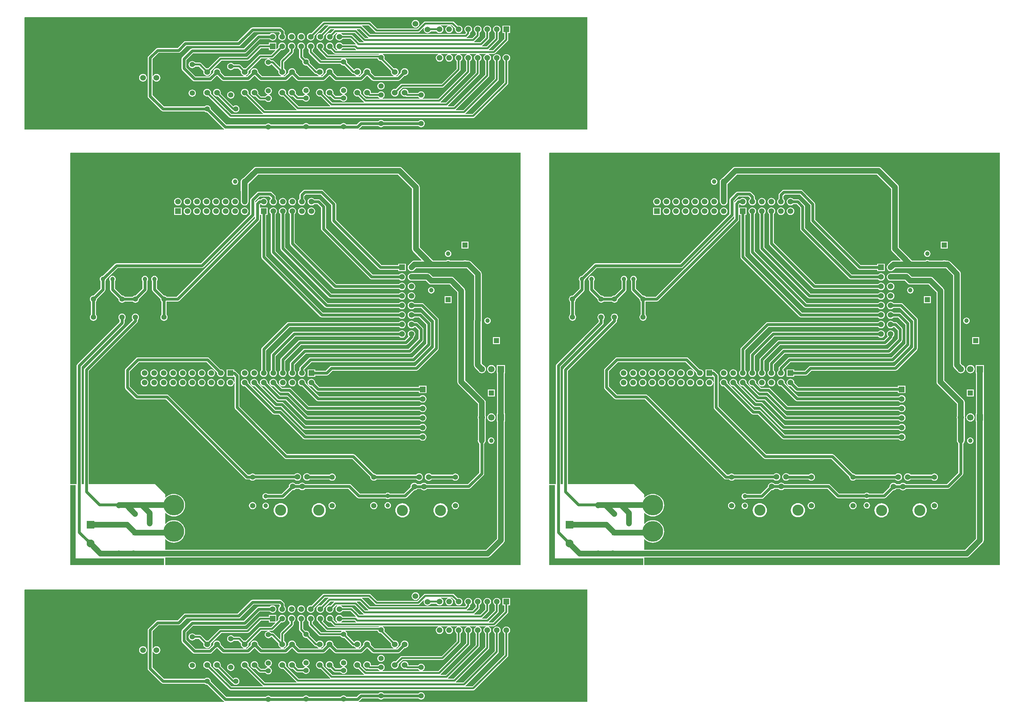
<source format=gtl>
G04 Layer_Physical_Order=1*
G04 Layer_Color=255*
%FSLAX44Y44*%
%MOMM*%
G71*
G01*
G75*
%ADD10C,0.7620*%
%ADD11C,1.5240*%
%ADD12C,0.5080*%
%ADD13C,1.5000*%
%ADD14R,1.5000X1.5000*%
%ADD15C,1.2000*%
%ADD16C,5.5000*%
%ADD17R,1.7000X1.7000*%
%ADD18C,1.7000*%
%ADD19C,1.4000*%
%ADD20C,2.9500*%
%ADD21C,1.5000*%
%ADD22R,1.5000X1.5000*%
%ADD23R,1.3500X1.3500*%
%ADD24C,1.3500*%
%ADD25R,1.3500X1.3500*%
%ADD26R,2.1000X2.1000*%
%ADD27C,2.1000*%
%ADD28C,1.5240*%
%ADD29R,1.5000X1.5000*%
%ADD30C,1.5240*%
G36*
X390953Y636523D02*
X391111Y636680D01*
X626330D01*
Y618490D01*
X626330Y618490D01*
X375920D01*
Y831900D01*
X375920Y831900D01*
X390953D01*
Y636523D01*
D02*
G37*
G36*
X1754000Y554000D02*
Y254898D01*
X1753102Y254000D01*
X1145289D01*
X1144904Y255270D01*
X1146478Y256322D01*
X1153582Y263426D01*
X1196943D01*
X1197196Y263096D01*
X1199189Y261567D01*
X1201509Y260606D01*
X1204000Y260278D01*
X1206490Y260606D01*
X1208811Y261567D01*
X1210804Y263096D01*
X1211057Y263426D01*
X1303943D01*
X1304196Y263096D01*
X1306189Y261567D01*
X1308510Y260606D01*
X1311000Y260278D01*
X1313490Y260606D01*
X1315811Y261567D01*
X1317804Y263096D01*
X1319333Y265089D01*
X1320294Y267410D01*
X1320622Y269900D01*
X1320294Y272390D01*
X1319333Y274711D01*
X1317804Y276704D01*
X1315811Y278233D01*
X1313490Y279195D01*
X1311000Y279522D01*
X1308510Y279195D01*
X1306189Y278233D01*
X1304196Y276704D01*
X1303943Y276375D01*
X1211057D01*
X1210804Y276704D01*
X1208811Y278233D01*
X1206490Y279195D01*
X1204000Y279523D01*
X1201509Y279195D01*
X1199189Y278233D01*
X1197196Y276704D01*
X1196943Y276375D01*
X1150900D01*
X1148423Y275882D01*
X1146322Y274478D01*
X1139218Y267375D01*
X1111824D01*
X1110804Y268704D01*
X1108811Y270233D01*
X1106491Y271194D01*
X1104000Y271522D01*
X1101510Y271194D01*
X1099189Y270233D01*
X1097196Y268704D01*
X1096176Y267375D01*
X1011824D01*
X1010804Y268704D01*
X1008811Y270233D01*
X1006490Y271194D01*
X1004000Y271522D01*
X1001509Y271194D01*
X999189Y270233D01*
X997196Y268704D01*
X996176Y267375D01*
X911057D01*
X910804Y267704D01*
X908811Y269233D01*
X906491Y270195D01*
X904000Y270522D01*
X901510Y270195D01*
X899189Y269233D01*
X897196Y267704D01*
X896943Y267375D01*
X791682D01*
X750468Y308588D01*
X750523Y309000D01*
X750195Y311491D01*
X749233Y313811D01*
X747704Y315804D01*
X745712Y317333D01*
X743391Y318295D01*
X740900Y318622D01*
X738410Y318295D01*
X736089Y317333D01*
X734096Y315804D01*
X733843Y315475D01*
X625682D01*
X595475Y345682D01*
Y387543D01*
X596744Y387796D01*
X597125Y386876D01*
X598754Y384754D01*
X600876Y383125D01*
X603348Y382102D01*
X606000Y381752D01*
X608652Y382102D01*
X611124Y383125D01*
X613246Y384754D01*
X614875Y386876D01*
X615899Y389348D01*
X616248Y392000D01*
X615899Y394652D01*
X614875Y397124D01*
X613246Y399246D01*
X611124Y400875D01*
X608652Y401899D01*
X606000Y402248D01*
X603348Y401899D01*
X600876Y400875D01*
X598754Y399246D01*
X597125Y397124D01*
X596744Y396204D01*
X595475Y396457D01*
Y442318D01*
X611682Y458526D01*
X665000D01*
X667478Y459019D01*
X669578Y460422D01*
X685682Y476526D01*
X825000D01*
X827478Y477019D01*
X829578Y478422D01*
X864682Y513526D01*
X932318D01*
X934026Y511818D01*
Y508987D01*
X933339Y508461D01*
X931730Y506363D01*
X930719Y503921D01*
X930374Y501300D01*
X930719Y498679D01*
X931730Y496237D01*
X933339Y494140D01*
X935437Y492530D01*
X937879Y491519D01*
X940500Y491174D01*
X943121Y491519D01*
X945564Y492530D01*
X947661Y494140D01*
X949270Y496237D01*
X950282Y498679D01*
X950627Y501300D01*
X950282Y503921D01*
X949270Y506363D01*
X947661Y508461D01*
X946975Y508987D01*
Y514500D01*
X946482Y516978D01*
X945078Y519078D01*
X939578Y524578D01*
X937478Y525982D01*
X935000Y526474D01*
X862000D01*
X859522Y525982D01*
X857422Y524578D01*
X822318Y489474D01*
X683000D01*
X680523Y488982D01*
X678422Y487578D01*
X662318Y471474D01*
X609000D01*
X606522Y470982D01*
X604422Y469578D01*
X584422Y449578D01*
X583018Y447478D01*
X582526Y445000D01*
Y343000D01*
X583018Y340522D01*
X584422Y338422D01*
X618422Y304422D01*
X620522Y303019D01*
X623000Y302526D01*
X733843D01*
X734096Y302196D01*
X736089Y300667D01*
X738410Y299706D01*
X740900Y299378D01*
X741312Y299432D01*
X784422Y256322D01*
X785997Y255270D01*
X785611Y254000D01*
X254000D01*
Y553102D01*
X254898Y554000D01*
X1754000Y554000D01*
D02*
G37*
G36*
X1667303Y636523D02*
X1667461Y636680D01*
X1902680D01*
Y618490D01*
X1902680Y618490D01*
X1652270D01*
Y831900D01*
X1652270Y831900D01*
X1667303D01*
Y636523D01*
D02*
G37*
G36*
X2852270Y618490D02*
X1907270D01*
X1906270Y618490D01*
X1905270D01*
Y639242D01*
X2764270D01*
X2764270Y639242D01*
X2766922Y639591D01*
X2769394Y640615D01*
X2771516Y642244D01*
X2806916Y677644D01*
X2806916Y677644D01*
X2808545Y679766D01*
X2809568Y682238D01*
X2809918Y684890D01*
Y1001450D01*
X2810710D01*
Y1023530D01*
X2809918D01*
Y1130450D01*
X2810710D01*
Y1152530D01*
X2788630D01*
Y1130450D01*
X2789422D01*
Y1023530D01*
X2788630D01*
Y1001450D01*
X2789422D01*
Y689135D01*
X2760025Y659738D01*
X1905270D01*
Y687330D01*
X1906462Y687770D01*
X1906963Y687183D01*
X1910558Y684112D01*
X1914590Y681641D01*
X1918959Y679832D01*
X1923556Y678728D01*
X1928270Y678357D01*
X1932984Y678728D01*
X1937582Y679832D01*
X1941950Y681641D01*
X1945982Y684112D01*
X1949577Y687183D01*
X1952648Y690778D01*
X1955119Y694810D01*
X1956928Y699178D01*
X1958032Y703776D01*
X1958403Y708490D01*
X1958032Y713204D01*
X1956928Y717802D01*
X1955119Y722170D01*
X1952648Y726202D01*
X1949577Y729797D01*
X1945982Y732868D01*
X1941950Y735339D01*
X1937582Y737148D01*
X1932984Y738252D01*
X1928270Y738623D01*
X1923556Y738252D01*
X1918959Y737148D01*
X1914590Y735339D01*
X1910558Y732868D01*
X1906963Y729797D01*
X1906462Y729210D01*
X1905270Y729650D01*
Y757330D01*
X1906462Y757770D01*
X1906963Y757183D01*
X1910558Y754112D01*
X1914590Y751641D01*
X1918959Y749832D01*
X1923556Y748728D01*
X1928270Y748357D01*
X1932984Y748728D01*
X1937582Y749832D01*
X1941950Y751641D01*
X1945982Y754112D01*
X1949577Y757183D01*
X1952648Y760778D01*
X1955119Y764810D01*
X1956928Y769178D01*
X1958032Y773776D01*
X1958403Y778490D01*
X1958032Y783204D01*
X1956928Y787802D01*
X1955119Y792170D01*
X1952648Y796202D01*
X1949577Y799797D01*
X1945982Y802868D01*
X1941950Y805339D01*
X1937582Y807148D01*
X1932984Y808252D01*
X1928270Y808623D01*
X1923556Y808252D01*
X1918959Y807148D01*
X1914590Y805339D01*
X1910558Y802868D01*
X1906963Y799797D01*
X1906462Y799210D01*
X1905270Y799650D01*
Y807490D01*
X1878270Y834490D01*
X1701745D01*
Y1136808D01*
X1830628Y1265692D01*
X1832032Y1267792D01*
X1832525Y1270270D01*
Y1272793D01*
X1832854Y1273046D01*
X1834383Y1275039D01*
X1835345Y1277360D01*
X1835672Y1279850D01*
X1835345Y1282341D01*
X1834383Y1284661D01*
X1832854Y1286654D01*
X1830861Y1288183D01*
X1828541Y1289144D01*
X1826050Y1289472D01*
X1823560Y1289144D01*
X1821239Y1288183D01*
X1819246Y1286654D01*
X1817717Y1284661D01*
X1816756Y1282341D01*
X1816428Y1279850D01*
X1816756Y1277360D01*
X1817717Y1275039D01*
X1819246Y1273046D01*
X1819272Y1272648D01*
X1690692Y1144068D01*
X1689288Y1141968D01*
X1688796Y1139490D01*
Y834490D01*
X1682744D01*
Y1147708D01*
X1795068Y1260032D01*
X1796472Y1262132D01*
X1796965Y1264610D01*
Y1272793D01*
X1797294Y1273046D01*
X1798823Y1275039D01*
X1799785Y1277360D01*
X1800112Y1279850D01*
X1799785Y1282341D01*
X1798823Y1284661D01*
X1797294Y1286654D01*
X1795301Y1288183D01*
X1792981Y1289144D01*
X1790490Y1289472D01*
X1788000Y1289144D01*
X1785679Y1288183D01*
X1783686Y1286654D01*
X1782157Y1284661D01*
X1781196Y1282341D01*
X1780868Y1279850D01*
X1781196Y1277360D01*
X1782157Y1275039D01*
X1783686Y1273046D01*
X1784016Y1272793D01*
Y1267292D01*
X1671692Y1154968D01*
X1670289Y1152868D01*
X1669796Y1150390D01*
Y834490D01*
X1652270D01*
X1652270Y1717592D01*
X1653168Y1718490D01*
X2852270D01*
Y618490D01*
D02*
G37*
G36*
X1575920D02*
X630920D01*
X629920Y618490D01*
X628920D01*
Y639242D01*
X1487920D01*
X1487920Y639242D01*
X1490572Y639591D01*
X1493044Y640615D01*
X1495166Y642244D01*
X1530566Y677644D01*
X1530566Y677644D01*
X1532195Y679766D01*
X1533219Y682238D01*
X1533568Y684890D01*
Y1001450D01*
X1534360D01*
Y1023530D01*
X1533568D01*
Y1130450D01*
X1534360D01*
Y1152530D01*
X1512280D01*
Y1130450D01*
X1513072D01*
Y1023530D01*
X1512280D01*
Y1001450D01*
X1513072D01*
Y689135D01*
X1483675Y659738D01*
X628920D01*
Y687330D01*
X630112Y687770D01*
X630613Y687183D01*
X634208Y684112D01*
X638240Y681641D01*
X642609Y679832D01*
X647206Y678728D01*
X651920Y678357D01*
X656634Y678728D01*
X661232Y679832D01*
X665600Y681641D01*
X669632Y684112D01*
X673227Y687183D01*
X676298Y690778D01*
X678769Y694810D01*
X680578Y699178D01*
X681682Y703776D01*
X682053Y708490D01*
X681682Y713204D01*
X680578Y717802D01*
X678769Y722170D01*
X676298Y726202D01*
X673227Y729797D01*
X669632Y732868D01*
X665600Y735339D01*
X661232Y737148D01*
X656634Y738252D01*
X651920Y738623D01*
X647206Y738252D01*
X642609Y737148D01*
X638240Y735339D01*
X634208Y732868D01*
X630613Y729797D01*
X630112Y729210D01*
X628920Y729650D01*
Y757330D01*
X630112Y757770D01*
X630613Y757183D01*
X634208Y754112D01*
X638240Y751641D01*
X642609Y749832D01*
X647206Y748728D01*
X651920Y748357D01*
X656634Y748728D01*
X661232Y749832D01*
X665600Y751641D01*
X669632Y754112D01*
X673227Y757183D01*
X676298Y760778D01*
X678769Y764810D01*
X680578Y769178D01*
X681682Y773776D01*
X682053Y778490D01*
X681682Y783204D01*
X680578Y787802D01*
X678769Y792170D01*
X676298Y796202D01*
X673227Y799797D01*
X669632Y802868D01*
X665600Y805339D01*
X661232Y807148D01*
X656634Y808252D01*
X651920Y808623D01*
X647206Y808252D01*
X642609Y807148D01*
X638240Y805339D01*
X634208Y802868D01*
X630613Y799797D01*
X630112Y799210D01*
X628920Y799650D01*
Y807490D01*
X601920Y834490D01*
X425395D01*
Y1136808D01*
X554278Y1265692D01*
X555682Y1267792D01*
X556175Y1270270D01*
Y1272793D01*
X556504Y1273046D01*
X558033Y1275039D01*
X558995Y1277360D01*
X559322Y1279850D01*
X558995Y1282341D01*
X558033Y1284661D01*
X556504Y1286654D01*
X554511Y1288183D01*
X552191Y1289144D01*
X549700Y1289472D01*
X547210Y1289144D01*
X544889Y1288183D01*
X542896Y1286654D01*
X541367Y1284661D01*
X540406Y1282341D01*
X540078Y1279850D01*
X540406Y1277360D01*
X541367Y1275039D01*
X542896Y1273046D01*
X542922Y1272648D01*
X414342Y1144068D01*
X412938Y1141968D01*
X412446Y1139490D01*
Y834490D01*
X406395D01*
Y1147708D01*
X518718Y1260032D01*
X520122Y1262132D01*
X520615Y1264610D01*
Y1272793D01*
X520944Y1273046D01*
X522473Y1275039D01*
X523435Y1277360D01*
X523762Y1279850D01*
X523435Y1282341D01*
X522473Y1284661D01*
X520944Y1286654D01*
X518951Y1288183D01*
X516631Y1289144D01*
X514140Y1289472D01*
X511650Y1289144D01*
X509329Y1288183D01*
X507336Y1286654D01*
X505807Y1284661D01*
X504846Y1282341D01*
X504518Y1279850D01*
X504846Y1277360D01*
X505807Y1275039D01*
X507336Y1273046D01*
X507666Y1272793D01*
Y1267292D01*
X395342Y1154968D01*
X393939Y1152868D01*
X393446Y1150390D01*
Y834490D01*
X375920D01*
X375920Y1717592D01*
X376818Y1718490D01*
X1575920D01*
Y618490D01*
D02*
G37*
G36*
X1754004Y2080540D02*
Y1781438D01*
X1753106Y1780540D01*
X1145293D01*
X1144908Y1781810D01*
X1146482Y1782862D01*
X1153586Y1789966D01*
X1196947D01*
X1197200Y1789636D01*
X1199193Y1788107D01*
X1201513Y1787146D01*
X1204004Y1786818D01*
X1206494Y1787146D01*
X1208815Y1788107D01*
X1210808Y1789636D01*
X1211061Y1789966D01*
X1303947D01*
X1304200Y1789636D01*
X1306193Y1788107D01*
X1308513Y1787146D01*
X1311004Y1786818D01*
X1313494Y1787146D01*
X1315815Y1788107D01*
X1317808Y1789636D01*
X1319337Y1791629D01*
X1320298Y1793949D01*
X1320626Y1796440D01*
X1320298Y1798930D01*
X1319337Y1801251D01*
X1317808Y1803244D01*
X1315815Y1804773D01*
X1313494Y1805734D01*
X1311004Y1806062D01*
X1308513Y1805734D01*
X1306193Y1804773D01*
X1304200Y1803244D01*
X1303947Y1802915D01*
X1211061D01*
X1210808Y1803244D01*
X1208815Y1804773D01*
X1206494Y1805735D01*
X1204004Y1806062D01*
X1201513Y1805735D01*
X1199193Y1804773D01*
X1197200Y1803244D01*
X1196947Y1802915D01*
X1150904D01*
X1148426Y1802422D01*
X1146326Y1801018D01*
X1139222Y1793914D01*
X1111828D01*
X1110808Y1795244D01*
X1108815Y1796773D01*
X1106494Y1797734D01*
X1104004Y1798062D01*
X1101514Y1797734D01*
X1099193Y1796773D01*
X1097200Y1795244D01*
X1096180Y1793914D01*
X1011828D01*
X1010808Y1795244D01*
X1008815Y1796773D01*
X1006494Y1797734D01*
X1004004Y1798062D01*
X1001513Y1797734D01*
X999193Y1796773D01*
X997200Y1795244D01*
X996180Y1793914D01*
X911061D01*
X910808Y1794244D01*
X908815Y1795773D01*
X906495Y1796734D01*
X904004Y1797062D01*
X901514Y1796734D01*
X899193Y1795773D01*
X897200Y1794244D01*
X896947Y1793914D01*
X791686D01*
X750472Y1835128D01*
X750526Y1835540D01*
X750199Y1838031D01*
X749237Y1840351D01*
X747708Y1842344D01*
X745715Y1843873D01*
X743395Y1844834D01*
X740904Y1845162D01*
X738414Y1844834D01*
X736093Y1843873D01*
X734100Y1842344D01*
X733847Y1842014D01*
X625686D01*
X595478Y1872222D01*
Y1914083D01*
X596748Y1914336D01*
X597129Y1913416D01*
X598758Y1911294D01*
X600880Y1909665D01*
X603352Y1908642D01*
X606004Y1908292D01*
X608656Y1908642D01*
X611128Y1909665D01*
X613250Y1911294D01*
X614879Y1913416D01*
X615902Y1915888D01*
X616252Y1918540D01*
X615902Y1921192D01*
X614879Y1923664D01*
X613250Y1925786D01*
X611128Y1927415D01*
X608656Y1928439D01*
X606004Y1928788D01*
X603352Y1928439D01*
X600880Y1927415D01*
X598758Y1925786D01*
X597129Y1923664D01*
X596748Y1922744D01*
X595478Y1922997D01*
Y1968858D01*
X611686Y1985066D01*
X665004D01*
X667482Y1985558D01*
X669582Y1986962D01*
X685686Y2003066D01*
X825004D01*
X827482Y2003559D01*
X829582Y2004962D01*
X864686Y2040066D01*
X932322D01*
X934030Y2038358D01*
Y2035527D01*
X933343Y2035001D01*
X931734Y2032903D01*
X930722Y2030461D01*
X930377Y2027840D01*
X930722Y2025219D01*
X931734Y2022777D01*
X933343Y2020679D01*
X935441Y2019070D01*
X937883Y2018058D01*
X940504Y2017713D01*
X943125Y2018058D01*
X945567Y2019070D01*
X947665Y2020679D01*
X949274Y2022777D01*
X950285Y2025219D01*
X950631Y2027840D01*
X950285Y2030461D01*
X949274Y2032903D01*
X947665Y2035001D01*
X946978Y2035527D01*
Y2041040D01*
X946486Y2043518D01*
X945082Y2045618D01*
X939582Y2051118D01*
X937482Y2052522D01*
X935004Y2053014D01*
X862004D01*
X859526Y2052522D01*
X857426Y2051118D01*
X822322Y2016014D01*
X683004D01*
X680526Y2015522D01*
X678426Y2014118D01*
X662322Y1998014D01*
X609004D01*
X606526Y1997522D01*
X604426Y1996118D01*
X584426Y1976118D01*
X583022Y1974018D01*
X582529Y1971540D01*
Y1869540D01*
X583022Y1867062D01*
X584426Y1864962D01*
X618426Y1830962D01*
X620526Y1829559D01*
X623004Y1829066D01*
X733847D01*
X734100Y1828736D01*
X736093Y1827207D01*
X738414Y1826246D01*
X740904Y1825918D01*
X741316Y1825972D01*
X784426Y1782862D01*
X786001Y1781810D01*
X785615Y1780540D01*
X254004D01*
Y2079642D01*
X254902Y2080540D01*
X1754004Y2080540D01*
D02*
G37*
%LPC*%
G36*
X1850390Y1115497D02*
X1847769Y1115152D01*
X1845327Y1114140D01*
X1843230Y1112531D01*
X1841620Y1110433D01*
X1840609Y1107991D01*
X1840264Y1105370D01*
X1840609Y1102749D01*
X1841620Y1100307D01*
X1843230Y1098209D01*
X1845327Y1096600D01*
X1847769Y1095588D01*
X1850390Y1095243D01*
X1853011Y1095588D01*
X1855453Y1096600D01*
X1857551Y1098209D01*
X1859160Y1100307D01*
X1860172Y1102749D01*
X1860517Y1105370D01*
X1860172Y1107991D01*
X1859160Y1110433D01*
X1857551Y1112531D01*
X1855453Y1114140D01*
X1853011Y1115152D01*
X1850390Y1115497D01*
D02*
G37*
G36*
X1875790D02*
X1873169Y1115152D01*
X1870727Y1114140D01*
X1868629Y1112531D01*
X1867020Y1110433D01*
X1866009Y1107991D01*
X1865663Y1105370D01*
X1866009Y1102749D01*
X1867020Y1100307D01*
X1868629Y1098209D01*
X1870727Y1096600D01*
X1873169Y1095588D01*
X1875790Y1095243D01*
X1878411Y1095588D01*
X1880853Y1096600D01*
X1882951Y1098209D01*
X1884560Y1100307D01*
X1885572Y1102749D01*
X1885917Y1105370D01*
X1885572Y1107991D01*
X1884560Y1110433D01*
X1882951Y1112531D01*
X1880853Y1114140D01*
X1878411Y1115152D01*
X1875790Y1115497D01*
D02*
G37*
G36*
X1901190D02*
X1898569Y1115152D01*
X1896127Y1114140D01*
X1894030Y1112531D01*
X1892420Y1110433D01*
X1891409Y1107991D01*
X1891064Y1105370D01*
X1891409Y1102749D01*
X1892420Y1100307D01*
X1894030Y1098209D01*
X1896127Y1096600D01*
X1898569Y1095588D01*
X1901190Y1095243D01*
X1903811Y1095588D01*
X1906253Y1096600D01*
X1908351Y1098209D01*
X1909960Y1100307D01*
X1910972Y1102749D01*
X1911317Y1105370D01*
X1910972Y1107991D01*
X1909960Y1110433D01*
X1908351Y1112531D01*
X1906253Y1114140D01*
X1903811Y1115152D01*
X1901190Y1115497D01*
D02*
G37*
G36*
X777240D02*
X774619Y1115152D01*
X772177Y1114140D01*
X770079Y1112531D01*
X768470Y1110433D01*
X767459Y1107991D01*
X767113Y1105370D01*
X767459Y1102749D01*
X768470Y1100307D01*
X770079Y1098209D01*
X772177Y1096600D01*
X774619Y1095588D01*
X777240Y1095243D01*
X779861Y1095588D01*
X782303Y1096600D01*
X784401Y1098209D01*
X786010Y1100307D01*
X787022Y1102749D01*
X787367Y1105370D01*
X787022Y1107991D01*
X786010Y1110433D01*
X784401Y1112531D01*
X782303Y1114140D01*
X779861Y1115152D01*
X777240Y1115497D01*
D02*
G37*
G36*
X942340D02*
X939719Y1115152D01*
X937277Y1114140D01*
X935180Y1112531D01*
X933570Y1110433D01*
X932559Y1107991D01*
X932214Y1105370D01*
X932559Y1102749D01*
X933570Y1100307D01*
X935180Y1098209D01*
X937277Y1096600D01*
X939719Y1095588D01*
X942340Y1095243D01*
X944961Y1095588D01*
X947403Y1096600D01*
X949501Y1098209D01*
X951110Y1100307D01*
X952122Y1102749D01*
X952467Y1105370D01*
X952122Y1107991D01*
X951110Y1110433D01*
X949501Y1112531D01*
X947403Y1114140D01*
X944961Y1115152D01*
X942340Y1115497D01*
D02*
G37*
G36*
X967740D02*
X965119Y1115152D01*
X962677Y1114140D01*
X960580Y1112531D01*
X958970Y1110433D01*
X957959Y1107991D01*
X957614Y1105370D01*
X957959Y1102749D01*
X958970Y1100307D01*
X960580Y1098209D01*
X962677Y1096600D01*
X965119Y1095588D01*
X967740Y1095243D01*
X970361Y1095588D01*
X972803Y1096600D01*
X974901Y1098209D01*
X976510Y1100307D01*
X977522Y1102749D01*
X977867Y1105370D01*
X977522Y1107991D01*
X976510Y1110433D01*
X974901Y1112531D01*
X972803Y1114140D01*
X970361Y1115152D01*
X967740Y1115497D01*
D02*
G37*
G36*
X2002790D02*
X2000169Y1115152D01*
X1997727Y1114140D01*
X1995629Y1112531D01*
X1994020Y1110433D01*
X1993009Y1107991D01*
X1992664Y1105370D01*
X1993009Y1102749D01*
X1994020Y1100307D01*
X1995629Y1098209D01*
X1997727Y1096600D01*
X2000169Y1095588D01*
X2002790Y1095243D01*
X2005411Y1095588D01*
X2007853Y1096600D01*
X2009951Y1098209D01*
X2011560Y1100307D01*
X2012572Y1102749D01*
X2012917Y1105370D01*
X2012572Y1107991D01*
X2011560Y1110433D01*
X2009951Y1112531D01*
X2007853Y1114140D01*
X2005411Y1115152D01*
X2002790Y1115497D01*
D02*
G37*
G36*
X2028190D02*
X2025569Y1115152D01*
X2023127Y1114140D01*
X2021030Y1112531D01*
X2019420Y1110433D01*
X2018409Y1107991D01*
X2018064Y1105370D01*
X2018409Y1102749D01*
X2019420Y1100307D01*
X2021030Y1098209D01*
X2023127Y1096600D01*
X2025569Y1095588D01*
X2028190Y1095243D01*
X2030811Y1095588D01*
X2033253Y1096600D01*
X2035351Y1098209D01*
X2036960Y1100307D01*
X2037972Y1102749D01*
X2038317Y1105370D01*
X2037972Y1107991D01*
X2036960Y1110433D01*
X2035351Y1112531D01*
X2033253Y1114140D01*
X2030811Y1115152D01*
X2028190Y1115497D01*
D02*
G37*
G36*
X2053590D02*
X2050969Y1115152D01*
X2048527Y1114140D01*
X2046429Y1112531D01*
X2044820Y1110433D01*
X2043809Y1107991D01*
X2043463Y1105370D01*
X2043809Y1102749D01*
X2044820Y1100307D01*
X2046429Y1098209D01*
X2048527Y1096600D01*
X2050969Y1095588D01*
X2053590Y1095243D01*
X2056211Y1095588D01*
X2058653Y1096600D01*
X2060751Y1098209D01*
X2062360Y1100307D01*
X2063372Y1102749D01*
X2063717Y1105370D01*
X2063372Y1107991D01*
X2062360Y1110433D01*
X2060751Y1112531D01*
X2058653Y1114140D01*
X2056211Y1115152D01*
X2053590Y1115497D01*
D02*
G37*
G36*
X1926590D02*
X1923969Y1115152D01*
X1921527Y1114140D01*
X1919429Y1112531D01*
X1917820Y1110433D01*
X1916809Y1107991D01*
X1916463Y1105370D01*
X1916809Y1102749D01*
X1917820Y1100307D01*
X1919429Y1098209D01*
X1921527Y1096600D01*
X1923969Y1095588D01*
X1926590Y1095243D01*
X1929211Y1095588D01*
X1931653Y1096600D01*
X1933751Y1098209D01*
X1935360Y1100307D01*
X1936372Y1102749D01*
X1936717Y1105370D01*
X1936372Y1107991D01*
X1935360Y1110433D01*
X1933751Y1112531D01*
X1931653Y1114140D01*
X1929211Y1115152D01*
X1926590Y1115497D01*
D02*
G37*
G36*
X1951990D02*
X1949369Y1115152D01*
X1946927Y1114140D01*
X1944830Y1112531D01*
X1943220Y1110433D01*
X1942209Y1107991D01*
X1941864Y1105370D01*
X1942209Y1102749D01*
X1943220Y1100307D01*
X1944830Y1098209D01*
X1946927Y1096600D01*
X1949369Y1095588D01*
X1951990Y1095243D01*
X1954611Y1095588D01*
X1957053Y1096600D01*
X1959151Y1098209D01*
X1960760Y1100307D01*
X1961772Y1102749D01*
X1962117Y1105370D01*
X1961772Y1107991D01*
X1960760Y1110433D01*
X1959151Y1112531D01*
X1957053Y1114140D01*
X1954611Y1115152D01*
X1951990Y1115497D01*
D02*
G37*
G36*
X1977390D02*
X1974769Y1115152D01*
X1972327Y1114140D01*
X1970229Y1112531D01*
X1968620Y1110433D01*
X1967609Y1107991D01*
X1967263Y1105370D01*
X1967609Y1102749D01*
X1968620Y1100307D01*
X1970229Y1098209D01*
X1972327Y1096600D01*
X1974769Y1095588D01*
X1977390Y1095243D01*
X1980011Y1095588D01*
X1982453Y1096600D01*
X1984551Y1098209D01*
X1986160Y1100307D01*
X1987172Y1102749D01*
X1987517Y1105370D01*
X1987172Y1107991D01*
X1986160Y1110433D01*
X1984551Y1112531D01*
X1982453Y1114140D01*
X1980011Y1115152D01*
X1977390Y1115497D01*
D02*
G37*
G36*
X751840D02*
X749219Y1115152D01*
X746777Y1114140D01*
X744679Y1112531D01*
X743070Y1110433D01*
X742059Y1107991D01*
X741713Y1105370D01*
X742059Y1102749D01*
X743070Y1100307D01*
X744679Y1098209D01*
X746777Y1096600D01*
X749219Y1095588D01*
X751840Y1095243D01*
X754461Y1095588D01*
X756903Y1096600D01*
X759001Y1098209D01*
X760610Y1100307D01*
X761622Y1102749D01*
X761967Y1105370D01*
X761622Y1107991D01*
X760610Y1110433D01*
X759001Y1112531D01*
X756903Y1114140D01*
X754461Y1115152D01*
X751840Y1115497D01*
D02*
G37*
G36*
X2294890D02*
X2292269Y1115152D01*
X2289827Y1114140D01*
X2287729Y1112531D01*
X2286120Y1110433D01*
X2285109Y1107991D01*
X2284763Y1105370D01*
X2285109Y1102749D01*
X2286120Y1100307D01*
X2287729Y1098209D01*
X2289827Y1096600D01*
X2292269Y1095588D01*
X2294890Y1095243D01*
X2295748Y1095356D01*
X2308092Y1083012D01*
X2310193Y1081608D01*
X2312670Y1081116D01*
X2581230D01*
Y1077450D01*
X2601310D01*
Y1097530D01*
X2581230D01*
Y1094064D01*
X2315352D01*
X2304904Y1104512D01*
X2305017Y1105370D01*
X2304672Y1107991D01*
X2303660Y1110433D01*
X2302051Y1112531D01*
X2299953Y1114140D01*
X2297511Y1115152D01*
X2294890Y1115497D01*
D02*
G37*
G36*
X650240D02*
X647619Y1115152D01*
X645177Y1114140D01*
X643080Y1112531D01*
X641470Y1110433D01*
X640459Y1107991D01*
X640114Y1105370D01*
X640459Y1102749D01*
X641470Y1100307D01*
X643080Y1098209D01*
X645177Y1096600D01*
X647619Y1095588D01*
X650240Y1095243D01*
X652861Y1095588D01*
X655303Y1096600D01*
X657401Y1098209D01*
X659010Y1100307D01*
X660022Y1102749D01*
X660367Y1105370D01*
X660022Y1107991D01*
X659010Y1110433D01*
X657401Y1112531D01*
X655303Y1114140D01*
X652861Y1115152D01*
X650240Y1115497D01*
D02*
G37*
G36*
X675640D02*
X673019Y1115152D01*
X670577Y1114140D01*
X668480Y1112531D01*
X666870Y1110433D01*
X665859Y1107991D01*
X665514Y1105370D01*
X665859Y1102749D01*
X666870Y1100307D01*
X668480Y1098209D01*
X670577Y1096600D01*
X673019Y1095588D01*
X675640Y1095243D01*
X678261Y1095588D01*
X680703Y1096600D01*
X682801Y1098209D01*
X684410Y1100307D01*
X685422Y1102749D01*
X685767Y1105370D01*
X685422Y1107991D01*
X684410Y1110433D01*
X682801Y1112531D01*
X680703Y1114140D01*
X678261Y1115152D01*
X675640Y1115497D01*
D02*
G37*
G36*
X574040D02*
X571419Y1115152D01*
X568977Y1114140D01*
X566880Y1112531D01*
X565270Y1110433D01*
X564259Y1107991D01*
X563913Y1105370D01*
X564259Y1102749D01*
X565270Y1100307D01*
X566880Y1098209D01*
X568977Y1096600D01*
X571419Y1095588D01*
X574040Y1095243D01*
X576661Y1095588D01*
X579103Y1096600D01*
X581201Y1098209D01*
X582810Y1100307D01*
X583822Y1102749D01*
X584167Y1105370D01*
X583822Y1107991D01*
X582810Y1110433D01*
X581201Y1112531D01*
X579103Y1114140D01*
X576661Y1115152D01*
X574040Y1115497D01*
D02*
G37*
G36*
X599440D02*
X596819Y1115152D01*
X594377Y1114140D01*
X592280Y1112531D01*
X590670Y1110433D01*
X589659Y1107991D01*
X589314Y1105370D01*
X589659Y1102749D01*
X590670Y1100307D01*
X592280Y1098209D01*
X594377Y1096600D01*
X596819Y1095588D01*
X599440Y1095243D01*
X602061Y1095588D01*
X604503Y1096600D01*
X606601Y1098209D01*
X608210Y1100307D01*
X609222Y1102749D01*
X609567Y1105370D01*
X609222Y1107991D01*
X608210Y1110433D01*
X606601Y1112531D01*
X604503Y1114140D01*
X602061Y1115152D01*
X599440Y1115497D01*
D02*
G37*
G36*
X624840D02*
X622219Y1115152D01*
X619777Y1114140D01*
X617679Y1112531D01*
X616070Y1110433D01*
X615059Y1107991D01*
X614714Y1105370D01*
X615059Y1102749D01*
X616070Y1100307D01*
X617679Y1098209D01*
X619777Y1096600D01*
X622219Y1095588D01*
X624840Y1095243D01*
X627461Y1095588D01*
X629903Y1096600D01*
X632001Y1098209D01*
X633610Y1100307D01*
X634622Y1102749D01*
X634967Y1105370D01*
X634622Y1107991D01*
X633610Y1110433D01*
X632001Y1112531D01*
X629903Y1114140D01*
X627461Y1115152D01*
X624840Y1115497D01*
D02*
G37*
G36*
X2783560Y1086780D02*
X2764980D01*
Y1068200D01*
X2783560D01*
Y1086780D01*
D02*
G37*
G36*
X1507210D02*
X1488630D01*
Y1068200D01*
X1507210D01*
Y1086780D01*
D02*
G37*
G36*
X2269490Y1115497D02*
X2266869Y1115152D01*
X2264427Y1114140D01*
X2262330Y1112531D01*
X2260720Y1110433D01*
X2259709Y1107991D01*
X2259364Y1105370D01*
X2259709Y1102749D01*
X2260720Y1100307D01*
X2262330Y1098209D01*
X2264427Y1096600D01*
X2266869Y1095588D01*
X2269490Y1095243D01*
X2270348Y1095356D01*
X2308092Y1057612D01*
X2310193Y1056208D01*
X2312670Y1055716D01*
X2583506D01*
X2584109Y1054929D01*
X2586207Y1053320D01*
X2588649Y1052308D01*
X2591270Y1051963D01*
X2593891Y1052308D01*
X2596333Y1053320D01*
X2598431Y1054929D01*
X2600040Y1057027D01*
X2601052Y1059469D01*
X2601397Y1062090D01*
X2601052Y1064711D01*
X2600040Y1067153D01*
X2598431Y1069251D01*
X2596333Y1070860D01*
X2593891Y1071872D01*
X2591270Y1072217D01*
X2588649Y1071872D01*
X2586207Y1070860D01*
X2584109Y1069251D01*
X2583660Y1068664D01*
X2315352D01*
X2279504Y1104512D01*
X2279617Y1105370D01*
X2279272Y1107991D01*
X2278260Y1110433D01*
X2276651Y1112531D01*
X2274553Y1114140D01*
X2272111Y1115152D01*
X2269490Y1115497D01*
D02*
G37*
G36*
X701040D02*
X698419Y1115152D01*
X695977Y1114140D01*
X693879Y1112531D01*
X692270Y1110433D01*
X691259Y1107991D01*
X690913Y1105370D01*
X691259Y1102749D01*
X692270Y1100307D01*
X693879Y1098209D01*
X695977Y1096600D01*
X698419Y1095588D01*
X701040Y1095243D01*
X703661Y1095588D01*
X706103Y1096600D01*
X708201Y1098209D01*
X709810Y1100307D01*
X710822Y1102749D01*
X711167Y1105370D01*
X710822Y1107991D01*
X709810Y1110433D01*
X708201Y1112531D01*
X706103Y1114140D01*
X703661Y1115152D01*
X701040Y1115497D01*
D02*
G37*
G36*
X726440D02*
X723819Y1115152D01*
X721377Y1114140D01*
X719279Y1112531D01*
X717670Y1110433D01*
X716659Y1107991D01*
X716313Y1105370D01*
X716659Y1102749D01*
X717670Y1100307D01*
X719279Y1098209D01*
X721377Y1096600D01*
X723819Y1095588D01*
X726440Y1095243D01*
X729061Y1095588D01*
X731503Y1096600D01*
X733601Y1098209D01*
X735210Y1100307D01*
X736222Y1102749D01*
X736567Y1105370D01*
X736222Y1107991D01*
X735210Y1110433D01*
X733601Y1112531D01*
X731503Y1114140D01*
X729061Y1115152D01*
X726440Y1115497D01*
D02*
G37*
G36*
X1018540D02*
X1015919Y1115152D01*
X1013477Y1114140D01*
X1011379Y1112531D01*
X1009770Y1110433D01*
X1008759Y1107991D01*
X1008413Y1105370D01*
X1008759Y1102749D01*
X1009770Y1100307D01*
X1011379Y1098209D01*
X1013477Y1096600D01*
X1015919Y1095588D01*
X1018540Y1095243D01*
X1019398Y1095356D01*
X1031742Y1083012D01*
X1033842Y1081608D01*
X1036320Y1081116D01*
X1304880D01*
Y1077450D01*
X1324960D01*
Y1097530D01*
X1304880D01*
Y1094064D01*
X1039002D01*
X1028554Y1104512D01*
X1028667Y1105370D01*
X1028322Y1107991D01*
X1027310Y1110433D01*
X1025701Y1112531D01*
X1023603Y1114140D01*
X1021161Y1115152D01*
X1018540Y1115497D01*
D02*
G37*
G36*
X1285240Y1270437D02*
X1282619Y1270092D01*
X1280177Y1269080D01*
X1278080Y1267471D01*
X1276470Y1265373D01*
X1275459Y1262931D01*
X1275114Y1260310D01*
X1275459Y1257689D01*
X1276470Y1255247D01*
X1278080Y1253149D01*
X1280177Y1251540D01*
X1282619Y1250528D01*
X1285240Y1250183D01*
X1287861Y1250528D01*
X1290303Y1251540D01*
X1292401Y1253149D01*
X1292927Y1253836D01*
X1295258D01*
X1304166Y1244928D01*
Y1222352D01*
X1277478Y1195664D01*
X1000760D01*
X998282Y1195172D01*
X996182Y1193768D01*
X963162Y1160748D01*
X961759Y1158648D01*
X961266Y1156170D01*
Y1138457D01*
X960580Y1137931D01*
X958970Y1135833D01*
X957959Y1133391D01*
X957614Y1130770D01*
X957959Y1128149D01*
X958970Y1125707D01*
X960580Y1123609D01*
X962677Y1122000D01*
X965119Y1120988D01*
X967740Y1120643D01*
X970361Y1120988D01*
X972803Y1122000D01*
X974901Y1123609D01*
X976510Y1125707D01*
X977522Y1128149D01*
X977867Y1130770D01*
X977522Y1133391D01*
X976510Y1135833D01*
X974901Y1137931D01*
X974214Y1138457D01*
Y1153488D01*
X1003442Y1182716D01*
X1280160D01*
X1282638Y1183208D01*
X1284738Y1184612D01*
X1315218Y1215092D01*
X1316622Y1217192D01*
X1317115Y1219670D01*
Y1247610D01*
X1316622Y1250088D01*
X1315218Y1252188D01*
X1302518Y1264888D01*
X1300418Y1266292D01*
X1297940Y1266784D01*
X1292927D01*
X1292401Y1267471D01*
X1290303Y1269080D01*
X1287861Y1270092D01*
X1285240Y1270437D01*
D02*
G37*
G36*
Y1295837D02*
X1282619Y1295492D01*
X1280177Y1294480D01*
X1278080Y1292871D01*
X1276470Y1290773D01*
X1275459Y1288331D01*
X1275114Y1285710D01*
X1275459Y1283089D01*
X1276470Y1280647D01*
X1278080Y1278549D01*
X1280177Y1276940D01*
X1282619Y1275928D01*
X1285240Y1275583D01*
X1287861Y1275928D01*
X1290303Y1276940D01*
X1292401Y1278549D01*
X1292927Y1279236D01*
X1305418D01*
X1324486Y1260168D01*
Y1209652D01*
X1287638Y1172804D01*
X1016000D01*
X1013522Y1172312D01*
X1011422Y1170908D01*
X988562Y1148048D01*
X987159Y1145948D01*
X986666Y1143470D01*
Y1138457D01*
X985980Y1137931D01*
X984370Y1135833D01*
X983359Y1133391D01*
X983014Y1130770D01*
X983359Y1128149D01*
X984370Y1125707D01*
X985980Y1123609D01*
X988077Y1122000D01*
X990519Y1120988D01*
X993140Y1120643D01*
X995761Y1120988D01*
X998203Y1122000D01*
X1000301Y1123609D01*
X1001910Y1125707D01*
X1002922Y1128149D01*
X1003267Y1130770D01*
X1002922Y1133391D01*
X1001910Y1135833D01*
X1000301Y1137931D01*
X999614Y1138457D01*
Y1140788D01*
X1018682Y1159856D01*
X1290320D01*
X1292798Y1160348D01*
X1294898Y1161752D01*
X1335538Y1202392D01*
X1336942Y1204492D01*
X1337435Y1206970D01*
Y1262850D01*
X1336942Y1265328D01*
X1335538Y1267428D01*
X1312678Y1290288D01*
X1310578Y1291692D01*
X1308100Y1292184D01*
X1292927D01*
X1292401Y1292871D01*
X1290303Y1294480D01*
X1287861Y1295492D01*
X1285240Y1295837D01*
D02*
G37*
G36*
X1850390Y1140897D02*
X1847769Y1140552D01*
X1845327Y1139540D01*
X1843230Y1137931D01*
X1841620Y1135833D01*
X1840609Y1133391D01*
X1840264Y1130770D01*
X1840609Y1128149D01*
X1841620Y1125707D01*
X1843230Y1123609D01*
X1845327Y1122000D01*
X1847769Y1120988D01*
X1850390Y1120643D01*
X1853011Y1120988D01*
X1855453Y1122000D01*
X1857551Y1123609D01*
X1859160Y1125707D01*
X1860172Y1128149D01*
X1860517Y1130770D01*
X1860172Y1133391D01*
X1859160Y1135833D01*
X1857551Y1137931D01*
X1855453Y1139540D01*
X1853011Y1140552D01*
X1850390Y1140897D01*
D02*
G37*
G36*
X840740D02*
X838119Y1140552D01*
X835677Y1139540D01*
X833579Y1137931D01*
X831970Y1135833D01*
X830959Y1133391D01*
X830613Y1130770D01*
X830959Y1128149D01*
X831970Y1125707D01*
X833579Y1123609D01*
X835677Y1122000D01*
X838119Y1120988D01*
X840740Y1120643D01*
X843361Y1120988D01*
X845803Y1122000D01*
X847901Y1123609D01*
X849510Y1125707D01*
X850522Y1128149D01*
X850867Y1130770D01*
X850522Y1133391D01*
X849510Y1135833D01*
X847901Y1137931D01*
X845803Y1139540D01*
X843361Y1140552D01*
X840740Y1140897D01*
D02*
G37*
G36*
X866140D02*
X863519Y1140552D01*
X861077Y1139540D01*
X858979Y1137931D01*
X857370Y1135833D01*
X856359Y1133391D01*
X856013Y1130770D01*
X856359Y1128149D01*
X857370Y1125707D01*
X858979Y1123609D01*
X861077Y1122000D01*
X863519Y1120988D01*
X866140Y1120643D01*
X868761Y1120988D01*
X871203Y1122000D01*
X873301Y1123609D01*
X874910Y1125707D01*
X875922Y1128149D01*
X876267Y1130770D01*
X875922Y1133391D01*
X874910Y1135833D01*
X873301Y1137931D01*
X871203Y1139540D01*
X868761Y1140552D01*
X866140Y1140897D01*
D02*
G37*
G36*
X1285240Y1245037D02*
X1282619Y1244692D01*
X1280177Y1243680D01*
X1278080Y1242071D01*
X1276470Y1239973D01*
X1275459Y1237531D01*
X1275114Y1234910D01*
X1275459Y1232289D01*
X1276470Y1229847D01*
X1277412Y1228619D01*
X1267318Y1218524D01*
X988060D01*
X985583Y1218032D01*
X983482Y1216628D01*
X937762Y1170908D01*
X936359Y1168808D01*
X935866Y1166330D01*
Y1138457D01*
X935180Y1137931D01*
X933570Y1135833D01*
X932559Y1133391D01*
X932214Y1130770D01*
X932559Y1128149D01*
X933570Y1125707D01*
X935180Y1123609D01*
X937277Y1122000D01*
X939719Y1120988D01*
X942340Y1120643D01*
X944961Y1120988D01*
X947403Y1122000D01*
X949501Y1123609D01*
X951110Y1125707D01*
X952122Y1128149D01*
X952467Y1130770D01*
X952122Y1133391D01*
X951110Y1135833D01*
X949501Y1137931D01*
X948814Y1138457D01*
Y1163648D01*
X990742Y1205576D01*
X1270000D01*
X1272478Y1206068D01*
X1274578Y1207472D01*
X1289818Y1222712D01*
X1291222Y1224812D01*
X1291699Y1227211D01*
X1292401Y1227749D01*
X1294010Y1229847D01*
X1295022Y1232289D01*
X1295367Y1234910D01*
X1295022Y1237531D01*
X1294010Y1239973D01*
X1292401Y1242071D01*
X1290303Y1243680D01*
X1287861Y1244692D01*
X1285240Y1245037D01*
D02*
G37*
G36*
X1951990Y1140897D02*
X1949369Y1140552D01*
X1946927Y1139540D01*
X1944830Y1137931D01*
X1943220Y1135833D01*
X1942209Y1133391D01*
X1941864Y1130770D01*
X1942209Y1128149D01*
X1943220Y1125707D01*
X1944830Y1123609D01*
X1946927Y1122000D01*
X1949369Y1120988D01*
X1951990Y1120643D01*
X1954611Y1120988D01*
X1957053Y1122000D01*
X1959151Y1123609D01*
X1960760Y1125707D01*
X1961772Y1128149D01*
X1962117Y1130770D01*
X1961772Y1133391D01*
X1960760Y1135833D01*
X1959151Y1137931D01*
X1957053Y1139540D01*
X1954611Y1140552D01*
X1951990Y1140897D01*
D02*
G37*
G36*
X1977390D02*
X1974769Y1140552D01*
X1972327Y1139540D01*
X1970229Y1137931D01*
X1968620Y1135833D01*
X1967609Y1133391D01*
X1967263Y1130770D01*
X1967609Y1128149D01*
X1968620Y1125707D01*
X1970229Y1123609D01*
X1972327Y1122000D01*
X1974769Y1120988D01*
X1977390Y1120643D01*
X1980011Y1120988D01*
X1982453Y1122000D01*
X1984551Y1123609D01*
X1986160Y1125707D01*
X1987172Y1128149D01*
X1987517Y1130770D01*
X1987172Y1133391D01*
X1986160Y1135833D01*
X1984551Y1137931D01*
X1982453Y1139540D01*
X1980011Y1140552D01*
X1977390Y1140897D01*
D02*
G37*
G36*
X2002790D02*
X2000169Y1140552D01*
X1997727Y1139540D01*
X1995629Y1137931D01*
X1994020Y1135833D01*
X1993009Y1133391D01*
X1992664Y1130770D01*
X1993009Y1128149D01*
X1994020Y1125707D01*
X1995629Y1123609D01*
X1997727Y1122000D01*
X2000169Y1120988D01*
X2002790Y1120643D01*
X2005411Y1120988D01*
X2007853Y1122000D01*
X2009951Y1123609D01*
X2011560Y1125707D01*
X2012572Y1128149D01*
X2012917Y1130770D01*
X2012572Y1133391D01*
X2011560Y1135833D01*
X2009951Y1137931D01*
X2007853Y1139540D01*
X2005411Y1140552D01*
X2002790Y1140897D01*
D02*
G37*
G36*
X1875790D02*
X1873169Y1140552D01*
X1870727Y1139540D01*
X1868629Y1137931D01*
X1867020Y1135833D01*
X1866009Y1133391D01*
X1865663Y1130770D01*
X1866009Y1128149D01*
X1867020Y1125707D01*
X1868629Y1123609D01*
X1870727Y1122000D01*
X1873169Y1120988D01*
X1875790Y1120643D01*
X1878411Y1120988D01*
X1880853Y1122000D01*
X1882951Y1123609D01*
X1884560Y1125707D01*
X1885572Y1128149D01*
X1885917Y1130770D01*
X1885572Y1133391D01*
X1884560Y1135833D01*
X1882951Y1137931D01*
X1880853Y1139540D01*
X1878411Y1140552D01*
X1875790Y1140897D01*
D02*
G37*
G36*
X1901190D02*
X1898569Y1140552D01*
X1896127Y1139540D01*
X1894030Y1137931D01*
X1892420Y1135833D01*
X1891409Y1133391D01*
X1891064Y1130770D01*
X1891409Y1128149D01*
X1892420Y1125707D01*
X1894030Y1123609D01*
X1896127Y1122000D01*
X1898569Y1120988D01*
X1901190Y1120643D01*
X1903811Y1120988D01*
X1906253Y1122000D01*
X1908351Y1123609D01*
X1909960Y1125707D01*
X1910972Y1128149D01*
X1911317Y1130770D01*
X1910972Y1133391D01*
X1909960Y1135833D01*
X1908351Y1137931D01*
X1906253Y1139540D01*
X1903811Y1140552D01*
X1901190Y1140897D01*
D02*
G37*
G36*
X1926590D02*
X1923969Y1140552D01*
X1921527Y1139540D01*
X1919429Y1137931D01*
X1917820Y1135833D01*
X1916809Y1133391D01*
X1916463Y1130770D01*
X1916809Y1128149D01*
X1917820Y1125707D01*
X1919429Y1123609D01*
X1921527Y1122000D01*
X1923969Y1120988D01*
X1926590Y1120643D01*
X1929211Y1120988D01*
X1931653Y1122000D01*
X1933751Y1123609D01*
X1935360Y1125707D01*
X1936372Y1128149D01*
X1936717Y1130770D01*
X1936372Y1133391D01*
X1935360Y1135833D01*
X1933751Y1137931D01*
X1931653Y1139540D01*
X1929211Y1140552D01*
X1926590Y1140897D01*
D02*
G37*
G36*
X741680Y1172804D02*
X556260D01*
X553783Y1172312D01*
X551682Y1170908D01*
X523742Y1142968D01*
X522339Y1140868D01*
X521846Y1138390D01*
Y1092670D01*
X522339Y1090192D01*
X523742Y1088092D01*
X549142Y1062692D01*
X551242Y1061288D01*
X553720Y1060796D01*
X630458D01*
X842242Y849012D01*
X844342Y847608D01*
X846820Y847116D01*
X854863D01*
X855116Y846786D01*
X857109Y845257D01*
X859430Y844296D01*
X861920Y843968D01*
X864411Y844296D01*
X866731Y845257D01*
X868724Y846786D01*
X869361Y847616D01*
X973543D01*
X974070Y846929D01*
X976167Y845320D01*
X978609Y844308D01*
X981230Y843963D01*
X983851Y844308D01*
X986293Y845320D01*
X988391Y846929D01*
X990000Y849027D01*
X991012Y851469D01*
X991357Y854090D01*
X991012Y856711D01*
X990000Y859153D01*
X988391Y861251D01*
X986293Y862860D01*
X983851Y863872D01*
X981230Y864217D01*
X978609Y863872D01*
X976167Y862860D01*
X974070Y861251D01*
X973543Y860564D01*
X868502D01*
X866731Y861923D01*
X864411Y862884D01*
X861920Y863212D01*
X859430Y862884D01*
X857109Y861923D01*
X855116Y860394D01*
X854863Y860064D01*
X849502D01*
X637718Y1071848D01*
X635618Y1073252D01*
X633140Y1073744D01*
X556402D01*
X534795Y1095352D01*
Y1135708D01*
X558942Y1159856D01*
X738998D01*
X767226Y1131628D01*
X767113Y1130770D01*
X767459Y1128149D01*
X768470Y1125707D01*
X770079Y1123609D01*
X772177Y1122000D01*
X774619Y1120988D01*
X777240Y1120643D01*
X779861Y1120988D01*
X782303Y1122000D01*
X784401Y1123609D01*
X786010Y1125707D01*
X787022Y1128149D01*
X787367Y1130770D01*
X787022Y1133391D01*
X786010Y1135833D01*
X784401Y1137931D01*
X782303Y1139540D01*
X779861Y1140552D01*
X777240Y1140897D01*
X776383Y1140784D01*
X746258Y1170908D01*
X744158Y1172312D01*
X741680Y1172804D01*
D02*
G37*
G36*
X2089030Y1140810D02*
X2068950D01*
Y1120730D01*
X2089030D01*
X2089030Y1120730D01*
Y1120730D01*
X2090032Y1120120D01*
X2090296Y1119921D01*
Y1106145D01*
X2089026Y1106061D01*
X2088772Y1107991D01*
X2087760Y1110433D01*
X2086151Y1112531D01*
X2084053Y1114140D01*
X2081611Y1115152D01*
X2078990Y1115497D01*
X2076369Y1115152D01*
X2073927Y1114140D01*
X2071830Y1112531D01*
X2070220Y1110433D01*
X2069209Y1107991D01*
X2068864Y1105370D01*
X2069209Y1102749D01*
X2070220Y1100307D01*
X2071830Y1098209D01*
X2073927Y1096600D01*
X2076369Y1095588D01*
X2078990Y1095243D01*
X2081611Y1095588D01*
X2084053Y1096600D01*
X2086151Y1098209D01*
X2087760Y1100307D01*
X2088772Y1102749D01*
X2089026Y1104678D01*
X2090296Y1104595D01*
Y1039330D01*
X2090789Y1036852D01*
X2092192Y1034752D01*
X2223032Y903912D01*
X2225132Y902508D01*
X2227610Y902016D01*
X2403688D01*
X2451702Y854002D01*
X2451648Y853590D01*
X2451976Y851099D01*
X2452937Y848779D01*
X2454466Y846786D01*
X2456459Y845257D01*
X2458780Y844296D01*
X2461270Y843968D01*
X2463761Y844296D01*
X2466081Y845257D01*
X2468074Y846786D01*
X2468327Y847115D01*
X2574233D01*
X2574760Y846429D01*
X2576857Y844820D01*
X2579299Y843808D01*
X2581920Y843463D01*
X2584541Y843808D01*
X2586983Y844820D01*
X2589081Y846429D01*
X2590690Y848527D01*
X2591702Y850969D01*
X2592047Y853590D01*
X2591702Y856211D01*
X2590690Y858653D01*
X2589081Y860751D01*
X2586983Y862360D01*
X2584541Y863372D01*
X2581920Y863717D01*
X2579299Y863372D01*
X2576857Y862360D01*
X2574760Y860751D01*
X2574233Y860064D01*
X2468327D01*
X2468074Y860394D01*
X2466081Y861923D01*
X2463761Y862884D01*
X2461270Y863212D01*
X2460858Y863158D01*
X2410948Y913068D01*
X2408848Y914472D01*
X2406370Y914964D01*
X2230292D01*
X2103244Y1042012D01*
Y1123150D01*
X2102752Y1125628D01*
X2101348Y1127728D01*
X2093728Y1135348D01*
X2091628Y1136752D01*
X2089150Y1137244D01*
X2089030D01*
Y1140810D01*
D02*
G37*
G36*
X574040Y1140897D02*
X571419Y1140552D01*
X568977Y1139540D01*
X566880Y1137931D01*
X565270Y1135833D01*
X564259Y1133391D01*
X563913Y1130770D01*
X564259Y1128149D01*
X565270Y1125707D01*
X566880Y1123609D01*
X568977Y1122000D01*
X571419Y1120988D01*
X574040Y1120643D01*
X576661Y1120988D01*
X579103Y1122000D01*
X581201Y1123609D01*
X582810Y1125707D01*
X583822Y1128149D01*
X584167Y1130770D01*
X583822Y1133391D01*
X582810Y1135833D01*
X581201Y1137931D01*
X579103Y1139540D01*
X576661Y1140552D01*
X574040Y1140897D01*
D02*
G37*
G36*
X599440D02*
X596819Y1140552D01*
X594377Y1139540D01*
X592280Y1137931D01*
X590670Y1135833D01*
X589659Y1133391D01*
X589314Y1130770D01*
X589659Y1128149D01*
X590670Y1125707D01*
X592280Y1123609D01*
X594377Y1122000D01*
X596819Y1120988D01*
X599440Y1120643D01*
X602061Y1120988D01*
X604503Y1122000D01*
X606601Y1123609D01*
X608210Y1125707D01*
X609222Y1128149D01*
X609567Y1130770D01*
X609222Y1133391D01*
X608210Y1135833D01*
X606601Y1137931D01*
X604503Y1139540D01*
X602061Y1140552D01*
X599440Y1140897D01*
D02*
G37*
G36*
X2218690Y1115497D02*
X2216069Y1115152D01*
X2213627Y1114140D01*
X2211530Y1112531D01*
X2209920Y1110433D01*
X2208909Y1107991D01*
X2208564Y1105370D01*
X2208909Y1102749D01*
X2209920Y1100307D01*
X2211530Y1098209D01*
X2213627Y1096600D01*
X2216069Y1095588D01*
X2218690Y1095243D01*
X2221311Y1095588D01*
X2223753Y1096600D01*
X2225851Y1098209D01*
X2227460Y1100307D01*
X2228472Y1102749D01*
X2228817Y1105370D01*
X2228472Y1107991D01*
X2227460Y1110433D01*
X2225851Y1112531D01*
X2223753Y1114140D01*
X2221311Y1115152D01*
X2218690Y1115497D01*
D02*
G37*
G36*
X2244090D02*
X2241469Y1115152D01*
X2239027Y1114140D01*
X2236929Y1112531D01*
X2235320Y1110433D01*
X2234309Y1107991D01*
X2233963Y1105370D01*
X2234309Y1102749D01*
X2235320Y1100307D01*
X2236929Y1098209D01*
X2239027Y1096600D01*
X2241469Y1095588D01*
X2244090Y1095243D01*
X2246711Y1095588D01*
X2249153Y1096600D01*
X2251251Y1098209D01*
X2252860Y1100307D01*
X2253872Y1102749D01*
X2254217Y1105370D01*
X2253872Y1107991D01*
X2252860Y1110433D01*
X2251251Y1112531D01*
X2249153Y1114140D01*
X2246711Y1115152D01*
X2244090Y1115497D01*
D02*
G37*
G36*
X812680Y1140810D02*
X792600D01*
Y1120730D01*
X812680D01*
X812680Y1120730D01*
Y1120730D01*
X813682Y1120120D01*
X813946Y1119921D01*
Y1106145D01*
X812676Y1106061D01*
X812422Y1107991D01*
X811410Y1110433D01*
X809801Y1112531D01*
X807703Y1114140D01*
X805261Y1115152D01*
X802640Y1115497D01*
X800019Y1115152D01*
X797577Y1114140D01*
X795480Y1112531D01*
X793870Y1110433D01*
X792859Y1107991D01*
X792514Y1105370D01*
X792859Y1102749D01*
X793870Y1100307D01*
X795480Y1098209D01*
X797577Y1096600D01*
X800019Y1095588D01*
X802640Y1095243D01*
X805261Y1095588D01*
X807703Y1096600D01*
X809801Y1098209D01*
X811410Y1100307D01*
X812422Y1102749D01*
X812676Y1104678D01*
X813946Y1104595D01*
Y1039330D01*
X814439Y1036852D01*
X815842Y1034752D01*
X946682Y903912D01*
X948783Y902508D01*
X951260Y902016D01*
X1127338D01*
X1175352Y854002D01*
X1175298Y853590D01*
X1175626Y851099D01*
X1176587Y848779D01*
X1178116Y846786D01*
X1180109Y845257D01*
X1182430Y844296D01*
X1184920Y843968D01*
X1187411Y844296D01*
X1189731Y845257D01*
X1191724Y846786D01*
X1191977Y847115D01*
X1297883D01*
X1298409Y846429D01*
X1300507Y844820D01*
X1302949Y843808D01*
X1305570Y843463D01*
X1308191Y843808D01*
X1310633Y844820D01*
X1312731Y846429D01*
X1314340Y848527D01*
X1315352Y850969D01*
X1315697Y853590D01*
X1315352Y856211D01*
X1314340Y858653D01*
X1312731Y860751D01*
X1310633Y862360D01*
X1308191Y863372D01*
X1305570Y863717D01*
X1302949Y863372D01*
X1300507Y862360D01*
X1298409Y860751D01*
X1297883Y860064D01*
X1191977D01*
X1191724Y860394D01*
X1189731Y861923D01*
X1187411Y862884D01*
X1184920Y863212D01*
X1184508Y863158D01*
X1134598Y913068D01*
X1132498Y914472D01*
X1130020Y914964D01*
X953942D01*
X826895Y1042012D01*
Y1123150D01*
X826402Y1125628D01*
X824998Y1127728D01*
X817378Y1135348D01*
X815278Y1136752D01*
X812800Y1137244D01*
X812680D01*
Y1140810D01*
D02*
G37*
G36*
X701040Y1140897D02*
X698419Y1140552D01*
X695977Y1139540D01*
X693879Y1137931D01*
X692270Y1135833D01*
X691259Y1133391D01*
X690913Y1130770D01*
X691259Y1128149D01*
X692270Y1125707D01*
X693879Y1123609D01*
X695977Y1122000D01*
X698419Y1120988D01*
X701040Y1120643D01*
X703661Y1120988D01*
X706103Y1122000D01*
X708201Y1123609D01*
X709810Y1125707D01*
X710822Y1128149D01*
X711167Y1130770D01*
X710822Y1133391D01*
X709810Y1135833D01*
X708201Y1137931D01*
X706103Y1139540D01*
X703661Y1140552D01*
X701040Y1140897D01*
D02*
G37*
G36*
X726440D02*
X723819Y1140552D01*
X721377Y1139540D01*
X719279Y1137931D01*
X717670Y1135833D01*
X716659Y1133391D01*
X716313Y1130770D01*
X716659Y1128149D01*
X717670Y1125707D01*
X719279Y1123609D01*
X721377Y1122000D01*
X723819Y1120988D01*
X726440Y1120643D01*
X729061Y1120988D01*
X731503Y1122000D01*
X733601Y1123609D01*
X735210Y1125707D01*
X736222Y1128149D01*
X736567Y1130770D01*
X736222Y1133391D01*
X735210Y1135833D01*
X733601Y1137931D01*
X731503Y1139540D01*
X729061Y1140552D01*
X726440Y1140897D01*
D02*
G37*
G36*
X751840D02*
X749219Y1140552D01*
X746777Y1139540D01*
X744679Y1137931D01*
X743070Y1135833D01*
X742059Y1133391D01*
X741713Y1130770D01*
X742059Y1128149D01*
X743070Y1125707D01*
X744679Y1123609D01*
X746777Y1122000D01*
X749219Y1120988D01*
X751840Y1120643D01*
X754461Y1120988D01*
X756903Y1122000D01*
X759001Y1123609D01*
X760610Y1125707D01*
X761622Y1128149D01*
X761967Y1130770D01*
X761622Y1133391D01*
X760610Y1135833D01*
X759001Y1137931D01*
X756903Y1139540D01*
X754461Y1140552D01*
X751840Y1140897D01*
D02*
G37*
G36*
X624840D02*
X622219Y1140552D01*
X619777Y1139540D01*
X617679Y1137931D01*
X616070Y1135833D01*
X615059Y1133391D01*
X614714Y1130770D01*
X615059Y1128149D01*
X616070Y1125707D01*
X617679Y1123609D01*
X619777Y1122000D01*
X622219Y1120988D01*
X624840Y1120643D01*
X627461Y1120988D01*
X629903Y1122000D01*
X632001Y1123609D01*
X633610Y1125707D01*
X634622Y1128149D01*
X634967Y1130770D01*
X634622Y1133391D01*
X633610Y1135833D01*
X632001Y1137931D01*
X629903Y1139540D01*
X627461Y1140552D01*
X624840Y1140897D01*
D02*
G37*
G36*
X650240D02*
X647619Y1140552D01*
X645177Y1139540D01*
X643080Y1137931D01*
X641470Y1135833D01*
X640459Y1133391D01*
X640114Y1130770D01*
X640459Y1128149D01*
X641470Y1125707D01*
X643080Y1123609D01*
X645177Y1122000D01*
X647619Y1120988D01*
X650240Y1120643D01*
X652861Y1120988D01*
X655303Y1122000D01*
X657401Y1123609D01*
X659010Y1125707D01*
X660022Y1128149D01*
X660367Y1130770D01*
X660022Y1133391D01*
X659010Y1135833D01*
X657401Y1137931D01*
X655303Y1139540D01*
X652861Y1140552D01*
X650240Y1140897D01*
D02*
G37*
G36*
X675640D02*
X673019Y1140552D01*
X670577Y1139540D01*
X668480Y1137931D01*
X666870Y1135833D01*
X665859Y1133391D01*
X665514Y1130770D01*
X665859Y1128149D01*
X666870Y1125707D01*
X668480Y1123609D01*
X670577Y1122000D01*
X673019Y1120988D01*
X675640Y1120643D01*
X678261Y1120988D01*
X680703Y1122000D01*
X682801Y1123609D01*
X684410Y1125707D01*
X685422Y1128149D01*
X685767Y1130770D01*
X685422Y1133391D01*
X684410Y1135833D01*
X682801Y1137931D01*
X680703Y1139540D01*
X678261Y1140552D01*
X675640Y1140897D01*
D02*
G37*
G36*
X993140Y1115497D02*
X990519Y1115152D01*
X988077Y1114140D01*
X985980Y1112531D01*
X984370Y1110433D01*
X983359Y1107991D01*
X983014Y1105370D01*
X983359Y1102749D01*
X984370Y1100307D01*
X985980Y1098209D01*
X988077Y1096600D01*
X990519Y1095588D01*
X993140Y1095243D01*
X993998Y1095356D01*
X1031742Y1057612D01*
X1033842Y1056208D01*
X1036320Y1055716D01*
X1307156D01*
X1307760Y1054929D01*
X1309857Y1053320D01*
X1312299Y1052308D01*
X1314920Y1051963D01*
X1317541Y1052308D01*
X1319983Y1053320D01*
X1322081Y1054929D01*
X1323690Y1057027D01*
X1324702Y1059469D01*
X1325047Y1062090D01*
X1324702Y1064711D01*
X1323690Y1067153D01*
X1322081Y1069251D01*
X1319983Y1070860D01*
X1317541Y1071872D01*
X1314920Y1072217D01*
X1312299Y1071872D01*
X1309857Y1070860D01*
X1307760Y1069251D01*
X1307310Y1068664D01*
X1039002D01*
X1003154Y1104512D01*
X1003267Y1105370D01*
X1002922Y1107991D01*
X1001910Y1110433D01*
X1000301Y1112531D01*
X998203Y1114140D01*
X995761Y1115152D01*
X993140Y1115497D01*
D02*
G37*
G36*
X936780Y784071D02*
X933097Y783708D01*
X929555Y782634D01*
X926291Y780889D01*
X923429Y778541D01*
X921081Y775680D01*
X919336Y772415D01*
X918262Y768873D01*
X917899Y765190D01*
X918262Y761507D01*
X919336Y757964D01*
X921081Y754700D01*
X923429Y751839D01*
X926291Y749491D01*
X929555Y747746D01*
X933097Y746672D01*
X936780Y746309D01*
X940464Y746672D01*
X944006Y747746D01*
X947270Y749491D01*
X950131Y751839D01*
X952479Y754700D01*
X954224Y757964D01*
X955298Y761507D01*
X955661Y765190D01*
X955298Y768873D01*
X954224Y772415D01*
X952479Y775680D01*
X950131Y778541D01*
X947270Y780889D01*
X944006Y782634D01*
X940464Y783708D01*
X936780Y784071D01*
D02*
G37*
G36*
X1038380D02*
X1034697Y783708D01*
X1031155Y782634D01*
X1027890Y780889D01*
X1025029Y778541D01*
X1022681Y775680D01*
X1020936Y772415D01*
X1019862Y768873D01*
X1019499Y765190D01*
X1019862Y761507D01*
X1020936Y757964D01*
X1022681Y754700D01*
X1025029Y751839D01*
X1027890Y749491D01*
X1031155Y747746D01*
X1034697Y746672D01*
X1038380Y746309D01*
X1042064Y746672D01*
X1045606Y747746D01*
X1048870Y749491D01*
X1051731Y751839D01*
X1054079Y754700D01*
X1055824Y757964D01*
X1056898Y761507D01*
X1057261Y765190D01*
X1056898Y768873D01*
X1055824Y772415D01*
X1054079Y775680D01*
X1051731Y778541D01*
X1048870Y780889D01*
X1045606Y782634D01*
X1042064Y783708D01*
X1038380Y784071D01*
D02*
G37*
G36*
X2213130D02*
X2209447Y783708D01*
X2205905Y782634D01*
X2202641Y780889D01*
X2199779Y778541D01*
X2197431Y775680D01*
X2195686Y772415D01*
X2194612Y768873D01*
X2194249Y765190D01*
X2194612Y761507D01*
X2195686Y757964D01*
X2197431Y754700D01*
X2199779Y751839D01*
X2202641Y749491D01*
X2205905Y747746D01*
X2209447Y746672D01*
X2213130Y746309D01*
X2216814Y746672D01*
X2220356Y747746D01*
X2223620Y749491D01*
X2226481Y751839D01*
X2228829Y754700D01*
X2230574Y757964D01*
X2231648Y761507D01*
X2232011Y765190D01*
X2231648Y768873D01*
X2230574Y772415D01*
X2228829Y775680D01*
X2226481Y778541D01*
X2223620Y780889D01*
X2220356Y782634D01*
X2216814Y783708D01*
X2213130Y784071D01*
D02*
G37*
G36*
X1362720Y783571D02*
X1359037Y783208D01*
X1355495Y782134D01*
X1352230Y780389D01*
X1349369Y778041D01*
X1347021Y775180D01*
X1345276Y771915D01*
X1344202Y768373D01*
X1343839Y764690D01*
X1344202Y761006D01*
X1345276Y757465D01*
X1347021Y754200D01*
X1349369Y751339D01*
X1352230Y748991D01*
X1355495Y747246D01*
X1359037Y746172D01*
X1362720Y745809D01*
X1366404Y746172D01*
X1369946Y747246D01*
X1373210Y748991D01*
X1376071Y751339D01*
X1378419Y754200D01*
X1380164Y757465D01*
X1381238Y761006D01*
X1381601Y764690D01*
X1381238Y768373D01*
X1380164Y771915D01*
X1378419Y775180D01*
X1376071Y778041D01*
X1373210Y780389D01*
X1369946Y782134D01*
X1366404Y783208D01*
X1362720Y783571D01*
D02*
G37*
G36*
X2537470D02*
X2533787Y783208D01*
X2530245Y782134D01*
X2526980Y780389D01*
X2524119Y778041D01*
X2521771Y775180D01*
X2520026Y771915D01*
X2518952Y768373D01*
X2518589Y764690D01*
X2518952Y761006D01*
X2520026Y757465D01*
X2521771Y754200D01*
X2524119Y751339D01*
X2526980Y748991D01*
X2530245Y747246D01*
X2533787Y746172D01*
X2537470Y745809D01*
X2541154Y746172D01*
X2544695Y747246D01*
X2547960Y748991D01*
X2550821Y751339D01*
X2553169Y754200D01*
X2554914Y757465D01*
X2555988Y761006D01*
X2556351Y764690D01*
X2555988Y768373D01*
X2554914Y771915D01*
X2553169Y775180D01*
X2550821Y778041D01*
X2547960Y780389D01*
X2544695Y782134D01*
X2541154Y783208D01*
X2537470Y783571D01*
D02*
G37*
G36*
X2639070D02*
X2635387Y783208D01*
X2631845Y782134D01*
X2628580Y780389D01*
X2625719Y778041D01*
X2623371Y775180D01*
X2621626Y771915D01*
X2620552Y768373D01*
X2620189Y764690D01*
X2620552Y761006D01*
X2621626Y757465D01*
X2623371Y754200D01*
X2625719Y751339D01*
X2628580Y748991D01*
X2631845Y747246D01*
X2635387Y746172D01*
X2639070Y745809D01*
X2642754Y746172D01*
X2646295Y747246D01*
X2649560Y748991D01*
X2652421Y751339D01*
X2654769Y754200D01*
X2656514Y757465D01*
X2657588Y761006D01*
X2657951Y764690D01*
X2657588Y768373D01*
X2656514Y771915D01*
X2654769Y775180D01*
X2652421Y778041D01*
X2649560Y780389D01*
X2646295Y782134D01*
X2642754Y783208D01*
X2639070Y783571D01*
D02*
G37*
G36*
X861920Y787012D02*
X859430Y786684D01*
X857109Y785723D01*
X855116Y784194D01*
X853587Y782201D01*
X852626Y779880D01*
X852298Y777390D01*
X852626Y774900D01*
X853587Y772579D01*
X855116Y770586D01*
X857109Y769057D01*
X859430Y768095D01*
X861920Y767768D01*
X864411Y768095D01*
X866731Y769057D01*
X868724Y770586D01*
X870253Y772579D01*
X871215Y774900D01*
X871542Y777390D01*
X871215Y779880D01*
X870253Y782201D01*
X868724Y784194D01*
X866731Y785723D01*
X864411Y786684D01*
X861920Y787012D01*
D02*
G37*
G36*
X1184920D02*
X1182430Y786684D01*
X1180109Y785723D01*
X1178116Y784194D01*
X1176587Y782201D01*
X1175626Y779880D01*
X1175298Y777390D01*
X1175626Y774900D01*
X1176587Y772579D01*
X1178116Y770586D01*
X1180109Y769057D01*
X1182430Y768095D01*
X1184920Y767768D01*
X1187411Y768095D01*
X1189731Y769057D01*
X1191724Y770586D01*
X1193253Y772579D01*
X1194215Y774900D01*
X1194542Y777390D01*
X1194215Y779880D01*
X1193253Y782201D01*
X1191724Y784194D01*
X1189731Y785723D01*
X1187411Y786684D01*
X1184920Y787012D01*
D02*
G37*
G36*
X1401920D02*
X1399430Y786684D01*
X1397109Y785723D01*
X1395116Y784194D01*
X1393587Y782201D01*
X1392626Y779880D01*
X1392298Y777390D01*
X1392626Y774900D01*
X1393587Y772579D01*
X1395116Y770586D01*
X1397109Y769057D01*
X1399430Y768095D01*
X1401920Y767768D01*
X1404411Y768095D01*
X1406731Y769057D01*
X1408724Y770586D01*
X1410253Y772579D01*
X1411215Y774900D01*
X1411542Y777390D01*
X1411215Y779880D01*
X1410253Y782201D01*
X1408724Y784194D01*
X1406731Y785723D01*
X1404411Y786684D01*
X1401920Y787012D01*
D02*
G37*
G36*
X2314730Y784071D02*
X2311047Y783708D01*
X2307505Y782634D01*
X2304241Y780889D01*
X2301379Y778541D01*
X2299031Y775680D01*
X2297286Y772415D01*
X2296212Y768873D01*
X2295849Y765190D01*
X2296212Y761507D01*
X2297286Y757964D01*
X2299031Y754700D01*
X2301379Y751839D01*
X2304241Y749491D01*
X2307505Y747746D01*
X2311047Y746672D01*
X2314730Y746309D01*
X2318414Y746672D01*
X2321956Y747746D01*
X2325220Y749491D01*
X2328081Y751839D01*
X2330429Y754700D01*
X2332174Y757964D01*
X2333248Y761507D01*
X2333611Y765190D01*
X2333248Y768873D01*
X2332174Y772415D01*
X2330429Y775680D01*
X2328081Y778541D01*
X2325220Y780889D01*
X2321956Y782634D01*
X2318414Y783708D01*
X2314730Y784071D01*
D02*
G37*
G36*
X1073940Y786992D02*
X1071450Y786664D01*
X1069129Y785703D01*
X1067136Y784174D01*
X1065607Y782181D01*
X1064646Y779860D01*
X1064318Y777370D01*
X1064646Y774880D01*
X1065607Y772559D01*
X1067136Y770566D01*
X1069129Y769037D01*
X1071450Y768076D01*
X1073940Y767748D01*
X1076431Y768076D01*
X1078751Y769037D01*
X1080744Y770566D01*
X1082273Y772559D01*
X1083235Y774880D01*
X1083562Y777370D01*
X1083235Y779860D01*
X1082273Y782181D01*
X1080744Y784174D01*
X1078751Y785703D01*
X1076431Y786664D01*
X1073940Y786992D01*
D02*
G37*
G36*
X2350290D02*
X2347800Y786664D01*
X2345479Y785703D01*
X2343486Y784174D01*
X2341957Y782181D01*
X2340996Y779860D01*
X2340668Y777370D01*
X2340996Y774880D01*
X2341957Y772559D01*
X2343486Y770566D01*
X2345479Y769037D01*
X2347800Y768076D01*
X2350290Y767748D01*
X2352781Y768076D01*
X2355101Y769037D01*
X2357094Y770566D01*
X2358623Y772559D01*
X2359585Y774880D01*
X2359913Y777370D01*
X2359585Y779860D01*
X2358623Y782181D01*
X2357094Y784174D01*
X2355101Y785703D01*
X2352781Y786664D01*
X2350290Y786992D01*
D02*
G37*
G36*
X1261120Y783571D02*
X1257437Y783208D01*
X1253895Y782134D01*
X1250630Y780389D01*
X1247769Y778041D01*
X1245421Y775180D01*
X1243676Y771915D01*
X1242602Y768373D01*
X1242239Y764690D01*
X1242602Y761006D01*
X1243676Y757465D01*
X1245421Y754200D01*
X1247769Y751339D01*
X1250630Y748991D01*
X1253895Y747246D01*
X1257437Y746172D01*
X1261120Y745809D01*
X1264804Y746172D01*
X1268345Y747246D01*
X1271610Y748991D01*
X1274471Y751339D01*
X1276819Y754200D01*
X1278564Y757465D01*
X1279638Y761006D01*
X1280001Y764690D01*
X1279638Y768373D01*
X1278564Y771915D01*
X1276819Y775180D01*
X1274471Y778041D01*
X1271610Y780389D01*
X1268345Y782134D01*
X1264804Y783208D01*
X1261120Y783571D01*
D02*
G37*
G36*
X904000Y366522D02*
X901510Y366194D01*
X899189Y365233D01*
X897196Y363704D01*
X895667Y361711D01*
X894706Y359390D01*
X894378Y356900D01*
X894706Y354409D01*
X895667Y352089D01*
X897196Y350096D01*
X899189Y348567D01*
X901381Y347659D01*
X901510Y347278D01*
X901510Y346722D01*
X901381Y346341D01*
X899189Y345433D01*
X897196Y343904D01*
X895950Y342280D01*
X884348D01*
X876910Y349717D01*
X877250Y352300D01*
X876901Y354953D01*
X875877Y357424D01*
X874248Y359546D01*
X872126Y361175D01*
X869654Y362199D01*
X867002Y362548D01*
X864350Y362199D01*
X861878Y361175D01*
X859756Y359546D01*
X858127Y357424D01*
X857104Y354953D01*
X856755Y352300D01*
X857104Y349648D01*
X858127Y347176D01*
X859756Y345054D01*
X861878Y343425D01*
X864350Y342402D01*
X867002Y342052D01*
X869585Y342393D01*
X878540Y333438D01*
X880220Y332315D01*
X882202Y331921D01*
X882202Y331921D01*
X895950D01*
X897196Y330296D01*
X899189Y328767D01*
X901510Y327806D01*
X904000Y327478D01*
X906491Y327806D01*
X908811Y328767D01*
X910804Y330296D01*
X912333Y332289D01*
X913295Y334610D01*
X913623Y337100D01*
X913295Y339591D01*
X912333Y341911D01*
X910804Y343904D01*
X908811Y345433D01*
X906619Y346341D01*
X906491Y346722D01*
X906491Y347278D01*
X906619Y347659D01*
X908811Y348567D01*
X910804Y350096D01*
X912333Y352089D01*
X913295Y354409D01*
X913622Y356900D01*
X913295Y359390D01*
X912333Y361711D01*
X910804Y363704D01*
X908811Y365233D01*
X906490Y366194D01*
X904000Y366522D01*
D02*
G37*
G36*
X1104000Y367522D02*
X1101510Y367195D01*
X1099189Y366233D01*
X1097196Y364704D01*
X1095667Y362711D01*
X1094706Y360391D01*
X1094378Y357900D01*
X1094706Y355410D01*
X1095667Y353089D01*
X1097196Y351096D01*
X1099189Y349567D01*
X1101382Y348658D01*
X1101510Y348283D01*
X1101510Y347717D01*
X1101382Y347341D01*
X1099189Y346433D01*
X1097196Y344904D01*
X1095950Y343279D01*
X1083346D01*
X1076908Y349717D01*
X1077248Y352300D01*
X1076899Y354953D01*
X1075875Y357424D01*
X1074247Y359546D01*
X1072124Y361175D01*
X1069653Y362199D01*
X1067000Y362548D01*
X1064348Y362199D01*
X1061876Y361175D01*
X1059754Y359546D01*
X1058126Y357424D01*
X1057102Y354953D01*
X1056753Y352300D01*
X1057102Y349648D01*
X1058126Y347176D01*
X1059754Y345054D01*
X1061876Y343425D01*
X1064348Y342402D01*
X1067000Y342052D01*
X1069583Y342393D01*
X1077538Y334437D01*
X1079219Y333315D01*
X1081201Y332920D01*
X1095950D01*
X1097196Y331296D01*
X1099189Y329767D01*
X1101510Y328805D01*
X1104000Y328478D01*
X1106491Y328805D01*
X1108811Y329767D01*
X1110804Y331296D01*
X1112333Y333289D01*
X1113295Y335609D01*
X1113623Y338100D01*
X1113295Y340590D01*
X1112333Y342911D01*
X1110804Y344904D01*
X1108811Y346433D01*
X1106618Y347341D01*
X1106491Y347717D01*
X1106491Y348283D01*
X1106618Y348658D01*
X1108811Y349567D01*
X1110804Y351096D01*
X1112333Y353089D01*
X1113295Y355410D01*
X1113622Y357900D01*
X1113295Y360391D01*
X1112333Y362711D01*
X1110804Y364704D01*
X1108811Y366233D01*
X1106490Y367195D01*
X1104000Y367522D01*
D02*
G37*
G36*
X1004000Y367523D02*
X1001510Y367195D01*
X999189Y366233D01*
X997196Y364704D01*
X995667Y362711D01*
X994706Y360391D01*
X994378Y357900D01*
X994706Y355410D01*
X995667Y353089D01*
X997196Y351096D01*
X999189Y349567D01*
X1001382Y348659D01*
X1001510Y348283D01*
X1001510Y347717D01*
X1001382Y347342D01*
X999189Y346433D01*
X997196Y344904D01*
X995949Y343279D01*
X983347D01*
X976909Y349717D01*
X977249Y352300D01*
X976900Y354953D01*
X975876Y357424D01*
X974248Y359546D01*
X972125Y361175D01*
X969654Y362199D01*
X967001Y362548D01*
X964349Y362199D01*
X961878Y361175D01*
X959755Y359546D01*
X958127Y357424D01*
X957103Y354953D01*
X956754Y352300D01*
X957103Y349648D01*
X958127Y347176D01*
X959755Y345054D01*
X961878Y343425D01*
X964349Y342402D01*
X967001Y342052D01*
X969584Y342393D01*
X977539Y334438D01*
X977539Y334437D01*
X979220Y333315D01*
X981202Y332920D01*
X995949D01*
X997196Y331296D01*
X999189Y329767D01*
X1001509Y328806D01*
X1004000Y328478D01*
X1006490Y328806D01*
X1008811Y329767D01*
X1010804Y331296D01*
X1012333Y333289D01*
X1013294Y335610D01*
X1013622Y338100D01*
X1013294Y340591D01*
X1012333Y342911D01*
X1010804Y344904D01*
X1008811Y346433D01*
X1006618Y347342D01*
X1006490Y347717D01*
X1006490Y348283D01*
X1006618Y348659D01*
X1008811Y349567D01*
X1010804Y351096D01*
X1012333Y353089D01*
X1013295Y355410D01*
X1013622Y357900D01*
X1013295Y360391D01*
X1012333Y362711D01*
X1010804Y364704D01*
X1008811Y366233D01*
X1006490Y367195D01*
X1004000Y367523D01*
D02*
G37*
G36*
X767003Y362548D02*
X764351Y362199D01*
X761880Y361175D01*
X759757Y359546D01*
X758129Y357424D01*
X757105Y354953D01*
X756756Y352300D01*
X757105Y349648D01*
X758129Y347176D01*
X759757Y345054D01*
X761880Y343425D01*
X764351Y342402D01*
X767003Y342052D01*
X769586Y342393D01*
X806641Y305338D01*
X808321Y304215D01*
X808824Y304115D01*
X810296Y302196D01*
X812289Y300667D01*
X814610Y299706D01*
X817100Y299378D01*
X819591Y299706D01*
X821911Y300667D01*
X823904Y302196D01*
X825434Y304189D01*
X826395Y306510D01*
X826723Y309000D01*
X826395Y311491D01*
X825434Y313811D01*
X823904Y315804D01*
X821911Y317333D01*
X819591Y318295D01*
X817100Y318622D01*
X814610Y318295D01*
X812289Y317333D01*
X810595Y316033D01*
X776911Y349717D01*
X777251Y352300D01*
X776902Y354953D01*
X775878Y357424D01*
X774250Y359546D01*
X772127Y361175D01*
X769656Y362199D01*
X767003Y362548D01*
D02*
G37*
G36*
X804000Y355522D02*
X801510Y355195D01*
X799189Y354233D01*
X797196Y352704D01*
X795667Y350711D01*
X794706Y348391D01*
X794378Y345900D01*
X794706Y343410D01*
X795667Y341089D01*
X797196Y339096D01*
X799189Y337567D01*
X801510Y336606D01*
X804000Y336278D01*
X806490Y336606D01*
X808811Y337567D01*
X810804Y339096D01*
X812333Y341089D01*
X813295Y343410D01*
X813622Y345900D01*
X813295Y348391D01*
X812333Y350711D01*
X810804Y352704D01*
X808811Y354233D01*
X806490Y355195D01*
X804000Y355522D01*
D02*
G37*
G36*
X701000Y360523D02*
X698510Y360195D01*
X696189Y359233D01*
X694196Y357704D01*
X692667Y355711D01*
X691706Y353391D01*
X691378Y350900D01*
X691706Y348410D01*
X692667Y346089D01*
X694196Y344096D01*
X696189Y342567D01*
X698510Y341606D01*
X701000Y341278D01*
X703491Y341606D01*
X705811Y342567D01*
X707804Y344096D01*
X709333Y346089D01*
X710294Y348410D01*
X710622Y350900D01*
X710294Y353391D01*
X709333Y355711D01*
X707804Y357704D01*
X705811Y359233D01*
X703491Y360195D01*
X701000Y360523D01*
D02*
G37*
G36*
X991300Y511427D02*
X988679Y511082D01*
X986237Y510070D01*
X984139Y508461D01*
X982530Y506363D01*
X981519Y503921D01*
X981173Y501300D01*
X981519Y498679D01*
X982530Y496237D01*
X984139Y494140D01*
X986237Y492530D01*
X988679Y491519D01*
X991300Y491174D01*
X993921Y491519D01*
X996364Y492530D01*
X998461Y494140D01*
X1000070Y496237D01*
X1001082Y498679D01*
X1001427Y501300D01*
X1001082Y503921D01*
X1000070Y506363D01*
X998461Y508461D01*
X996364Y510070D01*
X993921Y511082D01*
X991300Y511427D01*
D02*
G37*
G36*
X1322000Y542180D02*
X1320018Y541785D01*
X1318338Y540663D01*
X1300855Y523180D01*
X1194146D01*
X1176663Y540663D01*
X1174982Y541785D01*
X1173000Y542180D01*
X1052400D01*
X1050418Y541785D01*
X1048738Y540663D01*
X1019176Y511101D01*
X1016700Y511427D01*
X1014079Y511082D01*
X1011637Y510070D01*
X1009539Y508461D01*
X1007930Y506363D01*
X1006919Y503921D01*
X1006573Y501300D01*
X1006919Y498679D01*
X1007930Y496237D01*
X1009539Y494140D01*
X1011637Y492530D01*
X1014079Y491519D01*
X1016700Y491174D01*
X1019321Y491519D01*
X1021764Y492530D01*
X1023861Y494140D01*
X1025470Y496237D01*
X1026482Y498679D01*
X1026827Y501300D01*
X1026501Y503776D01*
X1054546Y531821D01*
X1063793D01*
X1064179Y530551D01*
X1063718Y530243D01*
X1063718Y530243D01*
X1044576Y511101D01*
X1042100Y511427D01*
X1039479Y511082D01*
X1037037Y510070D01*
X1034939Y508461D01*
X1033330Y506363D01*
X1032319Y503921D01*
X1031973Y501300D01*
X1032319Y498679D01*
X1033330Y496237D01*
X1034939Y494140D01*
X1037037Y492530D01*
X1039479Y491519D01*
X1042100Y491174D01*
X1044721Y491519D01*
X1047163Y492530D01*
X1049261Y494140D01*
X1050870Y496237D01*
X1051882Y498679D01*
X1052227Y501300D01*
X1051901Y503776D01*
X1069526Y521401D01*
X1078644D01*
X1079030Y520131D01*
X1078958Y520083D01*
X1069976Y511101D01*
X1067500Y511427D01*
X1064879Y511082D01*
X1062437Y510070D01*
X1060340Y508461D01*
X1058730Y506363D01*
X1057719Y503921D01*
X1057374Y501300D01*
X1057719Y498679D01*
X1058730Y496237D01*
X1060340Y494140D01*
X1062437Y492530D01*
X1064879Y491519D01*
X1067500Y491174D01*
X1070121Y491519D01*
X1072563Y492530D01*
X1074661Y494140D01*
X1076270Y496237D01*
X1077282Y498679D01*
X1077627Y501300D01*
X1077301Y503776D01*
X1084766Y511241D01*
X1087348D01*
X1087695Y510409D01*
X1087707Y509971D01*
X1085740Y508461D01*
X1084130Y506363D01*
X1083119Y503921D01*
X1082774Y501300D01*
X1083119Y498679D01*
X1084130Y496237D01*
X1085740Y494140D01*
X1087837Y492530D01*
X1090279Y491519D01*
X1092900Y491174D01*
X1095521Y491519D01*
X1097963Y492530D01*
X1100061Y494140D01*
X1101581Y496121D01*
X1122875D01*
X1132498Y486498D01*
X1132498Y486498D01*
X1136775Y482220D01*
X1136149Y481050D01*
X1136000Y481080D01*
X1101581D01*
X1100061Y483061D01*
X1097963Y484670D01*
X1095521Y485682D01*
X1092900Y486027D01*
X1090279Y485682D01*
X1087837Y484670D01*
X1085740Y483061D01*
X1084130Y480963D01*
X1083119Y478521D01*
X1082774Y475900D01*
X1083119Y473279D01*
X1084130Y470837D01*
X1085740Y468740D01*
X1087707Y467230D01*
X1087695Y466791D01*
X1087348Y465960D01*
X1084766D01*
X1077301Y473424D01*
X1077627Y475900D01*
X1077282Y478521D01*
X1076270Y480963D01*
X1074661Y483061D01*
X1072563Y484670D01*
X1070121Y485682D01*
X1067500Y486027D01*
X1064879Y485682D01*
X1062437Y484670D01*
X1060340Y483061D01*
X1058730Y480963D01*
X1057719Y478521D01*
X1057374Y475900D01*
X1057719Y473279D01*
X1058730Y470837D01*
X1060340Y468740D01*
X1062437Y467130D01*
X1064879Y466119D01*
X1067500Y465774D01*
X1069976Y466099D01*
X1078958Y457118D01*
X1080638Y455995D01*
X1082620Y455601D01*
X1197851D01*
X1198468Y454653D01*
X1198486Y454331D01*
X1197962Y453900D01*
X1063426D01*
X1049219Y468106D01*
X1049261Y468740D01*
X1050870Y470837D01*
X1051882Y473279D01*
X1052227Y475900D01*
X1051882Y478521D01*
X1050870Y480963D01*
X1049261Y483061D01*
X1047163Y484670D01*
X1044721Y485682D01*
X1042100Y486027D01*
X1039479Y485682D01*
X1037037Y484670D01*
X1034939Y483061D01*
X1033330Y480963D01*
X1032319Y478521D01*
X1031973Y475900D01*
X1032319Y473279D01*
X1033330Y470837D01*
X1034939Y468740D01*
X1037037Y467130D01*
X1037077Y467113D01*
X1037315Y465918D01*
X1038438Y464238D01*
X1057618Y445058D01*
X1059298Y443935D01*
X1061280Y443541D01*
X1098637D01*
X1098852Y443108D01*
X1098977Y442271D01*
X1097196Y440904D01*
X1095950Y439280D01*
X1045046D01*
X1021880Y462445D01*
Y467219D01*
X1023861Y468740D01*
X1025470Y470837D01*
X1026482Y473279D01*
X1026827Y475900D01*
X1026482Y478521D01*
X1025470Y480963D01*
X1023861Y483061D01*
X1021764Y484670D01*
X1019321Y485682D01*
X1016700Y486027D01*
X1014079Y485682D01*
X1011637Y484670D01*
X1009539Y483061D01*
X1007930Y480963D01*
X1006919Y478521D01*
X1006573Y475900D01*
X1006919Y473279D01*
X1007930Y470837D01*
X1009539Y468740D01*
X1011521Y467219D01*
Y460300D01*
X1011915Y458318D01*
X1013038Y456638D01*
X1039238Y430438D01*
X1040918Y429315D01*
X1042900Y428921D01*
X1042900Y428921D01*
X1095950D01*
X1097196Y427296D01*
X1099189Y425767D01*
X1101510Y424806D01*
X1104000Y424478D01*
X1106030Y424745D01*
X1127137Y403638D01*
X1128818Y402515D01*
X1130800Y402121D01*
X1132167D01*
X1133753Y400054D01*
X1135875Y398426D01*
X1137520Y397744D01*
X1137267Y396474D01*
X1086982D01*
X1077121Y406336D01*
X1077248Y407300D01*
X1076899Y409953D01*
X1075875Y412424D01*
X1074247Y414547D01*
X1072124Y416175D01*
X1069653Y417199D01*
X1067000Y417548D01*
X1064348Y417199D01*
X1061876Y416175D01*
X1059754Y414547D01*
X1058126Y412424D01*
X1057102Y409953D01*
X1056753Y407300D01*
X1056880Y406336D01*
X1047018Y396474D01*
X1044733D01*
X1044480Y397744D01*
X1046124Y398426D01*
X1048247Y400054D01*
X1049875Y402177D01*
X1050899Y404648D01*
X1051248Y407300D01*
X1050899Y409953D01*
X1049875Y412424D01*
X1048247Y414547D01*
X1046124Y416175D01*
X1043653Y417199D01*
X1041000Y417548D01*
X1038348Y417199D01*
X1035876Y416175D01*
X1033754Y414547D01*
X1033092Y413684D01*
X1031825Y413601D01*
X1013355Y432070D01*
X1013622Y434100D01*
X1013295Y436591D01*
X1012333Y438911D01*
X1010804Y440904D01*
X1008811Y442433D01*
X1006490Y443395D01*
X1004000Y443723D01*
X1001970Y443455D01*
X996480Y448946D01*
Y467219D01*
X998461Y468740D01*
X1000070Y470837D01*
X1001082Y473279D01*
X1001427Y475900D01*
X1001082Y478521D01*
X1000070Y480963D01*
X998461Y483061D01*
X996364Y484670D01*
X993921Y485682D01*
X991300Y486027D01*
X988679Y485682D01*
X986237Y484670D01*
X984139Y483061D01*
X982530Y480963D01*
X981519Y478521D01*
X981173Y475900D01*
X981519Y473279D01*
X982530Y470837D01*
X984139Y468740D01*
X986121Y467219D01*
Y446800D01*
X986515Y444818D01*
X987638Y443138D01*
X994645Y436130D01*
X994378Y434100D01*
X994706Y431610D01*
X995667Y429289D01*
X997196Y427296D01*
X999189Y425767D01*
X1001510Y424806D01*
X1004000Y424478D01*
X1006030Y424745D01*
X1027138Y403638D01*
X1028818Y402515D01*
X1030800Y402121D01*
X1032168D01*
X1033754Y400054D01*
X1035876Y398426D01*
X1037521Y397744D01*
X1037268Y396474D01*
X986983D01*
X977122Y406336D01*
X977249Y407300D01*
X976900Y409953D01*
X975876Y412424D01*
X974248Y414547D01*
X972125Y416175D01*
X969654Y417199D01*
X967001Y417548D01*
X964349Y417199D01*
X961878Y416175D01*
X959755Y414547D01*
X958127Y412424D01*
X957103Y409953D01*
X956754Y407300D01*
X956881Y406336D01*
X947020Y396474D01*
X944733D01*
X944481Y397744D01*
X946125Y398426D01*
X948247Y400054D01*
X949876Y402177D01*
X950900Y404648D01*
X951249Y407300D01*
X950900Y409953D01*
X949876Y412424D01*
X948247Y414547D01*
X946181Y416132D01*
Y433856D01*
X969563Y457238D01*
X970685Y458918D01*
X971080Y460900D01*
Y467219D01*
X973061Y468740D01*
X974670Y470837D01*
X975682Y473279D01*
X976027Y475900D01*
X975682Y478521D01*
X974670Y480963D01*
X973061Y483061D01*
X970964Y484670D01*
X968521Y485682D01*
X965900Y486027D01*
X963279Y485682D01*
X960837Y484670D01*
X958739Y483061D01*
X957130Y480963D01*
X956119Y478521D01*
X955773Y475900D01*
X956119Y473279D01*
X957130Y470837D01*
X958739Y468740D01*
X960721Y467219D01*
Y463046D01*
X937339Y439664D01*
X936216Y437983D01*
X935822Y436001D01*
Y421464D01*
X934648Y420978D01*
X918864Y436762D01*
X917184Y437885D01*
X915201Y438279D01*
X912051D01*
X910804Y439904D01*
X908811Y441433D01*
X906490Y442394D01*
X905304Y442551D01*
X905387Y443821D01*
X913977D01*
X915959Y444215D01*
X917639Y445338D01*
X938357Y466056D01*
X940500Y465774D01*
X943121Y466119D01*
X945564Y467130D01*
X947661Y468740D01*
X949270Y470837D01*
X950282Y473279D01*
X950627Y475900D01*
X950282Y478521D01*
X949270Y480963D01*
X947661Y483061D01*
X945564Y484670D01*
X943121Y485682D01*
X940500Y486027D01*
X937879Y485682D01*
X935437Y484670D01*
X933339Y483061D01*
X931730Y480963D01*
X930719Y478521D01*
X930374Y475900D01*
X930719Y473279D01*
X930781Y473129D01*
X926313Y468662D01*
X925140Y469148D01*
Y485940D01*
X905060D01*
Y481080D01*
X881900D01*
X879918Y480685D01*
X878238Y479563D01*
X878238Y479562D01*
X846855Y448180D01*
X776703D01*
X774721Y447785D01*
X773041Y446663D01*
X743586Y417208D01*
X741003Y417548D01*
X738421Y417208D01*
X724866Y430763D01*
X723186Y431885D01*
X721204Y432280D01*
X709051D01*
X707804Y433904D01*
X705811Y435433D01*
X703491Y436395D01*
X701000Y436723D01*
X698510Y436395D01*
X696189Y435433D01*
X694196Y433904D01*
X692667Y431911D01*
X691706Y429591D01*
X691378Y427100D01*
X691706Y424610D01*
X692667Y422289D01*
X694196Y420296D01*
X696189Y418767D01*
X698510Y417806D01*
X701000Y417478D01*
X703491Y417806D01*
X705811Y418767D01*
X707804Y420296D01*
X709051Y421921D01*
X719058D01*
X731096Y409883D01*
X730756Y407300D01*
X731105Y404648D01*
X732129Y402177D01*
X733757Y400054D01*
X735880Y398426D01*
X738351Y397402D01*
X741003Y397053D01*
X743656Y397402D01*
X746127Y398426D01*
X748250Y400054D01*
X749878Y402177D01*
X750902Y404648D01*
X751251Y407300D01*
X750911Y409883D01*
X778849Y437821D01*
X849000D01*
X850982Y438215D01*
X852663Y439338D01*
X884045Y470721D01*
X905060D01*
Y465860D01*
X921852D01*
X922338Y464687D01*
X911831Y454180D01*
X882702D01*
X880720Y453785D01*
X879040Y452663D01*
X843585Y417208D01*
X841002Y417548D01*
X838419Y417208D01*
X829865Y425763D01*
X828185Y426885D01*
X826202Y427280D01*
X812051D01*
X810804Y428904D01*
X808811Y430433D01*
X806490Y431395D01*
X804000Y431722D01*
X801510Y431395D01*
X799189Y430433D01*
X797196Y428904D01*
X795667Y426911D01*
X794706Y424591D01*
X794378Y422100D01*
X794706Y419610D01*
X795667Y417289D01*
X797196Y415296D01*
X799189Y413767D01*
X801510Y412806D01*
X804000Y412478D01*
X806490Y412806D01*
X808811Y413767D01*
X810804Y415296D01*
X812051Y416921D01*
X824057D01*
X831095Y409883D01*
X830755Y407300D01*
X831104Y404648D01*
X832128Y402177D01*
X833756Y400054D01*
X835878Y398426D01*
X837523Y397744D01*
X837270Y396474D01*
X786985D01*
X777124Y406336D01*
X777251Y407300D01*
X776902Y409953D01*
X775878Y412424D01*
X774250Y414547D01*
X772127Y416175D01*
X769656Y417199D01*
X767003Y417548D01*
X764351Y417199D01*
X761880Y416175D01*
X759757Y414547D01*
X758129Y412424D01*
X757105Y409953D01*
X756756Y407300D01*
X756883Y406336D01*
X746021Y395475D01*
X709682D01*
X685474Y419682D01*
Y439318D01*
X703682Y457526D01*
X841000D01*
X843478Y458019D01*
X845578Y459422D01*
X880982Y494826D01*
X907413D01*
X907940Y494140D01*
X910037Y492530D01*
X912479Y491519D01*
X915100Y491174D01*
X917721Y491519D01*
X920163Y492530D01*
X922261Y494140D01*
X923870Y496237D01*
X924882Y498679D01*
X925227Y501300D01*
X924882Y503921D01*
X923870Y506363D01*
X922261Y508461D01*
X920163Y510070D01*
X917721Y511082D01*
X915100Y511427D01*
X912479Y511082D01*
X910037Y510070D01*
X907940Y508461D01*
X907413Y507775D01*
X878300D01*
X875823Y507282D01*
X873722Y505878D01*
X838318Y470475D01*
X701000D01*
X698522Y469982D01*
X696422Y468578D01*
X674422Y446578D01*
X673018Y444478D01*
X672526Y442000D01*
Y417000D01*
X673018Y414523D01*
X674422Y412422D01*
X702422Y384422D01*
X704522Y383019D01*
X707000Y382526D01*
X748703D01*
X751181Y383019D01*
X753281Y384422D01*
X766039Y397180D01*
X767003Y397053D01*
X767968Y397180D01*
X779725Y385422D01*
X781826Y384019D01*
X784304Y383526D01*
X849702D01*
X852180Y384019D01*
X854280Y385422D01*
X866038Y397180D01*
X867002Y397053D01*
X867967Y397180D01*
X879724Y385422D01*
X881825Y384019D01*
X884302Y383526D01*
X949701D01*
X952179Y384019D01*
X954279Y385422D01*
X966037Y397180D01*
X967001Y397053D01*
X967966Y397180D01*
X979724Y385422D01*
X981824Y384019D01*
X984302Y383526D01*
X1049700D01*
X1052178Y384019D01*
X1054278Y385422D01*
X1066036Y397180D01*
X1067000Y397053D01*
X1067965Y397180D01*
X1079722Y385422D01*
X1081823Y384019D01*
X1084301Y383526D01*
X1149699D01*
X1152177Y384019D01*
X1154277Y385422D01*
X1166034Y397180D01*
X1166999Y397053D01*
X1167964Y397180D01*
X1179721Y385422D01*
X1181822Y384019D01*
X1184299Y383526D01*
X1249698D01*
X1252175Y384019D01*
X1254276Y385422D01*
X1266033Y397180D01*
X1266998Y397053D01*
X1269650Y397402D01*
X1272122Y398426D01*
X1274244Y400054D01*
X1275873Y402177D01*
X1276896Y404648D01*
X1277245Y407300D01*
X1276896Y409953D01*
X1275873Y412424D01*
X1274244Y414547D01*
X1272122Y416175D01*
X1269650Y417199D01*
X1266998Y417548D01*
X1264346Y417199D01*
X1261874Y416175D01*
X1259752Y414547D01*
X1258123Y412424D01*
X1257099Y409953D01*
X1256750Y407300D01*
X1256877Y406336D01*
X1247016Y396474D01*
X1244730D01*
X1244477Y397744D01*
X1246122Y398426D01*
X1248244Y400054D01*
X1249873Y402177D01*
X1250896Y404648D01*
X1251246Y407300D01*
X1250896Y409953D01*
X1249873Y412424D01*
X1248244Y414547D01*
X1246122Y416175D01*
X1243650Y417199D01*
X1240998Y417548D01*
X1238415Y417208D01*
X1212919Y442704D01*
X1213295Y443610D01*
X1213622Y446100D01*
X1213295Y448590D01*
X1212333Y450911D01*
X1210804Y452904D01*
X1208945Y454331D01*
X1208960Y454786D01*
X1209303Y455601D01*
X1356379D01*
X1356632Y454331D01*
X1355037Y453670D01*
X1352939Y452061D01*
X1351330Y449963D01*
X1350318Y447521D01*
X1349973Y444900D01*
X1350318Y442279D01*
X1351330Y439837D01*
X1352939Y437739D01*
X1355037Y436130D01*
X1357479Y435118D01*
X1360100Y434773D01*
X1362721Y435118D01*
X1365163Y436130D01*
X1367261Y437739D01*
X1368870Y439837D01*
X1369882Y442279D01*
X1370227Y444900D01*
X1369882Y447521D01*
X1368870Y449963D01*
X1367261Y452061D01*
X1365163Y453670D01*
X1363568Y454331D01*
X1363821Y455601D01*
X1381779D01*
X1382032Y454331D01*
X1380437Y453670D01*
X1378339Y452061D01*
X1376730Y449963D01*
X1375719Y447521D01*
X1375373Y444900D01*
X1375719Y442279D01*
X1376730Y439837D01*
X1378339Y437739D01*
X1380437Y436130D01*
X1382879Y435118D01*
X1385500Y434773D01*
X1388121Y435118D01*
X1390563Y436130D01*
X1392661Y437739D01*
X1394270Y439837D01*
X1395282Y442279D01*
X1395627Y444900D01*
X1395282Y447521D01*
X1394270Y449963D01*
X1392661Y452061D01*
X1390563Y453670D01*
X1388968Y454331D01*
X1389221Y455601D01*
X1407179D01*
X1407432Y454331D01*
X1405837Y453670D01*
X1403739Y452061D01*
X1402130Y449963D01*
X1401118Y447521D01*
X1400773Y444900D01*
X1401118Y442279D01*
X1402130Y439837D01*
X1403739Y437739D01*
X1405721Y436219D01*
Y416046D01*
X1365854Y376180D01*
X1259698D01*
X1257716Y375785D01*
X1256035Y374663D01*
X1243581Y362208D01*
X1240998Y362548D01*
X1238346Y362199D01*
X1235874Y361175D01*
X1233752Y359546D01*
X1232123Y357424D01*
X1231099Y354953D01*
X1230750Y352300D01*
X1231099Y349648D01*
X1232123Y347176D01*
X1233752Y345054D01*
X1235874Y343425D01*
X1238346Y342402D01*
X1240998Y342052D01*
X1243650Y342402D01*
X1246122Y343425D01*
X1248244Y345054D01*
X1249873Y347176D01*
X1250896Y349648D01*
X1251246Y352300D01*
X1250906Y354883D01*
X1261843Y365821D01*
X1368000D01*
X1369982Y366215D01*
X1371662Y367338D01*
X1414563Y410238D01*
X1415685Y411918D01*
X1416080Y413900D01*
Y436219D01*
X1418061Y437739D01*
X1419670Y439837D01*
X1420682Y442279D01*
X1421027Y444900D01*
X1420682Y447521D01*
X1419670Y449963D01*
X1418061Y452061D01*
X1415963Y453670D01*
X1414368Y454331D01*
X1414621Y455601D01*
X1432579D01*
X1432832Y454331D01*
X1431237Y453670D01*
X1429139Y452061D01*
X1427530Y449963D01*
X1426519Y447521D01*
X1426173Y444900D01*
X1426519Y442279D01*
X1427530Y439837D01*
X1429139Y437739D01*
X1431120Y436219D01*
Y410446D01*
X1356855Y336180D01*
X1315298D01*
X1315045Y337450D01*
X1315811Y337767D01*
X1317804Y339296D01*
X1319333Y341289D01*
X1320294Y343610D01*
X1320622Y346100D01*
X1320294Y348591D01*
X1319333Y350911D01*
X1317804Y352904D01*
X1315811Y354433D01*
X1313490Y355395D01*
X1311000Y355722D01*
X1308510Y355395D01*
X1306189Y354433D01*
X1304196Y352904D01*
X1302873Y351180D01*
X1278061D01*
X1277224Y352135D01*
X1277245Y352300D01*
X1276896Y354953D01*
X1275873Y357424D01*
X1274244Y359546D01*
X1272122Y361175D01*
X1269650Y362199D01*
X1266998Y362548D01*
X1264346Y362199D01*
X1261874Y361175D01*
X1259752Y359546D01*
X1258123Y357424D01*
X1257099Y354953D01*
X1256750Y352300D01*
X1257099Y349648D01*
X1258123Y347176D01*
X1259752Y345054D01*
X1261874Y343425D01*
X1264346Y342402D01*
X1266998Y342052D01*
X1269581Y342393D01*
X1269635Y342338D01*
X1269635Y342338D01*
X1271316Y341215D01*
X1273298Y340821D01*
X1303026D01*
X1304196Y339296D01*
X1306189Y337767D01*
X1306955Y337450D01*
X1306702Y336180D01*
X1208297D01*
X1208045Y337450D01*
X1208811Y337767D01*
X1210804Y339296D01*
X1212333Y341289D01*
X1213294Y343610D01*
X1213622Y346100D01*
X1213294Y348591D01*
X1212333Y350911D01*
X1210804Y352904D01*
X1208811Y354433D01*
X1206490Y355395D01*
X1204000Y355723D01*
X1201509Y355395D01*
X1199189Y354433D01*
X1197196Y352904D01*
X1195872Y351180D01*
X1178062D01*
X1177225Y352135D01*
X1177247Y352300D01*
X1176898Y354953D01*
X1175874Y357424D01*
X1174245Y359546D01*
X1172123Y361175D01*
X1169651Y362199D01*
X1166999Y362548D01*
X1164347Y362199D01*
X1161875Y361175D01*
X1159753Y359546D01*
X1158124Y357424D01*
X1157101Y354953D01*
X1156751Y352300D01*
X1157101Y349648D01*
X1158124Y347176D01*
X1159753Y345054D01*
X1161875Y343425D01*
X1164347Y342402D01*
X1166999Y342052D01*
X1169582Y342393D01*
X1169637Y342338D01*
X1169637Y342338D01*
X1171317Y341215D01*
X1173299Y340821D01*
X1196026D01*
X1197196Y339296D01*
X1199189Y337767D01*
X1199955Y337450D01*
X1199703Y336180D01*
X1164445D01*
X1150907Y349717D01*
X1151247Y352300D01*
X1150898Y354953D01*
X1149874Y357424D01*
X1148245Y359546D01*
X1146123Y361175D01*
X1143651Y362199D01*
X1140999Y362548D01*
X1138347Y362199D01*
X1135875Y361175D01*
X1133753Y359546D01*
X1132124Y357424D01*
X1131101Y354953D01*
X1130751Y352300D01*
X1131101Y349648D01*
X1132124Y347176D01*
X1133753Y345054D01*
X1135875Y343425D01*
X1138347Y342402D01*
X1140999Y342052D01*
X1143582Y342393D01*
X1158637Y327338D01*
X1158709Y327290D01*
X1158323Y326020D01*
X1074606D01*
X1050908Y349717D01*
X1051248Y352300D01*
X1050899Y354953D01*
X1049875Y357424D01*
X1048247Y359546D01*
X1046124Y361175D01*
X1043653Y362199D01*
X1041000Y362548D01*
X1038348Y362199D01*
X1035876Y361175D01*
X1033754Y359546D01*
X1032126Y357424D01*
X1031102Y354953D01*
X1030753Y352300D01*
X1031102Y349648D01*
X1032126Y347176D01*
X1033754Y345054D01*
X1035876Y343425D01*
X1038348Y342402D01*
X1041000Y342052D01*
X1043583Y342393D01*
X1068798Y317178D01*
X1068870Y317130D01*
X1068484Y315860D01*
X984766D01*
X950909Y349717D01*
X951249Y352300D01*
X950900Y354953D01*
X949876Y357424D01*
X948247Y359546D01*
X946125Y361175D01*
X943653Y362199D01*
X941001Y362548D01*
X938349Y362199D01*
X935877Y361175D01*
X933755Y359546D01*
X932126Y357424D01*
X931103Y354953D01*
X930753Y352300D01*
X931103Y349648D01*
X932126Y347176D01*
X933755Y345054D01*
X935877Y343425D01*
X938349Y342402D01*
X941001Y342052D01*
X943584Y342393D01*
X978959Y307018D01*
X978959Y307018D01*
X979031Y306970D01*
X978645Y305700D01*
X894928D01*
X850910Y349717D01*
X851250Y352300D01*
X850901Y354953D01*
X849877Y357424D01*
X848249Y359546D01*
X846126Y361175D01*
X843654Y362199D01*
X841002Y362548D01*
X838350Y362199D01*
X835878Y361175D01*
X833756Y359546D01*
X832128Y357424D01*
X831104Y354953D01*
X830755Y352300D01*
X831104Y349648D01*
X832128Y347176D01*
X833756Y345054D01*
X835878Y343425D01*
X838350Y342402D01*
X841002Y342052D01*
X843585Y342393D01*
X889120Y296858D01*
X889731Y296450D01*
X889345Y295180D01*
X805449D01*
X750911Y349717D01*
X751251Y352300D01*
X750902Y354953D01*
X749878Y357424D01*
X748250Y359546D01*
X746127Y361175D01*
X743656Y362199D01*
X741003Y362548D01*
X738351Y362199D01*
X735880Y361175D01*
X733757Y359546D01*
X732129Y357424D01*
X731105Y354953D01*
X730756Y352300D01*
X731105Y349648D01*
X732129Y347176D01*
X733757Y345054D01*
X735880Y343425D01*
X738351Y342402D01*
X741003Y342052D01*
X743586Y342393D01*
X799641Y286338D01*
X801321Y285215D01*
X803304Y284821D01*
X1450000D01*
X1451982Y285215D01*
X1453663Y286338D01*
X1541562Y374238D01*
X1542685Y375918D01*
X1543080Y377900D01*
Y436219D01*
X1545061Y437739D01*
X1546670Y439837D01*
X1547682Y442279D01*
X1548027Y444900D01*
X1547682Y447521D01*
X1546670Y449963D01*
X1545061Y452061D01*
X1542963Y453670D01*
X1540521Y454682D01*
X1537900Y455027D01*
X1535279Y454682D01*
X1532837Y453670D01*
X1530739Y452061D01*
X1529130Y449963D01*
X1528118Y447521D01*
X1527773Y444900D01*
X1528118Y442279D01*
X1529130Y439837D01*
X1530739Y437739D01*
X1532720Y436219D01*
Y380045D01*
X1447855Y295180D01*
X1428957D01*
X1428572Y296450D01*
X1429183Y296858D01*
X1516163Y383838D01*
X1517285Y385518D01*
X1517679Y387500D01*
Y436219D01*
X1519661Y437739D01*
X1521270Y439837D01*
X1522282Y442279D01*
X1522627Y444900D01*
X1522282Y447521D01*
X1521270Y449963D01*
X1519661Y452061D01*
X1517563Y453670D01*
X1515121Y454682D01*
X1512500Y455027D01*
X1509879Y454682D01*
X1507437Y453670D01*
X1505339Y452061D01*
X1503730Y449963D01*
X1502719Y447521D01*
X1502373Y444900D01*
X1502719Y442279D01*
X1503730Y439837D01*
X1505339Y437739D01*
X1507321Y436219D01*
Y389645D01*
X1423375Y305700D01*
X1403656D01*
X1403271Y306970D01*
X1403343Y307018D01*
X1490762Y394437D01*
X1491885Y396118D01*
X1492280Y398100D01*
Y436219D01*
X1494261Y437739D01*
X1495870Y439837D01*
X1496882Y442279D01*
X1497227Y444900D01*
X1496882Y447521D01*
X1495870Y449963D01*
X1494261Y452061D01*
X1492163Y453670D01*
X1490568Y454331D01*
X1490821Y455601D01*
X1504780D01*
X1506762Y455995D01*
X1508443Y457118D01*
X1541562Y490238D01*
X1542685Y491918D01*
X1543080Y493900D01*
Y511060D01*
X1547940D01*
Y531140D01*
X1527860D01*
Y511060D01*
X1532720D01*
Y496045D01*
X1502635Y465960D01*
X1491886D01*
X1491501Y467230D01*
X1491663Y467338D01*
X1516163Y491838D01*
X1517285Y493518D01*
X1517679Y495500D01*
Y512419D01*
X1519661Y513939D01*
X1521270Y516037D01*
X1522282Y518479D01*
X1522627Y521100D01*
X1522282Y523721D01*
X1521270Y526163D01*
X1519661Y528261D01*
X1517563Y529870D01*
X1515121Y530882D01*
X1512500Y531227D01*
X1509879Y530882D01*
X1507437Y529870D01*
X1505339Y528261D01*
X1503730Y526163D01*
X1502719Y523721D01*
X1502373Y521100D01*
X1502719Y518479D01*
X1503730Y516037D01*
X1505339Y513939D01*
X1507321Y512419D01*
Y497645D01*
X1485855Y476180D01*
X1473719D01*
X1473334Y477450D01*
X1474663Y478338D01*
X1490762Y494437D01*
X1491885Y496118D01*
X1492280Y498100D01*
Y512419D01*
X1494261Y513939D01*
X1495870Y516037D01*
X1496882Y518479D01*
X1497227Y521100D01*
X1496882Y523721D01*
X1495870Y526163D01*
X1494261Y528261D01*
X1492163Y529870D01*
X1489721Y530882D01*
X1487100Y531227D01*
X1484479Y530882D01*
X1482037Y529870D01*
X1479939Y528261D01*
X1478330Y526163D01*
X1477319Y523721D01*
X1476973Y521100D01*
X1477319Y518479D01*
X1478330Y516037D01*
X1479939Y513939D01*
X1481920Y512419D01*
Y500246D01*
X1468855Y487180D01*
X1452719D01*
X1452334Y488450D01*
X1453663Y489338D01*
X1465362Y501037D01*
X1465363Y501038D01*
X1466485Y502718D01*
X1466880Y504700D01*
X1466879Y504700D01*
Y512419D01*
X1468861Y513939D01*
X1470470Y516037D01*
X1471482Y518479D01*
X1471827Y521100D01*
X1471482Y523721D01*
X1470470Y526163D01*
X1468861Y528261D01*
X1466763Y529870D01*
X1464321Y530882D01*
X1461700Y531227D01*
X1459079Y530882D01*
X1456637Y529870D01*
X1454539Y528261D01*
X1452930Y526163D01*
X1451918Y523721D01*
X1451573Y521100D01*
X1451918Y518479D01*
X1452930Y516037D01*
X1454539Y513939D01*
X1456521Y512419D01*
Y506845D01*
X1447855Y498180D01*
X1432719D01*
X1432334Y499450D01*
X1433663Y500338D01*
X1439962Y506637D01*
X1439962Y506637D01*
X1441085Y508318D01*
X1441480Y510300D01*
X1441479Y510300D01*
Y512419D01*
X1443461Y513939D01*
X1445070Y516037D01*
X1446082Y518479D01*
X1446427Y521100D01*
X1446082Y523721D01*
X1445070Y526163D01*
X1443461Y528261D01*
X1441363Y529870D01*
X1438921Y530882D01*
X1436300Y531227D01*
X1433679Y530882D01*
X1431237Y529870D01*
X1429139Y528261D01*
X1427530Y526163D01*
X1426519Y523721D01*
X1426173Y521100D01*
X1426519Y518479D01*
X1427530Y516037D01*
X1429139Y513939D01*
X1430342Y513017D01*
X1430425Y511750D01*
X1427855Y509180D01*
X1175146D01*
X1154082Y530243D01*
X1153622Y530551D01*
X1154007Y531821D01*
X1170855D01*
X1188338Y514338D01*
X1190018Y513215D01*
X1192000Y512821D01*
X1192000Y512821D01*
X1303000D01*
X1304982Y513215D01*
X1306663Y514338D01*
X1317257Y524932D01*
X1318334Y524213D01*
X1318102Y523652D01*
X1317753Y521000D01*
X1318102Y518348D01*
X1319125Y515876D01*
X1320754Y513754D01*
X1322876Y512125D01*
X1325348Y511102D01*
X1328000Y510752D01*
X1330652Y511102D01*
X1333124Y512125D01*
X1335246Y513754D01*
X1336875Y515876D01*
X1336893Y515920D01*
X1351419D01*
X1352939Y513939D01*
X1355037Y512330D01*
X1357479Y511318D01*
X1360100Y510973D01*
X1362721Y511318D01*
X1365163Y512330D01*
X1367261Y513939D01*
X1368870Y516037D01*
X1369882Y518479D01*
X1370227Y521100D01*
X1369882Y523721D01*
X1368870Y526163D01*
X1367261Y528261D01*
X1365163Y529870D01*
X1363520Y530551D01*
X1363772Y531821D01*
X1381828D01*
X1382080Y530551D01*
X1380437Y529870D01*
X1378339Y528261D01*
X1376730Y526163D01*
X1375719Y523721D01*
X1375373Y521100D01*
X1375719Y518479D01*
X1376730Y516037D01*
X1378339Y513939D01*
X1380437Y512330D01*
X1382879Y511318D01*
X1385500Y510973D01*
X1388121Y511318D01*
X1390563Y512330D01*
X1392661Y513939D01*
X1394270Y516037D01*
X1395282Y518479D01*
X1395627Y521100D01*
X1395282Y523721D01*
X1394270Y526163D01*
X1392661Y528261D01*
X1390563Y529870D01*
X1388920Y530551D01*
X1389173Y531821D01*
X1392854D01*
X1401099Y523576D01*
X1400773Y521100D01*
X1401118Y518479D01*
X1402130Y516037D01*
X1403739Y513939D01*
X1405837Y512330D01*
X1408279Y511318D01*
X1410900Y510973D01*
X1413521Y511318D01*
X1415963Y512330D01*
X1418061Y513939D01*
X1419670Y516037D01*
X1420682Y518479D01*
X1421027Y521100D01*
X1420682Y523721D01*
X1419670Y526163D01*
X1418061Y528261D01*
X1415963Y529870D01*
X1413521Y530882D01*
X1410900Y531227D01*
X1408424Y530901D01*
X1398662Y540663D01*
X1396982Y541785D01*
X1395000Y542180D01*
X1322000D01*
X1322000Y542180D01*
D02*
G37*
G36*
X1296000Y546248D02*
X1293348Y545899D01*
X1290876Y544875D01*
X1288754Y543246D01*
X1287125Y541124D01*
X1286102Y538652D01*
X1285752Y536000D01*
X1286102Y533348D01*
X1287125Y530876D01*
X1288754Y528754D01*
X1290876Y527125D01*
X1293348Y526102D01*
X1296000Y525752D01*
X1298652Y526102D01*
X1301124Y527125D01*
X1303246Y528754D01*
X1304875Y530876D01*
X1305899Y533348D01*
X1306248Y536000D01*
X1305899Y538652D01*
X1304875Y541124D01*
X1303246Y543246D01*
X1301124Y544875D01*
X1298652Y545899D01*
X1296000Y546248D01*
D02*
G37*
G36*
X1204000Y379522D02*
X1201510Y379194D01*
X1199189Y378233D01*
X1197196Y376704D01*
X1195667Y374711D01*
X1194706Y372390D01*
X1194378Y369900D01*
X1194706Y367410D01*
X1195667Y365089D01*
X1197196Y363096D01*
X1199189Y361567D01*
X1201510Y360606D01*
X1204000Y360278D01*
X1206491Y360606D01*
X1208811Y361567D01*
X1210804Y363096D01*
X1212333Y365089D01*
X1213295Y367410D01*
X1213622Y369900D01*
X1213295Y372390D01*
X1212333Y374711D01*
X1210804Y376704D01*
X1208811Y378233D01*
X1206491Y379194D01*
X1204000Y379522D01*
D02*
G37*
G36*
X570000Y402248D02*
X567348Y401899D01*
X564876Y400875D01*
X562754Y399246D01*
X561125Y397124D01*
X560102Y394652D01*
X559752Y392000D01*
X560102Y389348D01*
X561125Y386876D01*
X562754Y384754D01*
X564876Y383125D01*
X567348Y382102D01*
X570000Y381752D01*
X572652Y382102D01*
X575124Y383125D01*
X577246Y384754D01*
X578875Y386876D01*
X579899Y389348D01*
X580248Y392000D01*
X579899Y394652D01*
X578875Y397124D01*
X577246Y399246D01*
X575124Y400875D01*
X572652Y401899D01*
X570000Y402248D01*
D02*
G37*
G36*
X965900Y511427D02*
X963279Y511082D01*
X960837Y510070D01*
X958739Y508461D01*
X957130Y506363D01*
X956119Y503921D01*
X955773Y501300D01*
X956119Y498679D01*
X957130Y496237D01*
X958739Y494140D01*
X960837Y492530D01*
X963279Y491519D01*
X965900Y491174D01*
X968521Y491519D01*
X970964Y492530D01*
X973061Y494140D01*
X974670Y496237D01*
X975682Y498679D01*
X976027Y501300D01*
X975682Y503921D01*
X974670Y506363D01*
X973061Y508461D01*
X970964Y510070D01*
X968521Y511082D01*
X965900Y511427D01*
D02*
G37*
G36*
X2117090Y1115497D02*
X2114469Y1115152D01*
X2112027Y1114140D01*
X2109930Y1112531D01*
X2108320Y1110433D01*
X2107309Y1107991D01*
X2106964Y1105370D01*
X2107309Y1102749D01*
X2108320Y1100307D01*
X2109930Y1098209D01*
X2112027Y1096600D01*
X2114469Y1095588D01*
X2117090Y1095243D01*
X2117948Y1095356D01*
X2191252Y1022052D01*
X2193353Y1020648D01*
X2195830Y1020156D01*
X2208388D01*
X2272532Y956012D01*
X2274633Y954608D01*
X2277110Y954116D01*
X2583506D01*
X2584109Y953329D01*
X2586207Y951720D01*
X2588649Y950708D01*
X2591270Y950363D01*
X2593891Y950708D01*
X2596333Y951720D01*
X2598431Y953329D01*
X2600040Y955427D01*
X2601052Y957869D01*
X2601397Y960490D01*
X2601052Y963111D01*
X2600040Y965553D01*
X2598431Y967651D01*
X2596333Y969260D01*
X2593891Y970272D01*
X2591270Y970617D01*
X2588649Y970272D01*
X2586207Y969260D01*
X2584109Y967651D01*
X2583660Y967064D01*
X2279792D01*
X2215648Y1031208D01*
X2213548Y1032612D01*
X2211070Y1033104D01*
X2198512D01*
X2127104Y1104512D01*
X2127217Y1105370D01*
X2126872Y1107991D01*
X2125860Y1110433D01*
X2124251Y1112531D01*
X2122153Y1114140D01*
X2119711Y1115152D01*
X2117090Y1115497D01*
D02*
G37*
G36*
X866140D02*
X863519Y1115152D01*
X861077Y1114140D01*
X858979Y1112531D01*
X857370Y1110433D01*
X856359Y1107991D01*
X856013Y1105370D01*
X856359Y1102749D01*
X857370Y1100307D01*
X858979Y1098209D01*
X861077Y1096600D01*
X863519Y1095588D01*
X866140Y1095243D01*
X866998Y1095356D01*
X919982Y1042372D01*
X922083Y1040968D01*
X924560Y1040476D01*
X937118D01*
X996182Y981412D01*
X998282Y980008D01*
X1000760Y979516D01*
X1307156D01*
X1307760Y978729D01*
X1309857Y977120D01*
X1312299Y976108D01*
X1314920Y975763D01*
X1317541Y976108D01*
X1319983Y977120D01*
X1322081Y978729D01*
X1323690Y980827D01*
X1324702Y983269D01*
X1325047Y985890D01*
X1324702Y988511D01*
X1323690Y990953D01*
X1322081Y993051D01*
X1319983Y994660D01*
X1317541Y995672D01*
X1314920Y996017D01*
X1312299Y995672D01*
X1309857Y994660D01*
X1307760Y993051D01*
X1307310Y992464D01*
X1003442D01*
X944378Y1051528D01*
X942278Y1052932D01*
X939800Y1053424D01*
X927242D01*
X876154Y1104512D01*
X876267Y1105370D01*
X875922Y1107991D01*
X874910Y1110433D01*
X873301Y1112531D01*
X871203Y1114140D01*
X868761Y1115152D01*
X866140Y1115497D01*
D02*
G37*
G36*
X2142490D02*
X2139869Y1115152D01*
X2137427Y1114140D01*
X2135329Y1112531D01*
X2133720Y1110433D01*
X2132709Y1107991D01*
X2132363Y1105370D01*
X2132709Y1102749D01*
X2133720Y1100307D01*
X2135329Y1098209D01*
X2137427Y1096600D01*
X2139869Y1095588D01*
X2142490Y1095243D01*
X2143348Y1095356D01*
X2196332Y1042372D01*
X2198432Y1040968D01*
X2200910Y1040476D01*
X2213468D01*
X2272532Y981412D01*
X2274633Y980008D01*
X2277110Y979516D01*
X2583506D01*
X2584109Y978729D01*
X2586207Y977120D01*
X2588649Y976108D01*
X2591270Y975763D01*
X2593891Y976108D01*
X2596333Y977120D01*
X2598431Y978729D01*
X2600040Y980827D01*
X2601052Y983269D01*
X2601397Y985890D01*
X2601052Y988511D01*
X2600040Y990953D01*
X2598431Y993051D01*
X2596333Y994660D01*
X2593891Y995672D01*
X2591270Y996017D01*
X2588649Y995672D01*
X2586207Y994660D01*
X2584109Y993051D01*
X2583660Y992464D01*
X2279792D01*
X2220728Y1051528D01*
X2218628Y1052932D01*
X2216150Y1053424D01*
X2203592D01*
X2152504Y1104512D01*
X2152617Y1105370D01*
X2152272Y1107991D01*
X2151260Y1110433D01*
X2149651Y1112531D01*
X2147553Y1114140D01*
X2145111Y1115152D01*
X2142490Y1115497D01*
D02*
G37*
G36*
X1497620Y959104D02*
X1495391Y958810D01*
X1493313Y957950D01*
X1491529Y956581D01*
X1490161Y954797D01*
X1489300Y952719D01*
X1489007Y950490D01*
X1489300Y948261D01*
X1490161Y946183D01*
X1491529Y944399D01*
X1493313Y943030D01*
X1495391Y942170D01*
X1497620Y941876D01*
X1499850Y942170D01*
X1501927Y943030D01*
X1503711Y944399D01*
X1505080Y946183D01*
X1505940Y948261D01*
X1506234Y950490D01*
X1505940Y952719D01*
X1505080Y954797D01*
X1503711Y956581D01*
X1501927Y957950D01*
X1499850Y958810D01*
X1497620Y959104D01*
D02*
G37*
G36*
X2773970D02*
X2771741Y958810D01*
X2769663Y957950D01*
X2767879Y956581D01*
X2766511Y954797D01*
X2765650Y952719D01*
X2765356Y950490D01*
X2765650Y948261D01*
X2766511Y946183D01*
X2767879Y944399D01*
X2769663Y943030D01*
X2771741Y942170D01*
X2773970Y941876D01*
X2776200Y942170D01*
X2778277Y943030D01*
X2780061Y944399D01*
X2781430Y946183D01*
X2782290Y948261D01*
X2782584Y950490D01*
X2782290Y952719D01*
X2781430Y954797D01*
X2780061Y956581D01*
X2778277Y957950D01*
X2776200Y958810D01*
X2773970Y959104D01*
D02*
G37*
G36*
X840740Y1115497D02*
X838119Y1115152D01*
X835677Y1114140D01*
X833579Y1112531D01*
X831970Y1110433D01*
X830959Y1107991D01*
X830613Y1105370D01*
X830959Y1102749D01*
X831970Y1100307D01*
X833579Y1098209D01*
X835677Y1096600D01*
X838119Y1095588D01*
X840740Y1095243D01*
X841598Y1095356D01*
X914902Y1022052D01*
X917002Y1020648D01*
X919480Y1020156D01*
X932038D01*
X996182Y956012D01*
X998282Y954608D01*
X1000760Y954116D01*
X1307156D01*
X1307760Y953329D01*
X1309857Y951720D01*
X1312299Y950708D01*
X1314920Y950363D01*
X1317541Y950708D01*
X1319983Y951720D01*
X1322081Y953329D01*
X1323690Y955427D01*
X1324702Y957869D01*
X1325047Y960490D01*
X1324702Y963111D01*
X1323690Y965553D01*
X1322081Y967651D01*
X1319983Y969260D01*
X1317541Y970272D01*
X1314920Y970617D01*
X1312299Y970272D01*
X1309857Y969260D01*
X1307760Y967651D01*
X1307310Y967064D01*
X1003442D01*
X939298Y1031208D01*
X937198Y1032612D01*
X934720Y1033104D01*
X922162D01*
X850754Y1104512D01*
X850867Y1105370D01*
X850522Y1107991D01*
X849510Y1110433D01*
X847901Y1112531D01*
X845803Y1114140D01*
X843361Y1115152D01*
X840740Y1115497D01*
D02*
G37*
G36*
X2774270Y1023625D02*
X2771388Y1023246D01*
X2768702Y1022133D01*
X2766396Y1020364D01*
X2764627Y1018058D01*
X2763514Y1015372D01*
X2763135Y1012490D01*
X2763514Y1009608D01*
X2764627Y1006922D01*
X2766396Y1004616D01*
X2768702Y1002847D01*
X2771388Y1001734D01*
X2774270Y1001355D01*
X2777152Y1001734D01*
X2779838Y1002847D01*
X2782144Y1004616D01*
X2783914Y1006922D01*
X2785026Y1009608D01*
X2785405Y1012490D01*
X2785026Y1015372D01*
X2783914Y1018058D01*
X2782144Y1020364D01*
X2779838Y1022133D01*
X2777152Y1023246D01*
X2774270Y1023625D01*
D02*
G37*
G36*
X916940Y1115497D02*
X914319Y1115152D01*
X911877Y1114140D01*
X909780Y1112531D01*
X908170Y1110433D01*
X907159Y1107991D01*
X906814Y1105370D01*
X907159Y1102749D01*
X908170Y1100307D01*
X909780Y1098209D01*
X911877Y1096600D01*
X914319Y1095588D01*
X916940Y1095243D01*
X917798Y1095356D01*
X932682Y1080472D01*
X934782Y1079068D01*
X937260Y1078576D01*
X957438D01*
X1003802Y1032212D01*
X1005902Y1030808D01*
X1008380Y1030316D01*
X1307156D01*
X1307760Y1029529D01*
X1309857Y1027920D01*
X1312299Y1026908D01*
X1314920Y1026563D01*
X1317541Y1026908D01*
X1319983Y1027920D01*
X1322081Y1029529D01*
X1323690Y1031627D01*
X1324702Y1034069D01*
X1325047Y1036690D01*
X1324702Y1039311D01*
X1323690Y1041753D01*
X1322081Y1043851D01*
X1319983Y1045460D01*
X1317541Y1046472D01*
X1314920Y1046817D01*
X1312299Y1046472D01*
X1309857Y1045460D01*
X1307760Y1043851D01*
X1307310Y1043264D01*
X1011062D01*
X964698Y1089628D01*
X962598Y1091032D01*
X960120Y1091524D01*
X939942D01*
X926954Y1104512D01*
X927067Y1105370D01*
X926722Y1107991D01*
X925710Y1110433D01*
X924101Y1112531D01*
X922003Y1114140D01*
X919561Y1115152D01*
X916940Y1115497D01*
D02*
G37*
G36*
X2193290D02*
X2190669Y1115152D01*
X2188227Y1114140D01*
X2186129Y1112531D01*
X2184520Y1110433D01*
X2183509Y1107991D01*
X2183163Y1105370D01*
X2183509Y1102749D01*
X2184520Y1100307D01*
X2186129Y1098209D01*
X2188227Y1096600D01*
X2190669Y1095588D01*
X2193290Y1095243D01*
X2194148Y1095356D01*
X2209032Y1080472D01*
X2211133Y1079068D01*
X2213610Y1078576D01*
X2233788D01*
X2280152Y1032212D01*
X2282253Y1030808D01*
X2284730Y1030316D01*
X2583506D01*
X2584109Y1029529D01*
X2586207Y1027920D01*
X2588649Y1026908D01*
X2591270Y1026563D01*
X2593891Y1026908D01*
X2596333Y1027920D01*
X2598431Y1029529D01*
X2600040Y1031627D01*
X2601052Y1034069D01*
X2601397Y1036690D01*
X2601052Y1039311D01*
X2600040Y1041753D01*
X2598431Y1043851D01*
X2596333Y1045460D01*
X2593891Y1046472D01*
X2591270Y1046817D01*
X2588649Y1046472D01*
X2586207Y1045460D01*
X2584109Y1043851D01*
X2583660Y1043264D01*
X2287412D01*
X2241048Y1089628D01*
X2238948Y1091032D01*
X2236470Y1091524D01*
X2216292D01*
X2203304Y1104512D01*
X2203417Y1105370D01*
X2203072Y1107991D01*
X2202060Y1110433D01*
X2200451Y1112531D01*
X2198353Y1114140D01*
X2195911Y1115152D01*
X2193290Y1115497D01*
D02*
G37*
G36*
X891540D02*
X888919Y1115152D01*
X886477Y1114140D01*
X884380Y1112531D01*
X882770Y1110433D01*
X881759Y1107991D01*
X881413Y1105370D01*
X881759Y1102749D01*
X882770Y1100307D01*
X884380Y1098209D01*
X886477Y1096600D01*
X888919Y1095588D01*
X891540Y1095243D01*
X892398Y1095356D01*
X927602Y1060152D01*
X929703Y1058748D01*
X932180Y1058256D01*
X949818D01*
X1001262Y1006812D01*
X1003363Y1005408D01*
X1005840Y1004916D01*
X1307156D01*
X1307760Y1004129D01*
X1309857Y1002520D01*
X1312299Y1001508D01*
X1314920Y1001163D01*
X1317541Y1001508D01*
X1319983Y1002520D01*
X1322081Y1004129D01*
X1323690Y1006227D01*
X1324702Y1008669D01*
X1325047Y1011290D01*
X1324702Y1013911D01*
X1323690Y1016353D01*
X1322081Y1018451D01*
X1319983Y1020060D01*
X1317541Y1021072D01*
X1314920Y1021417D01*
X1312299Y1021072D01*
X1309857Y1020060D01*
X1307760Y1018451D01*
X1307310Y1017864D01*
X1008522D01*
X957078Y1069308D01*
X954978Y1070712D01*
X952500Y1071204D01*
X934862D01*
X901554Y1104512D01*
X901667Y1105370D01*
X901322Y1107991D01*
X900310Y1110433D01*
X898701Y1112531D01*
X896603Y1114140D01*
X894161Y1115152D01*
X891540Y1115497D01*
D02*
G37*
G36*
X2167890D02*
X2165269Y1115152D01*
X2162827Y1114140D01*
X2160730Y1112531D01*
X2159120Y1110433D01*
X2158109Y1107991D01*
X2157764Y1105370D01*
X2158109Y1102749D01*
X2159120Y1100307D01*
X2160730Y1098209D01*
X2162827Y1096600D01*
X2165269Y1095588D01*
X2167890Y1095243D01*
X2168748Y1095356D01*
X2203952Y1060152D01*
X2206053Y1058748D01*
X2208530Y1058256D01*
X2226168D01*
X2277612Y1006812D01*
X2279713Y1005408D01*
X2282190Y1004916D01*
X2583506D01*
X2584109Y1004129D01*
X2586207Y1002520D01*
X2588649Y1001508D01*
X2591270Y1001163D01*
X2593891Y1001508D01*
X2596333Y1002520D01*
X2598431Y1004129D01*
X2600040Y1006227D01*
X2601052Y1008669D01*
X2601397Y1011290D01*
X2601052Y1013911D01*
X2600040Y1016353D01*
X2598431Y1018451D01*
X2596333Y1020060D01*
X2593891Y1021072D01*
X2591270Y1021417D01*
X2588649Y1021072D01*
X2586207Y1020060D01*
X2584109Y1018451D01*
X2583660Y1017864D01*
X2284872D01*
X2233428Y1069308D01*
X2231328Y1070712D01*
X2228850Y1071204D01*
X2211212D01*
X2177904Y1104512D01*
X2178017Y1105370D01*
X2177672Y1107991D01*
X2176660Y1110433D01*
X2175051Y1112531D01*
X2172953Y1114140D01*
X2170511Y1115152D01*
X2167890Y1115497D01*
D02*
G37*
G36*
X1497920Y1023625D02*
X1495038Y1023246D01*
X1492352Y1022133D01*
X1490046Y1020364D01*
X1488277Y1018058D01*
X1487164Y1015372D01*
X1486785Y1012490D01*
X1487164Y1009608D01*
X1488277Y1006922D01*
X1490046Y1004616D01*
X1492352Y1002847D01*
X1495038Y1001734D01*
X1497920Y1001355D01*
X1500802Y1001734D01*
X1503488Y1002847D01*
X1505794Y1004616D01*
X1507563Y1006922D01*
X1508676Y1009608D01*
X1509055Y1012490D01*
X1508676Y1015372D01*
X1507563Y1018058D01*
X1505794Y1020364D01*
X1503488Y1022133D01*
X1500802Y1023246D01*
X1497920Y1023625D01*
D02*
G37*
G36*
X2607320Y863717D02*
X2604699Y863372D01*
X2602257Y862360D01*
X2600160Y860751D01*
X2598550Y858653D01*
X2597538Y856211D01*
X2597194Y853590D01*
X2597538Y850969D01*
X2598550Y848527D01*
X2600160Y846429D01*
X2602257Y844820D01*
X2604699Y843808D01*
X2607320Y843463D01*
X2609941Y843808D01*
X2612383Y844820D01*
X2614481Y846429D01*
X2615007Y847115D01*
X2671213D01*
X2671466Y846786D01*
X2673459Y845257D01*
X2675780Y844296D01*
X2678270Y843968D01*
X2680760Y844296D01*
X2683081Y845257D01*
X2685074Y846786D01*
X2686603Y848779D01*
X2687565Y851099D01*
X2687892Y853590D01*
X2687565Y856080D01*
X2686603Y858401D01*
X2685074Y860394D01*
X2683081Y861923D01*
X2680760Y862884D01*
X2678270Y863212D01*
X2675780Y862884D01*
X2673459Y861923D01*
X2671466Y860394D01*
X2671213Y860064D01*
X2615007D01*
X2614481Y860751D01*
X2612383Y862360D01*
X2609941Y863372D01*
X2607320Y863717D01*
D02*
G37*
G36*
X896920Y785404D02*
X894691Y785110D01*
X892613Y784250D01*
X890829Y782881D01*
X889461Y781097D01*
X888600Y779019D01*
X888307Y776790D01*
X888600Y774561D01*
X889461Y772483D01*
X890829Y770699D01*
X892613Y769330D01*
X894691Y768470D01*
X896920Y768176D01*
X899149Y768470D01*
X901227Y769330D01*
X903011Y770699D01*
X904380Y772483D01*
X905240Y774561D01*
X905534Y776790D01*
X905240Y779019D01*
X904380Y781097D01*
X903011Y782881D01*
X901227Y784250D01*
X899149Y785110D01*
X896920Y785404D01*
D02*
G37*
G36*
X2173270D02*
X2171041Y785110D01*
X2168963Y784250D01*
X2167179Y782881D01*
X2165811Y781097D01*
X2164950Y779019D01*
X2164657Y776790D01*
X2164950Y774561D01*
X2165811Y772483D01*
X2167179Y770699D01*
X2168963Y769330D01*
X2171041Y768470D01*
X2173270Y768176D01*
X2175500Y768470D01*
X2177577Y769330D01*
X2179361Y770699D01*
X2180730Y772483D01*
X2181590Y774561D01*
X2181884Y776790D01*
X2181590Y779019D01*
X2180730Y781097D01*
X2179361Y782881D01*
X2177577Y784250D01*
X2175500Y785110D01*
X2173270Y785404D01*
D02*
G37*
G36*
X1221920Y786404D02*
X1219691Y786110D01*
X1217613Y785250D01*
X1215829Y783881D01*
X1214461Y782097D01*
X1213600Y780019D01*
X1213307Y777790D01*
X1213600Y775561D01*
X1214461Y773483D01*
X1215829Y771699D01*
X1217613Y770330D01*
X1219691Y769470D01*
X1221920Y769176D01*
X1224149Y769470D01*
X1226227Y770330D01*
X1228011Y771699D01*
X1229380Y773483D01*
X1230240Y775561D01*
X1230534Y777790D01*
X1230240Y780019D01*
X1229380Y782097D01*
X1228011Y783881D01*
X1226227Y785250D01*
X1224149Y786110D01*
X1221920Y786404D01*
D02*
G37*
G36*
X2138270Y787012D02*
X2135780Y786684D01*
X2133459Y785723D01*
X2131466Y784194D01*
X2129937Y782201D01*
X2128976Y779880D01*
X2128648Y777390D01*
X2128976Y774900D01*
X2129937Y772579D01*
X2131466Y770586D01*
X2133459Y769057D01*
X2135780Y768095D01*
X2138270Y767768D01*
X2140761Y768095D01*
X2143081Y769057D01*
X2145074Y770586D01*
X2146603Y772579D01*
X2147565Y774900D01*
X2147892Y777390D01*
X2147565Y779880D01*
X2146603Y782201D01*
X2145074Y784194D01*
X2143081Y785723D01*
X2140761Y786684D01*
X2138270Y787012D01*
D02*
G37*
G36*
X2461270D02*
X2458780Y786684D01*
X2456459Y785723D01*
X2454466Y784194D01*
X2452937Y782201D01*
X2451976Y779880D01*
X2451648Y777390D01*
X2451976Y774900D01*
X2452937Y772579D01*
X2454466Y770586D01*
X2456459Y769057D01*
X2458780Y768095D01*
X2461270Y767768D01*
X2463761Y768095D01*
X2466081Y769057D01*
X2468074Y770586D01*
X2469603Y772579D01*
X2470565Y774900D01*
X2470892Y777390D01*
X2470565Y779880D01*
X2469603Y782201D01*
X2468074Y784194D01*
X2466081Y785723D01*
X2463761Y786684D01*
X2461270Y787012D01*
D02*
G37*
G36*
X2678270D02*
X2675780Y786684D01*
X2673459Y785723D01*
X2671466Y784194D01*
X2669937Y782201D01*
X2668976Y779880D01*
X2668648Y777390D01*
X2668976Y774900D01*
X2669937Y772579D01*
X2671466Y770586D01*
X2673459Y769057D01*
X2675780Y768095D01*
X2678270Y767768D01*
X2680760Y768095D01*
X2683081Y769057D01*
X2685074Y770586D01*
X2686603Y772579D01*
X2687565Y774900D01*
X2687892Y777390D01*
X2687565Y779880D01*
X2686603Y782201D01*
X2685074Y784194D01*
X2683081Y785723D01*
X2680760Y786684D01*
X2678270Y787012D01*
D02*
G37*
G36*
X1006630Y864217D02*
X1004009Y863872D01*
X1001567Y862860D01*
X999470Y861251D01*
X997860Y859153D01*
X996849Y856711D01*
X996504Y854090D01*
X996849Y851469D01*
X997860Y849027D01*
X999470Y846929D01*
X1001567Y845320D01*
X1004009Y844308D01*
X1006630Y843963D01*
X1009251Y844308D01*
X1011693Y845320D01*
X1013791Y846929D01*
X1013918Y847096D01*
X1066883D01*
X1067136Y846766D01*
X1069129Y845237D01*
X1071450Y844276D01*
X1073940Y843948D01*
X1076431Y844276D01*
X1078751Y845237D01*
X1080744Y846766D01*
X1082273Y848759D01*
X1083235Y851080D01*
X1083562Y853570D01*
X1083235Y856060D01*
X1082273Y858381D01*
X1080744Y860374D01*
X1078751Y861903D01*
X1076431Y862864D01*
X1073940Y863192D01*
X1071450Y862864D01*
X1069129Y861903D01*
X1067136Y860374D01*
X1066883Y860044D01*
X1014716D01*
X1013791Y861251D01*
X1011693Y862860D01*
X1009251Y863872D01*
X1006630Y864217D01*
D02*
G37*
G36*
X2282980D02*
X2280359Y863872D01*
X2277917Y862860D01*
X2275820Y861251D01*
X2274210Y859153D01*
X2273199Y856711D01*
X2272854Y854090D01*
X2273199Y851469D01*
X2274210Y849027D01*
X2275820Y846929D01*
X2277917Y845320D01*
X2280359Y844308D01*
X2282980Y843963D01*
X2285601Y844308D01*
X2288044Y845320D01*
X2290141Y846929D01*
X2290268Y847096D01*
X2343233D01*
X2343486Y846766D01*
X2345479Y845237D01*
X2347800Y844276D01*
X2350290Y843948D01*
X2352781Y844276D01*
X2355101Y845237D01*
X2357094Y846766D01*
X2358623Y848759D01*
X2359585Y851080D01*
X2359913Y853570D01*
X2359585Y856060D01*
X2358623Y858381D01*
X2357094Y860374D01*
X2355101Y861903D01*
X2352781Y862864D01*
X2350290Y863192D01*
X2347800Y862864D01*
X2345479Y861903D01*
X2343486Y860374D01*
X2343233Y860044D01*
X2291066D01*
X2290141Y861251D01*
X2288044Y862860D01*
X2285601Y863872D01*
X2282980Y864217D01*
D02*
G37*
G36*
X1330970Y863717D02*
X1328349Y863372D01*
X1325907Y862360D01*
X1323810Y860751D01*
X1322200Y858653D01*
X1321189Y856211D01*
X1320844Y853590D01*
X1321189Y850969D01*
X1322200Y848527D01*
X1323810Y846429D01*
X1325907Y844820D01*
X1328349Y843808D01*
X1330970Y843463D01*
X1333591Y843808D01*
X1336033Y844820D01*
X1338131Y846429D01*
X1338657Y847115D01*
X1394863D01*
X1395116Y846786D01*
X1397109Y845257D01*
X1399430Y844296D01*
X1401920Y843968D01*
X1404411Y844296D01*
X1406731Y845257D01*
X1408724Y846786D01*
X1410253Y848779D01*
X1411215Y851099D01*
X1411542Y853590D01*
X1411215Y856080D01*
X1410253Y858401D01*
X1408724Y860394D01*
X1406731Y861923D01*
X1404411Y862884D01*
X1401920Y863212D01*
X1399430Y862884D01*
X1397109Y861923D01*
X1395116Y860394D01*
X1394863Y860064D01*
X1338657D01*
X1338131Y860751D01*
X1336033Y862360D01*
X1333591Y863372D01*
X1330970Y863717D01*
D02*
G37*
G36*
X2498270Y786404D02*
X2496041Y786110D01*
X2493963Y785250D01*
X2492179Y783881D01*
X2490811Y782097D01*
X2489950Y780019D01*
X2489657Y777790D01*
X2489950Y775561D01*
X2490811Y773483D01*
X2492179Y771699D01*
X2493963Y770330D01*
X2496041Y769470D01*
X2498270Y769176D01*
X2500500Y769470D01*
X2502577Y770330D01*
X2504361Y771699D01*
X2505730Y773483D01*
X2506590Y775561D01*
X2506884Y777790D01*
X2506590Y780019D01*
X2505730Y782097D01*
X2504361Y783881D01*
X2502577Y785250D01*
X2500500Y786110D01*
X2498270Y786404D01*
D02*
G37*
G36*
X1327800Y1397558D02*
X1327800Y1397558D01*
X1285240D01*
X1282588Y1397209D01*
X1280116Y1396185D01*
X1277994Y1394556D01*
X1276365Y1392434D01*
X1275342Y1389962D01*
X1274992Y1387310D01*
X1275342Y1384658D01*
X1276365Y1382186D01*
X1277994Y1380064D01*
X1280116Y1378435D01*
X1282588Y1377411D01*
X1285240Y1377062D01*
X1323555D01*
X1330674Y1369944D01*
X1332796Y1368315D01*
X1335268Y1367292D01*
X1337920Y1366942D01*
X1340199Y1367242D01*
X1381990D01*
X1382920Y1367120D01*
X1383851Y1367242D01*
X1386675D01*
X1407672Y1346245D01*
Y1107490D01*
X1407672Y1107490D01*
X1408022Y1104838D01*
X1409045Y1102366D01*
X1410674Y1100244D01*
X1440674Y1070244D01*
X1462272Y1048645D01*
Y1016599D01*
X1461764Y1015372D01*
X1461385Y1012490D01*
X1461764Y1009608D01*
X1462272Y1008381D01*
Y952769D01*
X1461972Y950490D01*
X1462322Y947838D01*
X1463345Y945366D01*
X1464974Y943244D01*
X1465746Y942652D01*
Y865472D01*
X1435238Y834964D01*
X1325727D01*
X1325431Y835351D01*
X1323333Y836960D01*
X1320891Y837971D01*
X1318270Y838317D01*
X1315649Y837971D01*
X1313207Y836960D01*
X1311109Y835351D01*
X1310583Y834664D01*
X1300557D01*
X1300031Y835351D01*
X1297933Y836960D01*
X1295491Y837971D01*
X1292870Y838317D01*
X1290249Y837971D01*
X1287807Y836960D01*
X1285710Y835351D01*
X1284100Y833253D01*
X1283089Y830811D01*
X1282744Y828190D01*
X1282856Y827332D01*
X1265188Y809664D01*
X1227511D01*
X1226227Y810650D01*
X1224149Y811510D01*
X1221920Y811804D01*
X1219691Y811510D01*
X1217613Y810650D01*
X1216329Y809664D01*
X1147902D01*
X1124298Y833268D01*
X1122198Y834671D01*
X1119720Y835164D01*
X1001617D01*
X1001091Y835851D01*
X998994Y837460D01*
X996551Y838472D01*
X993930Y838817D01*
X991309Y838472D01*
X988867Y837460D01*
X986769Y835851D01*
X986243Y835164D01*
X976217D01*
X975691Y835851D01*
X973594Y837460D01*
X971151Y838472D01*
X968530Y838817D01*
X965909Y838472D01*
X963467Y837460D01*
X961369Y835851D01*
X959760Y833753D01*
X958749Y831311D01*
X958403Y828690D01*
X958516Y827832D01*
X939348Y808664D01*
X902511D01*
X901227Y809650D01*
X899149Y810510D01*
X896920Y810804D01*
X894691Y810510D01*
X892613Y809650D01*
X890829Y808281D01*
X889461Y806497D01*
X888600Y804419D01*
X888307Y802190D01*
X888600Y799961D01*
X889461Y797883D01*
X890829Y796099D01*
X892613Y794730D01*
X894691Y793870D01*
X896920Y793576D01*
X899149Y793870D01*
X901227Y794730D01*
X902511Y795716D01*
X942030D01*
X944508Y796208D01*
X946608Y797612D01*
X967673Y818676D01*
X968530Y818563D01*
X971151Y818908D01*
X973594Y819920D01*
X975691Y821529D01*
X976217Y822215D01*
X986243D01*
X986769Y821529D01*
X988867Y819920D01*
X991309Y818908D01*
X993930Y818563D01*
X996551Y818908D01*
X998994Y819920D01*
X1001091Y821529D01*
X1001617Y822215D01*
X1117038D01*
X1140642Y798612D01*
X1142742Y797208D01*
X1145220Y796716D01*
X1216329D01*
X1217613Y795730D01*
X1219691Y794870D01*
X1221920Y794576D01*
X1224149Y794870D01*
X1226227Y795730D01*
X1227511Y796716D01*
X1267870D01*
X1270348Y797208D01*
X1272448Y798612D01*
X1292013Y818176D01*
X1292870Y818063D01*
X1295491Y818408D01*
X1297933Y819420D01*
X1300031Y821029D01*
X1300557Y821715D01*
X1310583D01*
X1311109Y821029D01*
X1313207Y819420D01*
X1315649Y818408D01*
X1318270Y818063D01*
X1320891Y818408D01*
X1323333Y819420D01*
X1325431Y821029D01*
X1326187Y822016D01*
X1437920D01*
X1440398Y822508D01*
X1442498Y823912D01*
X1476798Y858212D01*
X1478202Y860312D01*
X1478695Y862790D01*
Y942652D01*
X1479466Y943244D01*
X1479766Y943544D01*
X1481395Y945666D01*
X1482419Y948138D01*
X1482768Y950790D01*
X1482768Y950790D01*
Y1008381D01*
X1483276Y1009608D01*
X1483655Y1012490D01*
X1483276Y1015372D01*
X1482768Y1016599D01*
Y1052890D01*
X1482419Y1055542D01*
X1481395Y1058014D01*
X1479766Y1060136D01*
X1455166Y1084736D01*
X1428168Y1111735D01*
Y1350490D01*
X1428168Y1350490D01*
X1427819Y1353142D01*
X1426795Y1355614D01*
X1425166Y1357736D01*
X1398166Y1384736D01*
X1396044Y1386365D01*
X1393573Y1387388D01*
X1390920Y1387738D01*
X1390920Y1387738D01*
X1341865D01*
X1335046Y1394556D01*
X1332924Y1396185D01*
X1330452Y1397209D01*
X1327800Y1397558D01*
D02*
G37*
G36*
X2604150D02*
X2604150Y1397558D01*
X2561590D01*
X2558938Y1397209D01*
X2556466Y1396185D01*
X2554344Y1394556D01*
X2552715Y1392434D01*
X2551692Y1389962D01*
X2551342Y1387310D01*
X2551692Y1384658D01*
X2552715Y1382186D01*
X2554344Y1380064D01*
X2556466Y1378435D01*
X2558938Y1377411D01*
X2561590Y1377062D01*
X2599905D01*
X2607024Y1369944D01*
X2609146Y1368315D01*
X2611618Y1367292D01*
X2614270Y1366942D01*
X2616549Y1367242D01*
X2658340D01*
X2659270Y1367120D01*
X2660201Y1367242D01*
X2663026D01*
X2684023Y1346245D01*
Y1107490D01*
X2684023Y1107490D01*
X2684372Y1104838D01*
X2685396Y1102366D01*
X2687024Y1100244D01*
X2717024Y1070244D01*
X2738622Y1048645D01*
Y1016599D01*
X2738114Y1015372D01*
X2737735Y1012490D01*
X2738114Y1009608D01*
X2738622Y1008381D01*
Y952769D01*
X2738322Y950490D01*
X2738672Y947838D01*
X2739695Y945366D01*
X2741324Y943244D01*
X2742096Y942652D01*
Y865472D01*
X2711588Y834964D01*
X2602077D01*
X2601781Y835351D01*
X2599684Y836960D01*
X2597241Y837971D01*
X2594620Y838317D01*
X2591999Y837971D01*
X2589557Y836960D01*
X2587459Y835351D01*
X2586933Y834664D01*
X2576907D01*
X2576381Y835351D01*
X2574283Y836960D01*
X2571841Y837971D01*
X2569220Y838317D01*
X2566599Y837971D01*
X2564157Y836960D01*
X2562060Y835351D01*
X2560450Y833253D01*
X2559439Y830811D01*
X2559093Y828190D01*
X2559206Y827332D01*
X2541538Y809664D01*
X2503861D01*
X2502577Y810650D01*
X2500500Y811510D01*
X2498270Y811804D01*
X2496041Y811510D01*
X2493963Y810650D01*
X2492679Y809664D01*
X2424252D01*
X2400648Y833268D01*
X2398548Y834671D01*
X2396070Y835164D01*
X2277967D01*
X2277441Y835851D01*
X2275343Y837460D01*
X2272901Y838472D01*
X2270280Y838817D01*
X2267659Y838472D01*
X2265217Y837460D01*
X2263120Y835851D01*
X2262593Y835164D01*
X2252567D01*
X2252041Y835851D01*
X2249944Y837460D01*
X2247501Y838472D01*
X2244880Y838817D01*
X2242259Y838472D01*
X2239817Y837460D01*
X2237720Y835851D01*
X2236110Y833753D01*
X2235099Y831311D01*
X2234754Y828690D01*
X2234866Y827832D01*
X2215698Y808664D01*
X2178861D01*
X2177577Y809650D01*
X2175500Y810510D01*
X2173270Y810804D01*
X2171041Y810510D01*
X2168963Y809650D01*
X2167179Y808281D01*
X2165811Y806497D01*
X2164950Y804419D01*
X2164657Y802190D01*
X2164950Y799961D01*
X2165811Y797883D01*
X2167179Y796099D01*
X2168963Y794730D01*
X2171041Y793870D01*
X2173270Y793576D01*
X2175500Y793870D01*
X2177577Y794730D01*
X2178861Y795716D01*
X2218380D01*
X2220858Y796208D01*
X2222958Y797612D01*
X2244023Y818676D01*
X2244880Y818563D01*
X2247501Y818908D01*
X2249944Y819920D01*
X2252041Y821529D01*
X2252567Y822215D01*
X2262593D01*
X2263120Y821529D01*
X2265217Y819920D01*
X2267659Y818908D01*
X2270280Y818563D01*
X2272901Y818908D01*
X2275343Y819920D01*
X2277441Y821529D01*
X2277967Y822215D01*
X2393388D01*
X2416992Y798612D01*
X2419093Y797208D01*
X2421570Y796716D01*
X2492679D01*
X2493963Y795730D01*
X2496041Y794870D01*
X2498270Y794576D01*
X2500500Y794870D01*
X2502577Y795730D01*
X2503861Y796716D01*
X2544220D01*
X2546698Y797208D01*
X2548798Y798612D01*
X2568363Y818176D01*
X2569220Y818063D01*
X2571841Y818408D01*
X2574283Y819420D01*
X2576381Y821029D01*
X2576907Y821715D01*
X2586933D01*
X2587459Y821029D01*
X2589557Y819420D01*
X2591999Y818408D01*
X2594620Y818063D01*
X2597241Y818408D01*
X2599684Y819420D01*
X2601781Y821029D01*
X2602538Y822016D01*
X2714270D01*
X2716748Y822508D01*
X2718848Y823912D01*
X2753148Y858212D01*
X2754552Y860312D01*
X2755045Y862790D01*
Y942652D01*
X2755816Y943244D01*
X2756116Y943544D01*
X2757745Y945666D01*
X2758769Y948138D01*
X2759118Y950790D01*
X2759118Y950790D01*
Y1008381D01*
X2759626Y1009608D01*
X2760005Y1012490D01*
X2759626Y1015372D01*
X2759118Y1016599D01*
Y1052890D01*
X2758769Y1055542D01*
X2757745Y1058014D01*
X2756116Y1060136D01*
X2731516Y1084736D01*
X2704518Y1111735D01*
Y1350490D01*
X2704518Y1350490D01*
X2704169Y1353142D01*
X2703145Y1355614D01*
X2701516Y1357736D01*
X2674516Y1384736D01*
X2672394Y1386365D01*
X2669922Y1387388D01*
X2667270Y1387738D01*
X2667270Y1387738D01*
X2618215D01*
X2611396Y1394556D01*
X2609274Y1396185D01*
X2606802Y1397209D01*
X2604150Y1397558D01*
D02*
G37*
G36*
X713740Y1598097D02*
X711119Y1597752D01*
X708677Y1596740D01*
X706580Y1595131D01*
X704970Y1593033D01*
X703959Y1590591D01*
X703614Y1587970D01*
X703959Y1585349D01*
X704970Y1582907D01*
X706580Y1580809D01*
X708677Y1579200D01*
X711119Y1578188D01*
X713740Y1577843D01*
X716361Y1578188D01*
X718803Y1579200D01*
X720901Y1580809D01*
X722510Y1582907D01*
X723522Y1585349D01*
X723867Y1587970D01*
X723522Y1590591D01*
X722510Y1593033D01*
X720901Y1595131D01*
X718803Y1596740D01*
X716361Y1597752D01*
X713740Y1598097D01*
D02*
G37*
G36*
X739140D02*
X736519Y1597752D01*
X734077Y1596740D01*
X731980Y1595131D01*
X730370Y1593033D01*
X729359Y1590591D01*
X729014Y1587970D01*
X729359Y1585349D01*
X730370Y1582907D01*
X731980Y1580809D01*
X734077Y1579200D01*
X736519Y1578188D01*
X739140Y1577843D01*
X741761Y1578188D01*
X744203Y1579200D01*
X746301Y1580809D01*
X747910Y1582907D01*
X748922Y1585349D01*
X749267Y1587970D01*
X748922Y1590591D01*
X747910Y1593033D01*
X746301Y1595131D01*
X744203Y1596740D01*
X741761Y1597752D01*
X739140Y1598097D01*
D02*
G37*
G36*
X764540D02*
X761919Y1597752D01*
X759477Y1596740D01*
X757380Y1595131D01*
X755770Y1593033D01*
X754759Y1590591D01*
X754414Y1587970D01*
X754759Y1585349D01*
X755770Y1582907D01*
X757380Y1580809D01*
X759477Y1579200D01*
X761919Y1578188D01*
X764540Y1577843D01*
X767161Y1578188D01*
X769603Y1579200D01*
X771701Y1580809D01*
X773310Y1582907D01*
X774322Y1585349D01*
X774667Y1587970D01*
X774322Y1590591D01*
X773310Y1593033D01*
X771701Y1595131D01*
X769603Y1596740D01*
X767161Y1597752D01*
X764540Y1598097D01*
D02*
G37*
G36*
X1949330Y1572610D02*
X1929250D01*
Y1552530D01*
X1949330D01*
Y1572610D01*
D02*
G37*
G36*
X662940Y1598097D02*
X660319Y1597752D01*
X657877Y1596740D01*
X655779Y1595131D01*
X654170Y1593033D01*
X653159Y1590591D01*
X652813Y1587970D01*
X653159Y1585349D01*
X654170Y1582907D01*
X655779Y1580809D01*
X657877Y1579200D01*
X660319Y1578188D01*
X662940Y1577843D01*
X665561Y1578188D01*
X668003Y1579200D01*
X670101Y1580809D01*
X671710Y1582907D01*
X672722Y1585349D01*
X673067Y1587970D01*
X672722Y1590591D01*
X671710Y1593033D01*
X670101Y1595131D01*
X668003Y1596740D01*
X665561Y1597752D01*
X662940Y1598097D01*
D02*
G37*
G36*
X688340D02*
X685719Y1597752D01*
X683277Y1596740D01*
X681180Y1595131D01*
X679570Y1593033D01*
X678559Y1590591D01*
X678214Y1587970D01*
X678559Y1585349D01*
X679570Y1582907D01*
X681180Y1580809D01*
X683277Y1579200D01*
X685719Y1578188D01*
X688340Y1577843D01*
X690961Y1578188D01*
X693403Y1579200D01*
X695501Y1580809D01*
X697110Y1582907D01*
X698122Y1585349D01*
X698467Y1587970D01*
X698122Y1590591D01*
X697110Y1593033D01*
X695501Y1595131D01*
X693403Y1596740D01*
X690961Y1597752D01*
X688340Y1598097D01*
D02*
G37*
G36*
X942340D02*
X939719Y1597752D01*
X937277Y1596740D01*
X935180Y1595131D01*
X933570Y1593033D01*
X932559Y1590591D01*
X932214Y1587970D01*
X932559Y1585349D01*
X933570Y1582907D01*
X935180Y1580809D01*
X937277Y1579200D01*
X939719Y1578188D01*
X942340Y1577843D01*
X944961Y1578188D01*
X947403Y1579200D01*
X949501Y1580809D01*
X951110Y1582907D01*
X952122Y1585349D01*
X952467Y1587970D01*
X952122Y1590591D01*
X951110Y1593033D01*
X949501Y1595131D01*
X947403Y1596740D01*
X944961Y1597752D01*
X942340Y1598097D01*
D02*
G37*
G36*
X967740D02*
X965119Y1597752D01*
X962677Y1596740D01*
X960580Y1595131D01*
X958970Y1593033D01*
X957959Y1590591D01*
X957614Y1587970D01*
X957959Y1585349D01*
X958970Y1582907D01*
X960580Y1580809D01*
X962677Y1579200D01*
X965119Y1578188D01*
X967740Y1577843D01*
X970361Y1578188D01*
X972803Y1579200D01*
X974901Y1580809D01*
X976510Y1582907D01*
X977522Y1585349D01*
X977867Y1587970D01*
X977522Y1590591D01*
X976510Y1593033D01*
X974901Y1595131D01*
X972803Y1596740D01*
X970361Y1597752D01*
X967740Y1598097D01*
D02*
G37*
G36*
X1939290D02*
X1936669Y1597752D01*
X1934227Y1596740D01*
X1932130Y1595131D01*
X1930520Y1593033D01*
X1929509Y1590591D01*
X1929164Y1587970D01*
X1929509Y1585349D01*
X1930520Y1582907D01*
X1932130Y1580809D01*
X1934227Y1579200D01*
X1936669Y1578188D01*
X1939290Y1577843D01*
X1941911Y1578188D01*
X1944353Y1579200D01*
X1946451Y1580809D01*
X1948060Y1582907D01*
X1949072Y1585349D01*
X1949417Y1587970D01*
X1949072Y1590591D01*
X1948060Y1593033D01*
X1946451Y1595131D01*
X1944353Y1596740D01*
X1941911Y1597752D01*
X1939290Y1598097D01*
D02*
G37*
G36*
X789940D02*
X787319Y1597752D01*
X784877Y1596740D01*
X782779Y1595131D01*
X781170Y1593033D01*
X780159Y1590591D01*
X779814Y1587970D01*
X780159Y1585349D01*
X781170Y1582907D01*
X782779Y1580809D01*
X784877Y1579200D01*
X787319Y1578188D01*
X789940Y1577843D01*
X792561Y1578188D01*
X795003Y1579200D01*
X797101Y1580809D01*
X798710Y1582907D01*
X799722Y1585349D01*
X800067Y1587970D01*
X799722Y1590591D01*
X798710Y1593033D01*
X797101Y1595131D01*
X795003Y1596740D01*
X792561Y1597752D01*
X789940Y1598097D01*
D02*
G37*
G36*
X815340D02*
X812719Y1597752D01*
X810277Y1596740D01*
X808179Y1595131D01*
X806570Y1593033D01*
X805559Y1590591D01*
X805213Y1587970D01*
X805559Y1585349D01*
X806570Y1582907D01*
X808179Y1580809D01*
X810277Y1579200D01*
X812719Y1578188D01*
X815340Y1577843D01*
X817961Y1578188D01*
X820403Y1579200D01*
X822501Y1580809D01*
X824110Y1582907D01*
X825122Y1585349D01*
X825467Y1587970D01*
X825122Y1590591D01*
X824110Y1593033D01*
X822501Y1595131D01*
X820403Y1596740D01*
X817961Y1597752D01*
X815340Y1598097D01*
D02*
G37*
G36*
X909109Y1614964D02*
X877920D01*
X875443Y1614472D01*
X873342Y1613068D01*
X857642Y1597368D01*
X856238Y1595268D01*
X855746Y1592790D01*
Y1555472D01*
X724238Y1423964D01*
X499380D01*
X496902Y1423472D01*
X494802Y1422068D01*
X462715Y1389981D01*
X461111Y1389770D01*
X459033Y1388910D01*
X457249Y1387541D01*
X455881Y1385757D01*
X455020Y1383679D01*
X454726Y1381450D01*
X455020Y1379221D01*
X455881Y1377143D01*
X456866Y1375859D01*
Y1356192D01*
X438352Y1337678D01*
X437940Y1337732D01*
X435450Y1337404D01*
X433129Y1336443D01*
X431136Y1334914D01*
X429607Y1332921D01*
X428646Y1330600D01*
X428318Y1328110D01*
X428646Y1325620D01*
X429607Y1323299D01*
X431136Y1321306D01*
X431466Y1321053D01*
Y1286907D01*
X431136Y1286654D01*
X429607Y1284661D01*
X428646Y1282341D01*
X428318Y1279850D01*
X428646Y1277360D01*
X429607Y1275039D01*
X431136Y1273046D01*
X433129Y1271517D01*
X435450Y1270556D01*
X437940Y1270228D01*
X440431Y1270556D01*
X442751Y1271517D01*
X444744Y1273046D01*
X446273Y1275039D01*
X447235Y1277360D01*
X447562Y1279850D01*
X447235Y1282341D01*
X446273Y1284661D01*
X444744Y1286654D01*
X444414Y1286907D01*
Y1321053D01*
X444744Y1321306D01*
X446273Y1323299D01*
X447235Y1325620D01*
X447562Y1328110D01*
X447508Y1328522D01*
X467918Y1348932D01*
X469322Y1351032D01*
X469814Y1353510D01*
Y1375859D01*
X470800Y1377143D01*
X471660Y1379221D01*
X471871Y1380825D01*
X502062Y1411016D01*
X726920D01*
X729398Y1411508D01*
X731498Y1412912D01*
X866798Y1548212D01*
X867176Y1548777D01*
X868446Y1548392D01*
Y1543552D01*
X659478Y1334584D01*
X632957D01*
X632704Y1334914D01*
X630711Y1336443D01*
X628391Y1337404D01*
X625900Y1337732D01*
X625488Y1337678D01*
X606974Y1356192D01*
Y1375859D01*
X607960Y1377143D01*
X608820Y1379221D01*
X609114Y1381450D01*
X608820Y1383679D01*
X607960Y1385757D01*
X606591Y1387541D01*
X604807Y1388910D01*
X602729Y1389770D01*
X600500Y1390064D01*
X598271Y1389770D01*
X596193Y1388910D01*
X594409Y1387541D01*
X593041Y1385757D01*
X592180Y1383679D01*
X591886Y1381450D01*
X592180Y1379221D01*
X593041Y1377143D01*
X594026Y1375859D01*
Y1353510D01*
X594519Y1351032D01*
X595922Y1348932D01*
X616332Y1328522D01*
X616278Y1328110D01*
X616606Y1325620D01*
X617567Y1323299D01*
X619096Y1321306D01*
X619426Y1321053D01*
Y1286907D01*
X619096Y1286654D01*
X617567Y1284661D01*
X616606Y1282341D01*
X616278Y1279850D01*
X616606Y1277360D01*
X617567Y1275039D01*
X619096Y1273046D01*
X621089Y1271517D01*
X623410Y1270556D01*
X625900Y1270228D01*
X628391Y1270556D01*
X630711Y1271517D01*
X632704Y1273046D01*
X634233Y1275039D01*
X635195Y1277360D01*
X635522Y1279850D01*
X635195Y1282341D01*
X634233Y1284661D01*
X632704Y1286654D01*
X632374Y1286907D01*
Y1321053D01*
X632704Y1321306D01*
X632957Y1321636D01*
X662160D01*
X664638Y1322128D01*
X666738Y1323532D01*
X879498Y1536292D01*
X880902Y1538392D01*
X881395Y1540870D01*
Y1551304D01*
X881500Y1552530D01*
X882665Y1552530D01*
X885066D01*
Y1440650D01*
X885559Y1438172D01*
X886962Y1436072D01*
X1041902Y1281132D01*
X1044003Y1279728D01*
X1046480Y1279236D01*
X1252153D01*
X1252680Y1278549D01*
X1254777Y1276940D01*
X1257219Y1275928D01*
X1259840Y1275583D01*
X1262461Y1275928D01*
X1264903Y1276940D01*
X1267001Y1278549D01*
X1268610Y1280647D01*
X1269622Y1283089D01*
X1269967Y1285710D01*
X1269622Y1288331D01*
X1268610Y1290773D01*
X1267001Y1292871D01*
X1264903Y1294480D01*
X1262461Y1295492D01*
X1259840Y1295837D01*
X1257219Y1295492D01*
X1254777Y1294480D01*
X1252680Y1292871D01*
X1252153Y1292184D01*
X1049162D01*
X898015Y1443332D01*
Y1552530D01*
X901580D01*
Y1572610D01*
X881500Y1572610D01*
X881395Y1573836D01*
Y1579808D01*
X882732Y1581146D01*
X884177Y1581073D01*
X884380Y1580809D01*
X886477Y1579200D01*
X888919Y1578188D01*
X891540Y1577843D01*
X894161Y1578188D01*
X896603Y1579200D01*
X898701Y1580809D01*
X900310Y1582907D01*
X901322Y1585349D01*
X901667Y1587970D01*
X901322Y1590591D01*
X900310Y1593033D01*
X898701Y1595131D01*
X896603Y1596740D01*
X894161Y1597752D01*
X891540Y1598097D01*
X888919Y1597752D01*
X886477Y1596740D01*
X884380Y1595131D01*
X883853Y1594444D01*
X880400D01*
X877923Y1593952D01*
X875822Y1592548D01*
X870342Y1587068D01*
X869965Y1586503D01*
X868695Y1586888D01*
Y1590108D01*
X880602Y1602016D01*
X906427D01*
X910466Y1597977D01*
Y1595657D01*
X909780Y1595131D01*
X908170Y1593033D01*
X907159Y1590591D01*
X906814Y1587970D01*
X907159Y1585349D01*
X908170Y1582907D01*
X909780Y1580809D01*
X911877Y1579200D01*
X914319Y1578188D01*
X916940Y1577843D01*
X919561Y1578188D01*
X922003Y1579200D01*
X924101Y1580809D01*
X925710Y1582907D01*
X926722Y1585349D01*
X927067Y1587970D01*
X926722Y1590591D01*
X925710Y1593033D01*
X924101Y1595131D01*
X923415Y1595657D01*
Y1600659D01*
X922922Y1603136D01*
X921518Y1605237D01*
X913687Y1613068D01*
X911586Y1614472D01*
X909109Y1614964D01*
D02*
G37*
G36*
X1990090Y1572697D02*
X1987469Y1572352D01*
X1985027Y1571340D01*
X1982930Y1569731D01*
X1981320Y1567633D01*
X1980309Y1565191D01*
X1979964Y1562570D01*
X1980309Y1559949D01*
X1981320Y1557507D01*
X1982930Y1555409D01*
X1985027Y1553800D01*
X1987469Y1552788D01*
X1990090Y1552443D01*
X1992711Y1552788D01*
X1995153Y1553800D01*
X1997251Y1555409D01*
X1998860Y1557507D01*
X1999872Y1559949D01*
X2000217Y1562570D01*
X1999872Y1565191D01*
X1998860Y1567633D01*
X1997251Y1569731D01*
X1995153Y1571340D01*
X1992711Y1572352D01*
X1990090Y1572697D01*
D02*
G37*
G36*
X2015490D02*
X2012869Y1572352D01*
X2010427Y1571340D01*
X2008329Y1569731D01*
X2006720Y1567633D01*
X2005709Y1565191D01*
X2005363Y1562570D01*
X2005709Y1559949D01*
X2006720Y1557507D01*
X2008329Y1555409D01*
X2010427Y1553800D01*
X2012869Y1552788D01*
X2015490Y1552443D01*
X2018111Y1552788D01*
X2020553Y1553800D01*
X2022651Y1555409D01*
X2024260Y1557507D01*
X2025272Y1559949D01*
X2025617Y1562570D01*
X2025272Y1565191D01*
X2024260Y1567633D01*
X2022651Y1569731D01*
X2020553Y1571340D01*
X2018111Y1572352D01*
X2015490Y1572697D01*
D02*
G37*
G36*
X2040890D02*
X2038269Y1572352D01*
X2035827Y1571340D01*
X2033730Y1569731D01*
X2032120Y1567633D01*
X2031109Y1565191D01*
X2030764Y1562570D01*
X2031109Y1559949D01*
X2032120Y1557507D01*
X2033730Y1555409D01*
X2035827Y1553800D01*
X2038269Y1552788D01*
X2040890Y1552443D01*
X2043511Y1552788D01*
X2045953Y1553800D01*
X2048051Y1555409D01*
X2049660Y1557507D01*
X2050672Y1559949D01*
X2051017Y1562570D01*
X2050672Y1565191D01*
X2049660Y1567633D01*
X2048051Y1569731D01*
X2045953Y1571340D01*
X2043511Y1572352D01*
X2040890Y1572697D01*
D02*
G37*
G36*
X993140D02*
X990519Y1572352D01*
X988077Y1571340D01*
X985980Y1569731D01*
X984370Y1567633D01*
X983359Y1565191D01*
X983014Y1562570D01*
X983359Y1559949D01*
X984370Y1557507D01*
X985980Y1555409D01*
X988077Y1553800D01*
X990519Y1552788D01*
X993140Y1552443D01*
X995761Y1552788D01*
X998203Y1553800D01*
X1000301Y1555409D01*
X1001910Y1557507D01*
X1002922Y1559949D01*
X1003267Y1562570D01*
X1002922Y1565191D01*
X1001910Y1567633D01*
X1000301Y1569731D01*
X998203Y1571340D01*
X995761Y1572352D01*
X993140Y1572697D01*
D02*
G37*
G36*
X1018540D02*
X1015919Y1572352D01*
X1013477Y1571340D01*
X1011379Y1569731D01*
X1009770Y1567633D01*
X1008759Y1565191D01*
X1008413Y1562570D01*
X1008759Y1559949D01*
X1009770Y1557507D01*
X1011379Y1555409D01*
X1013477Y1553800D01*
X1015919Y1552788D01*
X1018540Y1552443D01*
X1021161Y1552788D01*
X1023603Y1553800D01*
X1025701Y1555409D01*
X1027310Y1557507D01*
X1028322Y1559949D01*
X1028667Y1562570D01*
X1028322Y1565191D01*
X1027310Y1567633D01*
X1025701Y1569731D01*
X1023603Y1571340D01*
X1021161Y1572352D01*
X1018540Y1572697D01*
D02*
G37*
G36*
X1964690D02*
X1962069Y1572352D01*
X1959627Y1571340D01*
X1957529Y1569731D01*
X1955920Y1567633D01*
X1954909Y1565191D01*
X1954563Y1562570D01*
X1954909Y1559949D01*
X1955920Y1557507D01*
X1957529Y1555409D01*
X1959627Y1553800D01*
X1962069Y1552788D01*
X1964690Y1552443D01*
X1967311Y1552788D01*
X1969753Y1553800D01*
X1971851Y1555409D01*
X1973460Y1557507D01*
X1974472Y1559949D01*
X1974817Y1562570D01*
X1974472Y1565191D01*
X1973460Y1567633D01*
X1971851Y1569731D01*
X1969753Y1571340D01*
X1967311Y1572352D01*
X1964690Y1572697D01*
D02*
G37*
G36*
X2269490D02*
X2266869Y1572352D01*
X2264427Y1571340D01*
X2262330Y1569731D01*
X2260720Y1567633D01*
X2259709Y1565191D01*
X2259364Y1562570D01*
X2259709Y1559949D01*
X2260720Y1557507D01*
X2262330Y1555409D01*
X2264427Y1553800D01*
X2266869Y1552788D01*
X2269490Y1552443D01*
X2272111Y1552788D01*
X2274553Y1553800D01*
X2276651Y1555409D01*
X2278260Y1557507D01*
X2279272Y1559949D01*
X2279617Y1562570D01*
X2279272Y1565191D01*
X2278260Y1567633D01*
X2276651Y1569731D01*
X2274553Y1571340D01*
X2272111Y1572352D01*
X2269490Y1572697D01*
D02*
G37*
G36*
X2294890D02*
X2292269Y1572352D01*
X2289827Y1571340D01*
X2287729Y1569731D01*
X2286120Y1567633D01*
X2285109Y1565191D01*
X2284763Y1562570D01*
X2285109Y1559949D01*
X2286120Y1557507D01*
X2287729Y1555409D01*
X2289827Y1553800D01*
X2292269Y1552788D01*
X2294890Y1552443D01*
X2297511Y1552788D01*
X2299953Y1553800D01*
X2302051Y1555409D01*
X2303660Y1557507D01*
X2304672Y1559949D01*
X2305017Y1562570D01*
X2304672Y1565191D01*
X2303660Y1567633D01*
X2302051Y1569731D01*
X2299953Y1571340D01*
X2297511Y1572352D01*
X2294890Y1572697D01*
D02*
G37*
G36*
X672980Y1572610D02*
X652900D01*
Y1552530D01*
X672980D01*
Y1572610D01*
D02*
G37*
G36*
X2066290Y1572697D02*
X2063669Y1572352D01*
X2061227Y1571340D01*
X2059129Y1569731D01*
X2057520Y1567633D01*
X2056509Y1565191D01*
X2056163Y1562570D01*
X2056509Y1559949D01*
X2057520Y1557507D01*
X2059129Y1555409D01*
X2061227Y1553800D01*
X2063669Y1552788D01*
X2066290Y1552443D01*
X2068911Y1552788D01*
X2071353Y1553800D01*
X2073451Y1555409D01*
X2075060Y1557507D01*
X2076072Y1559949D01*
X2076417Y1562570D01*
X2076072Y1565191D01*
X2075060Y1567633D01*
X2073451Y1569731D01*
X2071353Y1571340D01*
X2068911Y1572352D01*
X2066290Y1572697D01*
D02*
G37*
G36*
X2091690D02*
X2089069Y1572352D01*
X2086627Y1571340D01*
X2084530Y1569731D01*
X2082920Y1567633D01*
X2081909Y1565191D01*
X2081564Y1562570D01*
X2081909Y1559949D01*
X2082920Y1557507D01*
X2084530Y1555409D01*
X2086627Y1553800D01*
X2089069Y1552788D01*
X2091690Y1552443D01*
X2094311Y1552788D01*
X2096753Y1553800D01*
X2098851Y1555409D01*
X2100460Y1557507D01*
X2101472Y1559949D01*
X2101817Y1562570D01*
X2101472Y1565191D01*
X2100460Y1567633D01*
X2098851Y1569731D01*
X2096753Y1571340D01*
X2094311Y1572352D01*
X2091690Y1572697D01*
D02*
G37*
G36*
X2117090D02*
X2114469Y1572352D01*
X2112027Y1571340D01*
X2109930Y1569731D01*
X2108320Y1567633D01*
X2107309Y1565191D01*
X2106964Y1562570D01*
X2107309Y1559949D01*
X2108320Y1557507D01*
X2109930Y1555409D01*
X2112027Y1553800D01*
X2114469Y1552788D01*
X2117090Y1552443D01*
X2119711Y1552788D01*
X2122153Y1553800D01*
X2124251Y1555409D01*
X2125860Y1557507D01*
X2126872Y1559949D01*
X2127217Y1562570D01*
X2126872Y1565191D01*
X2125860Y1567633D01*
X2124251Y1569731D01*
X2122153Y1571340D01*
X2119711Y1572352D01*
X2117090Y1572697D01*
D02*
G37*
G36*
X1964690Y1598097D02*
X1962069Y1597752D01*
X1959627Y1596740D01*
X1957529Y1595131D01*
X1955920Y1593033D01*
X1954909Y1590591D01*
X1954563Y1587970D01*
X1954909Y1585349D01*
X1955920Y1582907D01*
X1957529Y1580809D01*
X1959627Y1579200D01*
X1962069Y1578188D01*
X1964690Y1577843D01*
X1967311Y1578188D01*
X1969753Y1579200D01*
X1971851Y1580809D01*
X1973460Y1582907D01*
X1974472Y1585349D01*
X1974817Y1587970D01*
X1974472Y1590591D01*
X1973460Y1593033D01*
X1971851Y1595131D01*
X1969753Y1596740D01*
X1967311Y1597752D01*
X1964690Y1598097D01*
D02*
G37*
G36*
X904004Y1893062D02*
X901514Y1892734D01*
X899193Y1891773D01*
X897200Y1890244D01*
X895671Y1888251D01*
X894709Y1885930D01*
X894382Y1883440D01*
X894709Y1880949D01*
X895671Y1878629D01*
X897200Y1876636D01*
X899193Y1875107D01*
X901385Y1874199D01*
X901514Y1873818D01*
X901514Y1873262D01*
X901385Y1872881D01*
X899193Y1871973D01*
X897200Y1870444D01*
X895954Y1868820D01*
X884352D01*
X876914Y1876257D01*
X877254Y1878840D01*
X876905Y1881492D01*
X875881Y1883964D01*
X874252Y1886086D01*
X872130Y1887715D01*
X869658Y1888739D01*
X867006Y1889088D01*
X864354Y1888739D01*
X861882Y1887715D01*
X859760Y1886086D01*
X858131Y1883964D01*
X857107Y1881492D01*
X856758Y1878840D01*
X857107Y1876188D01*
X858131Y1873716D01*
X859760Y1871594D01*
X861882Y1869965D01*
X864354Y1868942D01*
X867006Y1868592D01*
X869589Y1868932D01*
X878544Y1859978D01*
X880224Y1858855D01*
X882206Y1858461D01*
X882206Y1858461D01*
X895954D01*
X897200Y1856836D01*
X899193Y1855307D01*
X901514Y1854346D01*
X904004Y1854018D01*
X906495Y1854346D01*
X908815Y1855307D01*
X910808Y1856836D01*
X912337Y1858829D01*
X913298Y1861150D01*
X913626Y1863640D01*
X913298Y1866131D01*
X912337Y1868451D01*
X910808Y1870444D01*
X908815Y1871973D01*
X906623Y1872881D01*
X906495Y1873262D01*
X906494Y1873818D01*
X906623Y1874199D01*
X908815Y1875107D01*
X910808Y1876636D01*
X912337Y1878629D01*
X913298Y1880949D01*
X913626Y1883440D01*
X913298Y1885930D01*
X912337Y1888251D01*
X910808Y1890244D01*
X908815Y1891773D01*
X906494Y1892734D01*
X904004Y1893062D01*
D02*
G37*
G36*
X1104004Y1894062D02*
X1101514Y1893734D01*
X1099193Y1892773D01*
X1097200Y1891244D01*
X1095671Y1889251D01*
X1094709Y1886930D01*
X1094382Y1884440D01*
X1094709Y1881950D01*
X1095671Y1879629D01*
X1097200Y1877636D01*
X1099193Y1876107D01*
X1101386Y1875198D01*
X1101514Y1874823D01*
X1101514Y1874257D01*
X1101386Y1873881D01*
X1099193Y1872973D01*
X1097200Y1871444D01*
X1095954Y1869819D01*
X1083350D01*
X1076912Y1876257D01*
X1077252Y1878840D01*
X1076903Y1881492D01*
X1075879Y1883964D01*
X1074250Y1886086D01*
X1072128Y1887715D01*
X1069656Y1888739D01*
X1067004Y1889088D01*
X1064352Y1888739D01*
X1061880Y1887715D01*
X1059758Y1886086D01*
X1058129Y1883964D01*
X1057106Y1881492D01*
X1056756Y1878840D01*
X1057106Y1876188D01*
X1058129Y1873716D01*
X1059758Y1871594D01*
X1061880Y1869965D01*
X1064352Y1868942D01*
X1067004Y1868592D01*
X1069587Y1868932D01*
X1077542Y1860977D01*
X1079222Y1859854D01*
X1081204Y1859460D01*
X1095954D01*
X1097200Y1857836D01*
X1099193Y1856307D01*
X1101514Y1855345D01*
X1104004Y1855017D01*
X1106494Y1855345D01*
X1108815Y1856307D01*
X1110808Y1857836D01*
X1112337Y1859829D01*
X1113298Y1862149D01*
X1113626Y1864640D01*
X1113298Y1867130D01*
X1112337Y1869451D01*
X1110808Y1871444D01*
X1108815Y1872973D01*
X1106622Y1873881D01*
X1106494Y1874257D01*
X1106494Y1874823D01*
X1106622Y1875198D01*
X1108815Y1876107D01*
X1110808Y1877636D01*
X1112337Y1879629D01*
X1113298Y1881950D01*
X1113626Y1884440D01*
X1113298Y1886930D01*
X1112337Y1889251D01*
X1110808Y1891244D01*
X1108815Y1892773D01*
X1106494Y1893734D01*
X1104004Y1894062D01*
D02*
G37*
G36*
X1004004Y1894062D02*
X1001514Y1893735D01*
X999193Y1892773D01*
X997200Y1891244D01*
X995671Y1889251D01*
X994709Y1886931D01*
X994382Y1884440D01*
X994709Y1881950D01*
X995671Y1879629D01*
X997200Y1877636D01*
X999193Y1876107D01*
X1001386Y1875199D01*
X1001513Y1874823D01*
X1001513Y1874257D01*
X1001386Y1873882D01*
X999193Y1872973D01*
X997200Y1871444D01*
X995953Y1869819D01*
X983351D01*
X976913Y1876257D01*
X977253Y1878840D01*
X976904Y1881492D01*
X975880Y1883964D01*
X974251Y1886086D01*
X972129Y1887715D01*
X969658Y1888739D01*
X967005Y1889088D01*
X964353Y1888739D01*
X961881Y1887715D01*
X959759Y1886086D01*
X958130Y1883964D01*
X957107Y1881492D01*
X956758Y1878840D01*
X957107Y1876188D01*
X958130Y1873716D01*
X959759Y1871594D01*
X961881Y1869965D01*
X964353Y1868942D01*
X967005Y1868592D01*
X969588Y1868932D01*
X977543Y1860977D01*
X977543Y1860977D01*
X979223Y1859855D01*
X981206Y1859460D01*
X995953D01*
X997200Y1857836D01*
X999193Y1856307D01*
X1001513Y1855345D01*
X1004004Y1855018D01*
X1006494Y1855345D01*
X1008815Y1856307D01*
X1010808Y1857836D01*
X1012337Y1859829D01*
X1013298Y1862150D01*
X1013626Y1864640D01*
X1013298Y1867130D01*
X1012337Y1869451D01*
X1010808Y1871444D01*
X1008815Y1872973D01*
X1006622Y1873882D01*
X1006494Y1874257D01*
X1006494Y1874823D01*
X1006622Y1875199D01*
X1008815Y1876107D01*
X1010808Y1877636D01*
X1012337Y1879629D01*
X1013298Y1881950D01*
X1013626Y1884440D01*
X1013298Y1886931D01*
X1012337Y1889251D01*
X1010808Y1891244D01*
X1008815Y1892773D01*
X1006494Y1893735D01*
X1004004Y1894062D01*
D02*
G37*
G36*
X767007Y1889088D02*
X764355Y1888739D01*
X761883Y1887715D01*
X759761Y1886086D01*
X758132Y1883964D01*
X757109Y1881492D01*
X756759Y1878840D01*
X757109Y1876188D01*
X758132Y1873716D01*
X759761Y1871594D01*
X761883Y1869965D01*
X764355Y1868942D01*
X767007Y1868592D01*
X769590Y1868932D01*
X806645Y1831878D01*
X808325Y1830755D01*
X808828Y1830655D01*
X810300Y1828736D01*
X812293Y1827207D01*
X814614Y1826246D01*
X817104Y1825918D01*
X819595Y1826246D01*
X821915Y1827207D01*
X823908Y1828736D01*
X825437Y1830729D01*
X826399Y1833050D01*
X826726Y1835540D01*
X826399Y1838031D01*
X825437Y1840351D01*
X823908Y1842344D01*
X821915Y1843873D01*
X819595Y1844834D01*
X817104Y1845162D01*
X814614Y1844834D01*
X812293Y1843873D01*
X810599Y1842573D01*
X776915Y1876257D01*
X777255Y1878840D01*
X776906Y1881492D01*
X775882Y1883964D01*
X774253Y1886086D01*
X772131Y1887715D01*
X769660Y1888739D01*
X767007Y1889088D01*
D02*
G37*
G36*
X804004Y1882062D02*
X801514Y1881734D01*
X799193Y1880773D01*
X797200Y1879244D01*
X795671Y1877251D01*
X794709Y1874931D01*
X794382Y1872440D01*
X794709Y1869950D01*
X795671Y1867629D01*
X797200Y1865636D01*
X799193Y1864107D01*
X801514Y1863146D01*
X804004Y1862818D01*
X806494Y1863146D01*
X808815Y1864107D01*
X810808Y1865636D01*
X812337Y1867629D01*
X813298Y1869950D01*
X813626Y1872440D01*
X813298Y1874931D01*
X812337Y1877251D01*
X810808Y1879244D01*
X808815Y1880773D01*
X806494Y1881734D01*
X804004Y1882062D01*
D02*
G37*
G36*
X701004Y1887063D02*
X698513Y1886735D01*
X696193Y1885773D01*
X694200Y1884244D01*
X692671Y1882251D01*
X691710Y1879931D01*
X691382Y1877440D01*
X691710Y1874950D01*
X692671Y1872629D01*
X694200Y1870636D01*
X696193Y1869107D01*
X698513Y1868146D01*
X701004Y1867818D01*
X703494Y1868146D01*
X705815Y1869107D01*
X707808Y1870636D01*
X709337Y1872629D01*
X710298Y1874950D01*
X710626Y1877440D01*
X710298Y1879931D01*
X709337Y1882251D01*
X707808Y1884244D01*
X705815Y1885773D01*
X703494Y1886735D01*
X701004Y1887063D01*
D02*
G37*
G36*
X991304Y2037967D02*
X988683Y2037622D01*
X986241Y2036610D01*
X984143Y2035001D01*
X982534Y2032903D01*
X981522Y2030461D01*
X981177Y2027840D01*
X981522Y2025219D01*
X982534Y2022777D01*
X984143Y2020679D01*
X986241Y2019070D01*
X988683Y2018058D01*
X991304Y2017713D01*
X993925Y2018058D01*
X996367Y2019070D01*
X998465Y2020679D01*
X1000074Y2022777D01*
X1001086Y2025219D01*
X1001431Y2027840D01*
X1001086Y2030461D01*
X1000074Y2032903D01*
X998465Y2035001D01*
X996367Y2036610D01*
X993925Y2037622D01*
X991304Y2037967D01*
D02*
G37*
G36*
X1322004Y2068720D02*
X1320022Y2068325D01*
X1318342Y2067202D01*
X1300858Y2049720D01*
X1194149D01*
X1176666Y2067202D01*
X1174986Y2068325D01*
X1173004Y2068719D01*
X1052404D01*
X1050422Y2068325D01*
X1048742Y2067202D01*
X1019180Y2037641D01*
X1016704Y2037967D01*
X1014083Y2037622D01*
X1011641Y2036610D01*
X1009543Y2035001D01*
X1007934Y2032903D01*
X1006922Y2030461D01*
X1006577Y2027840D01*
X1006922Y2025219D01*
X1007934Y2022777D01*
X1009543Y2020679D01*
X1011641Y2019070D01*
X1014083Y2018058D01*
X1016704Y2017713D01*
X1019325Y2018058D01*
X1021767Y2019070D01*
X1023865Y2020679D01*
X1025474Y2022777D01*
X1026486Y2025219D01*
X1026831Y2027840D01*
X1026505Y2030316D01*
X1054549Y2058360D01*
X1063797D01*
X1064182Y2057090D01*
X1063722Y2056783D01*
X1063721Y2056783D01*
X1044580Y2037641D01*
X1042104Y2037967D01*
X1039483Y2037622D01*
X1037041Y2036610D01*
X1034943Y2035001D01*
X1033334Y2032903D01*
X1032322Y2030461D01*
X1031977Y2027840D01*
X1032322Y2025219D01*
X1033334Y2022777D01*
X1034943Y2020679D01*
X1037041Y2019070D01*
X1039483Y2018058D01*
X1042104Y2017713D01*
X1044725Y2018058D01*
X1047167Y2019070D01*
X1049265Y2020679D01*
X1050874Y2022777D01*
X1051886Y2025219D01*
X1052231Y2027840D01*
X1051905Y2030316D01*
X1069529Y2047941D01*
X1078648D01*
X1079033Y2046671D01*
X1078962Y2046623D01*
X1069980Y2037641D01*
X1067504Y2037967D01*
X1064883Y2037622D01*
X1062441Y2036610D01*
X1060343Y2035001D01*
X1058734Y2032903D01*
X1057722Y2030461D01*
X1057377Y2027840D01*
X1057722Y2025219D01*
X1058734Y2022777D01*
X1060343Y2020679D01*
X1062441Y2019070D01*
X1064883Y2018058D01*
X1067504Y2017713D01*
X1070125Y2018058D01*
X1072567Y2019070D01*
X1074665Y2020679D01*
X1076274Y2022777D01*
X1077286Y2025219D01*
X1077631Y2027840D01*
X1077305Y2030316D01*
X1084770Y2037781D01*
X1087352D01*
X1087699Y2036949D01*
X1087711Y2036511D01*
X1085743Y2035001D01*
X1084134Y2032903D01*
X1083122Y2030461D01*
X1082777Y2027840D01*
X1083122Y2025219D01*
X1084134Y2022777D01*
X1085743Y2020679D01*
X1087841Y2019070D01*
X1090283Y2018058D01*
X1092904Y2017713D01*
X1095525Y2018058D01*
X1097967Y2019070D01*
X1100065Y2020679D01*
X1101585Y2022661D01*
X1122878D01*
X1132502Y2013038D01*
X1132502Y2013038D01*
X1136779Y2008760D01*
X1136153Y2007590D01*
X1136004Y2007619D01*
X1101585D01*
X1100065Y2009601D01*
X1097967Y2011210D01*
X1095525Y2012222D01*
X1092904Y2012567D01*
X1090283Y2012222D01*
X1087841Y2011210D01*
X1085743Y2009601D01*
X1084134Y2007503D01*
X1083122Y2005061D01*
X1082777Y2002440D01*
X1083122Y1999819D01*
X1084134Y1997377D01*
X1085743Y1995279D01*
X1087711Y1993770D01*
X1087699Y1993331D01*
X1087352Y1992500D01*
X1084769D01*
X1077305Y1999964D01*
X1077631Y2002440D01*
X1077286Y2005061D01*
X1076274Y2007503D01*
X1074665Y2009601D01*
X1072567Y2011210D01*
X1070125Y2012222D01*
X1067504Y2012567D01*
X1064883Y2012222D01*
X1062441Y2011210D01*
X1060343Y2009601D01*
X1058734Y2007503D01*
X1057722Y2005061D01*
X1057377Y2002440D01*
X1057722Y1999819D01*
X1058734Y1997377D01*
X1060343Y1995279D01*
X1062441Y1993670D01*
X1064883Y1992658D01*
X1067504Y1992313D01*
X1069980Y1992639D01*
X1078961Y1983658D01*
X1080642Y1982535D01*
X1082624Y1982141D01*
X1197855D01*
X1198472Y1981193D01*
X1198490Y1980871D01*
X1197966Y1980439D01*
X1063429D01*
X1049223Y1994646D01*
X1049265Y1995279D01*
X1050874Y1997377D01*
X1051886Y1999819D01*
X1052231Y2002440D01*
X1051886Y2005061D01*
X1050874Y2007503D01*
X1049265Y2009601D01*
X1047167Y2011210D01*
X1044725Y2012222D01*
X1042104Y2012567D01*
X1039483Y2012222D01*
X1037041Y2011210D01*
X1034943Y2009601D01*
X1033334Y2007503D01*
X1032322Y2005061D01*
X1031977Y2002440D01*
X1032322Y1999819D01*
X1033334Y1997377D01*
X1034943Y1995279D01*
X1037041Y1993670D01*
X1037081Y1993653D01*
X1037319Y1992458D01*
X1038441Y1990777D01*
X1057622Y1971597D01*
X1059302Y1970475D01*
X1061284Y1970081D01*
X1098641D01*
X1098856Y1969648D01*
X1098981Y1968810D01*
X1097200Y1967444D01*
X1095953Y1965820D01*
X1045049D01*
X1021883Y1988985D01*
Y1993759D01*
X1023865Y1995279D01*
X1025474Y1997377D01*
X1026486Y1999819D01*
X1026831Y2002440D01*
X1026486Y2005061D01*
X1025474Y2007503D01*
X1023865Y2009601D01*
X1021767Y2011210D01*
X1019325Y2012222D01*
X1016704Y2012567D01*
X1014083Y2012222D01*
X1011641Y2011210D01*
X1009543Y2009601D01*
X1007934Y2007503D01*
X1006922Y2005061D01*
X1006577Y2002440D01*
X1006922Y1999819D01*
X1007934Y1997377D01*
X1009543Y1995279D01*
X1011524Y1993759D01*
Y1986840D01*
X1011919Y1984858D01*
X1013042Y1983177D01*
X1039241Y1956978D01*
X1040922Y1955855D01*
X1042904Y1955461D01*
X1042904Y1955461D01*
X1095953D01*
X1097200Y1953836D01*
X1099193Y1952307D01*
X1101514Y1951346D01*
X1104004Y1951018D01*
X1106034Y1951285D01*
X1127141Y1930178D01*
X1128821Y1929055D01*
X1130804Y1928661D01*
X1132171D01*
X1133757Y1926594D01*
X1135879Y1924966D01*
X1137523Y1924284D01*
X1137271Y1923014D01*
X1086986D01*
X1077125Y1932876D01*
X1077252Y1933840D01*
X1076903Y1936492D01*
X1075879Y1938964D01*
X1074250Y1941086D01*
X1072128Y1942715D01*
X1069656Y1943739D01*
X1067004Y1944088D01*
X1064352Y1943739D01*
X1061880Y1942715D01*
X1059758Y1941086D01*
X1058129Y1938964D01*
X1057106Y1936492D01*
X1056756Y1933840D01*
X1056883Y1932876D01*
X1047022Y1923014D01*
X1044736D01*
X1044484Y1924284D01*
X1046128Y1924966D01*
X1048250Y1926594D01*
X1049879Y1928716D01*
X1050903Y1931188D01*
X1051252Y1933840D01*
X1050903Y1936492D01*
X1049879Y1938964D01*
X1048250Y1941086D01*
X1046128Y1942715D01*
X1043656Y1943739D01*
X1041004Y1944088D01*
X1038352Y1943739D01*
X1035880Y1942715D01*
X1033758Y1941086D01*
X1033096Y1940224D01*
X1031829Y1940141D01*
X1013359Y1958610D01*
X1013626Y1960640D01*
X1013298Y1963131D01*
X1012337Y1965451D01*
X1010808Y1967444D01*
X1008815Y1968973D01*
X1006494Y1969935D01*
X1004004Y1970262D01*
X1001974Y1969995D01*
X996484Y1975486D01*
Y1993759D01*
X998465Y1995279D01*
X1000074Y1997377D01*
X1001086Y1999819D01*
X1001431Y2002440D01*
X1001086Y2005061D01*
X1000074Y2007503D01*
X998465Y2009601D01*
X996367Y2011210D01*
X993925Y2012222D01*
X991304Y2012567D01*
X988683Y2012222D01*
X986241Y2011210D01*
X984143Y2009601D01*
X982534Y2007503D01*
X981522Y2005061D01*
X981177Y2002440D01*
X981522Y1999819D01*
X982534Y1997377D01*
X984143Y1995279D01*
X986124Y1993759D01*
Y1973340D01*
X986519Y1971358D01*
X987642Y1969678D01*
X994649Y1962670D01*
X994382Y1960640D01*
X994709Y1958150D01*
X995671Y1955829D01*
X997200Y1953836D01*
X999193Y1952307D01*
X1001514Y1951346D01*
X1004004Y1951018D01*
X1006034Y1951285D01*
X1027141Y1930178D01*
X1028822Y1929055D01*
X1030804Y1928661D01*
X1032172D01*
X1033758Y1926594D01*
X1035880Y1924966D01*
X1037524Y1924284D01*
X1037272Y1923014D01*
X986987D01*
X977126Y1932876D01*
X977253Y1933840D01*
X976904Y1936492D01*
X975880Y1938964D01*
X974251Y1941086D01*
X972129Y1942715D01*
X969658Y1943739D01*
X967005Y1944088D01*
X964353Y1943739D01*
X961881Y1942715D01*
X959759Y1941086D01*
X958130Y1938964D01*
X957107Y1936492D01*
X956758Y1933840D01*
X956885Y1932876D01*
X947023Y1923014D01*
X944737D01*
X944484Y1924284D01*
X946129Y1924966D01*
X948251Y1926594D01*
X949880Y1928716D01*
X950903Y1931188D01*
X951253Y1933840D01*
X950903Y1936492D01*
X949880Y1938964D01*
X948251Y1941086D01*
X946184Y1942672D01*
Y1960396D01*
X969566Y1983778D01*
X970689Y1985458D01*
X971084Y1987440D01*
Y1993759D01*
X973065Y1995279D01*
X974674Y1997377D01*
X975686Y1999819D01*
X976031Y2002440D01*
X975686Y2005061D01*
X974674Y2007503D01*
X973065Y2009601D01*
X970967Y2011210D01*
X968525Y2012222D01*
X965904Y2012567D01*
X963283Y2012222D01*
X960841Y2011210D01*
X958743Y2009601D01*
X957134Y2007503D01*
X956122Y2005061D01*
X955777Y2002440D01*
X956122Y1999819D01*
X957134Y1997377D01*
X958743Y1995279D01*
X960724Y1993759D01*
Y1989586D01*
X937342Y1966203D01*
X936220Y1964523D01*
X935825Y1962541D01*
Y1948004D01*
X934652Y1947518D01*
X918868Y1963302D01*
X917187Y1964425D01*
X915205Y1964819D01*
X912054D01*
X910808Y1966444D01*
X908815Y1967973D01*
X906494Y1968934D01*
X905308Y1969091D01*
X905391Y1970361D01*
X913980D01*
X915962Y1970755D01*
X917643Y1971877D01*
X938361Y1992596D01*
X940504Y1992313D01*
X943125Y1992658D01*
X945567Y1993670D01*
X947665Y1995279D01*
X949274Y1997377D01*
X950285Y1999819D01*
X950631Y2002440D01*
X950285Y2005061D01*
X949274Y2007503D01*
X947665Y2009601D01*
X945567Y2011210D01*
X943125Y2012222D01*
X940504Y2012567D01*
X937883Y2012222D01*
X935441Y2011210D01*
X933343Y2009601D01*
X931734Y2007503D01*
X930722Y2005061D01*
X930377Y2002440D01*
X930722Y1999819D01*
X930785Y1999669D01*
X926317Y1995202D01*
X925144Y1995688D01*
Y2012480D01*
X905064D01*
Y2007619D01*
X881904D01*
X879922Y2007225D01*
X878241Y2006102D01*
X878241Y2006102D01*
X846859Y1974720D01*
X776707D01*
X774725Y1974325D01*
X773045Y1973203D01*
X743590Y1943748D01*
X741007Y1944088D01*
X738425Y1943748D01*
X724870Y1957303D01*
X723189Y1958425D01*
X721207Y1958820D01*
X709054D01*
X707808Y1960444D01*
X705815Y1961973D01*
X703494Y1962935D01*
X701004Y1963262D01*
X698513Y1962935D01*
X696193Y1961973D01*
X694200Y1960444D01*
X692671Y1958451D01*
X691710Y1956131D01*
X691382Y1953640D01*
X691710Y1951150D01*
X692671Y1948829D01*
X694200Y1946836D01*
X696193Y1945307D01*
X698513Y1944346D01*
X701004Y1944018D01*
X703494Y1944346D01*
X705815Y1945307D01*
X707808Y1946836D01*
X709054Y1948461D01*
X719062D01*
X731100Y1936423D01*
X730760Y1933840D01*
X731109Y1931188D01*
X732132Y1928716D01*
X733761Y1926594D01*
X735883Y1924966D01*
X738355Y1923942D01*
X741007Y1923593D01*
X743660Y1923942D01*
X746131Y1924966D01*
X748253Y1926594D01*
X749882Y1928716D01*
X750906Y1931188D01*
X751255Y1933840D01*
X750915Y1936423D01*
X778852Y1964361D01*
X849004D01*
X850986Y1964755D01*
X852666Y1965878D01*
X884049Y1997260D01*
X905064D01*
Y1992400D01*
X921856D01*
X922342Y1991227D01*
X911835Y1980719D01*
X882706D01*
X880724Y1980325D01*
X879043Y1979203D01*
X843589Y1943748D01*
X841006Y1944088D01*
X838423Y1943748D01*
X829869Y1952303D01*
X828188Y1953425D01*
X826206Y1953819D01*
X812054D01*
X810808Y1955444D01*
X808815Y1956973D01*
X806494Y1957935D01*
X804004Y1958262D01*
X801514Y1957935D01*
X799193Y1956973D01*
X797200Y1955444D01*
X795671Y1953451D01*
X794709Y1951131D01*
X794382Y1948640D01*
X794709Y1946150D01*
X795671Y1943829D01*
X797200Y1941836D01*
X799193Y1940307D01*
X801514Y1939346D01*
X804004Y1939018D01*
X806494Y1939346D01*
X808815Y1940307D01*
X810808Y1941836D01*
X812054Y1943461D01*
X824061D01*
X831098Y1936423D01*
X830758Y1933840D01*
X831108Y1931188D01*
X832131Y1928716D01*
X833760Y1926594D01*
X835882Y1924966D01*
X837526Y1924284D01*
X837274Y1923014D01*
X786989D01*
X777128Y1932876D01*
X777255Y1933840D01*
X776906Y1936492D01*
X775882Y1938964D01*
X774253Y1941086D01*
X772131Y1942715D01*
X769660Y1943739D01*
X767007Y1944088D01*
X764355Y1943739D01*
X761883Y1942715D01*
X759761Y1941086D01*
X758132Y1938964D01*
X757109Y1936492D01*
X756759Y1933840D01*
X756887Y1932876D01*
X746025Y1922014D01*
X709686D01*
X685478Y1946222D01*
Y1965858D01*
X703686Y1984066D01*
X841004D01*
X843482Y1984559D01*
X845582Y1985962D01*
X880986Y2021366D01*
X907417D01*
X907943Y2020679D01*
X910041Y2019070D01*
X912483Y2018058D01*
X915104Y2017713D01*
X917725Y2018058D01*
X920167Y2019070D01*
X922265Y2020679D01*
X923874Y2022777D01*
X924885Y2025219D01*
X925231Y2027840D01*
X924885Y2030461D01*
X923874Y2032903D01*
X922265Y2035001D01*
X920167Y2036610D01*
X917725Y2037622D01*
X915104Y2037967D01*
X912483Y2037622D01*
X910041Y2036610D01*
X907943Y2035001D01*
X907417Y2034314D01*
X878304D01*
X875826Y2033822D01*
X873726Y2032418D01*
X838322Y1997014D01*
X701004D01*
X698526Y1996522D01*
X696426Y1995118D01*
X674426Y1973118D01*
X673022Y1971018D01*
X672530Y1968540D01*
Y1943540D01*
X673022Y1941062D01*
X674426Y1938962D01*
X702426Y1910962D01*
X704526Y1909559D01*
X707004Y1909066D01*
X748707D01*
X751185Y1909559D01*
X753285Y1910962D01*
X766043Y1923719D01*
X767007Y1923593D01*
X767972Y1923719D01*
X779729Y1911962D01*
X781830Y1910558D01*
X784307Y1910066D01*
X849706D01*
X852183Y1910558D01*
X854284Y1911962D01*
X866041Y1923719D01*
X867006Y1923593D01*
X867971Y1923719D01*
X879728Y1911962D01*
X881829Y1910558D01*
X884306Y1910066D01*
X949705D01*
X952183Y1910558D01*
X954283Y1911962D01*
X966041Y1923719D01*
X967005Y1923593D01*
X967970Y1923719D01*
X979727Y1911962D01*
X981828Y1910558D01*
X984305Y1910066D01*
X1049704D01*
X1052181Y1910558D01*
X1054282Y1911962D01*
X1066040Y1923719D01*
X1067004Y1923593D01*
X1067969Y1923719D01*
X1079726Y1911962D01*
X1081827Y1910558D01*
X1084304Y1910066D01*
X1149703D01*
X1152180Y1910558D01*
X1154281Y1911962D01*
X1166038Y1923719D01*
X1167003Y1923593D01*
X1167967Y1923719D01*
X1179725Y1911962D01*
X1181825Y1910558D01*
X1184303Y1910066D01*
X1249701D01*
X1252179Y1910558D01*
X1254279Y1911962D01*
X1266037Y1923719D01*
X1267002Y1923593D01*
X1269654Y1923942D01*
X1272125Y1924966D01*
X1274248Y1926594D01*
X1275876Y1928716D01*
X1276900Y1931188D01*
X1277249Y1933840D01*
X1276900Y1936492D01*
X1275876Y1938964D01*
X1274248Y1941086D01*
X1272125Y1942715D01*
X1269654Y1943739D01*
X1267002Y1944088D01*
X1264349Y1943739D01*
X1261878Y1942715D01*
X1259755Y1941086D01*
X1258127Y1938964D01*
X1257103Y1936492D01*
X1256754Y1933840D01*
X1256881Y1932876D01*
X1247020Y1923014D01*
X1244734D01*
X1244481Y1924284D01*
X1246125Y1924966D01*
X1248248Y1926594D01*
X1249876Y1928716D01*
X1250900Y1931188D01*
X1251249Y1933840D01*
X1250900Y1936492D01*
X1249876Y1938964D01*
X1248248Y1941086D01*
X1246125Y1942715D01*
X1243654Y1943739D01*
X1241002Y1944088D01*
X1238419Y1943748D01*
X1212923Y1969244D01*
X1213298Y1970149D01*
X1213626Y1972640D01*
X1213298Y1975130D01*
X1212337Y1977451D01*
X1210808Y1979444D01*
X1208949Y1980871D01*
X1208964Y1981326D01*
X1209307Y1982141D01*
X1356383D01*
X1356636Y1980871D01*
X1355040Y1980210D01*
X1352943Y1978600D01*
X1351334Y1976503D01*
X1350322Y1974061D01*
X1349977Y1971440D01*
X1350322Y1968819D01*
X1351334Y1966376D01*
X1352943Y1964279D01*
X1355040Y1962670D01*
X1357483Y1961658D01*
X1360104Y1961313D01*
X1362725Y1961658D01*
X1365167Y1962670D01*
X1367264Y1964279D01*
X1368874Y1966376D01*
X1369885Y1968819D01*
X1370231Y1971440D01*
X1369885Y1974061D01*
X1368874Y1976503D01*
X1367264Y1978600D01*
X1365167Y1980210D01*
X1363572Y1980871D01*
X1363825Y1982141D01*
X1381783D01*
X1382036Y1980871D01*
X1380441Y1980210D01*
X1378343Y1978600D01*
X1376734Y1976503D01*
X1375722Y1974061D01*
X1375377Y1971440D01*
X1375722Y1968819D01*
X1376734Y1966376D01*
X1378343Y1964279D01*
X1380441Y1962670D01*
X1382883Y1961658D01*
X1385504Y1961313D01*
X1388125Y1961658D01*
X1390567Y1962670D01*
X1392664Y1964279D01*
X1394274Y1966376D01*
X1395285Y1968819D01*
X1395630Y1971440D01*
X1395285Y1974061D01*
X1394274Y1976503D01*
X1392664Y1978600D01*
X1390567Y1980210D01*
X1388972Y1980871D01*
X1389225Y1982141D01*
X1407183D01*
X1407436Y1980871D01*
X1405840Y1980210D01*
X1403743Y1978600D01*
X1402134Y1976503D01*
X1401122Y1974061D01*
X1400777Y1971440D01*
X1401122Y1968819D01*
X1402134Y1966376D01*
X1403743Y1964279D01*
X1405724Y1962759D01*
Y1942586D01*
X1365858Y1902720D01*
X1259702D01*
X1257720Y1902325D01*
X1256039Y1901203D01*
X1243584Y1888748D01*
X1241002Y1889088D01*
X1238349Y1888739D01*
X1235878Y1887715D01*
X1233755Y1886086D01*
X1232127Y1883964D01*
X1231103Y1881492D01*
X1230754Y1878840D01*
X1231103Y1876188D01*
X1232127Y1873716D01*
X1233755Y1871594D01*
X1235878Y1869965D01*
X1238349Y1868942D01*
X1241002Y1868592D01*
X1243654Y1868942D01*
X1246125Y1869965D01*
X1248248Y1871594D01*
X1249876Y1873716D01*
X1250900Y1876188D01*
X1251249Y1878840D01*
X1250909Y1881423D01*
X1261847Y1892361D01*
X1368004D01*
X1369986Y1892755D01*
X1371666Y1893878D01*
X1414566Y1936778D01*
X1415689Y1938458D01*
X1416083Y1940440D01*
Y1962759D01*
X1418064Y1964279D01*
X1419674Y1966376D01*
X1420685Y1968819D01*
X1421030Y1971440D01*
X1420685Y1974061D01*
X1419674Y1976503D01*
X1418064Y1978600D01*
X1415967Y1980210D01*
X1414372Y1980871D01*
X1414625Y1982141D01*
X1432583D01*
X1432836Y1980871D01*
X1431241Y1980210D01*
X1429143Y1978600D01*
X1427534Y1976503D01*
X1426522Y1974061D01*
X1426177Y1971440D01*
X1426522Y1968819D01*
X1427534Y1966376D01*
X1429143Y1964279D01*
X1431124Y1962759D01*
Y1936985D01*
X1356859Y1862720D01*
X1315302D01*
X1315049Y1863990D01*
X1315815Y1864307D01*
X1317808Y1865836D01*
X1319337Y1867829D01*
X1320298Y1870150D01*
X1320626Y1872640D01*
X1320298Y1875130D01*
X1319337Y1877451D01*
X1317808Y1879444D01*
X1315815Y1880973D01*
X1313494Y1881934D01*
X1311004Y1882262D01*
X1308513Y1881934D01*
X1306193Y1880973D01*
X1304200Y1879444D01*
X1302877Y1877720D01*
X1278065D01*
X1277227Y1878674D01*
X1277249Y1878840D01*
X1276900Y1881492D01*
X1275876Y1883964D01*
X1274248Y1886086D01*
X1272125Y1887715D01*
X1269654Y1888739D01*
X1267002Y1889088D01*
X1264349Y1888739D01*
X1261878Y1887715D01*
X1259755Y1886086D01*
X1258127Y1883964D01*
X1257103Y1881492D01*
X1256754Y1878840D01*
X1257103Y1876188D01*
X1258127Y1873716D01*
X1259755Y1871594D01*
X1261878Y1869965D01*
X1264349Y1868942D01*
X1267002Y1868592D01*
X1269584Y1868932D01*
X1269639Y1868878D01*
X1269639Y1868878D01*
X1271320Y1867755D01*
X1273302Y1867361D01*
X1303030D01*
X1304200Y1865836D01*
X1306193Y1864307D01*
X1306959Y1863990D01*
X1306706Y1862720D01*
X1208301D01*
X1208048Y1863990D01*
X1208815Y1864307D01*
X1210808Y1865836D01*
X1212337Y1867829D01*
X1213298Y1870150D01*
X1213626Y1872640D01*
X1213298Y1875131D01*
X1212337Y1877451D01*
X1210808Y1879444D01*
X1208815Y1880973D01*
X1206494Y1881935D01*
X1204004Y1882263D01*
X1201513Y1881935D01*
X1199193Y1880973D01*
X1197200Y1879444D01*
X1195876Y1877720D01*
X1178066D01*
X1177229Y1878674D01*
X1177251Y1878840D01*
X1176901Y1881492D01*
X1175878Y1883964D01*
X1174249Y1886086D01*
X1172127Y1887715D01*
X1169655Y1888739D01*
X1167003Y1889088D01*
X1164351Y1888739D01*
X1161879Y1887715D01*
X1159757Y1886086D01*
X1158128Y1883964D01*
X1157104Y1881492D01*
X1156755Y1878840D01*
X1157104Y1876188D01*
X1158128Y1873716D01*
X1159757Y1871594D01*
X1161879Y1869965D01*
X1164351Y1868942D01*
X1167003Y1868592D01*
X1169586Y1868932D01*
X1169640Y1868878D01*
X1169641Y1868878D01*
X1171321Y1867755D01*
X1173303Y1867361D01*
X1196030D01*
X1197200Y1865836D01*
X1199193Y1864307D01*
X1199959Y1863990D01*
X1199706Y1862720D01*
X1164448D01*
X1150911Y1876257D01*
X1151251Y1878840D01*
X1150901Y1881492D01*
X1149878Y1883964D01*
X1148249Y1886086D01*
X1146127Y1887715D01*
X1143655Y1888739D01*
X1141003Y1889088D01*
X1138351Y1888739D01*
X1135879Y1887715D01*
X1133757Y1886086D01*
X1132128Y1883964D01*
X1131104Y1881492D01*
X1130755Y1878840D01*
X1131104Y1876188D01*
X1132128Y1873716D01*
X1133757Y1871594D01*
X1135879Y1869965D01*
X1138351Y1868942D01*
X1141003Y1868592D01*
X1143586Y1868932D01*
X1158641Y1853878D01*
X1158712Y1853829D01*
X1158327Y1852560D01*
X1074610D01*
X1050912Y1876257D01*
X1051252Y1878840D01*
X1050903Y1881492D01*
X1049879Y1883964D01*
X1048250Y1886086D01*
X1046128Y1887715D01*
X1043656Y1888739D01*
X1041004Y1889088D01*
X1038352Y1888739D01*
X1035880Y1887715D01*
X1033758Y1886086D01*
X1032129Y1883964D01*
X1031106Y1881492D01*
X1030757Y1878840D01*
X1031106Y1876188D01*
X1032129Y1873716D01*
X1033758Y1871594D01*
X1035880Y1869965D01*
X1038352Y1868942D01*
X1041004Y1868592D01*
X1043587Y1868932D01*
X1068802Y1843717D01*
X1068874Y1843669D01*
X1068488Y1842399D01*
X984770D01*
X950912Y1876257D01*
X951253Y1878840D01*
X950903Y1881492D01*
X949880Y1883964D01*
X948251Y1886086D01*
X946129Y1887715D01*
X943657Y1888739D01*
X941005Y1889088D01*
X938353Y1888739D01*
X935881Y1887715D01*
X933759Y1886086D01*
X932130Y1883964D01*
X931106Y1881492D01*
X930757Y1878840D01*
X931106Y1876188D01*
X932130Y1873716D01*
X933759Y1871594D01*
X935881Y1869965D01*
X938353Y1868942D01*
X941005Y1868592D01*
X943588Y1868932D01*
X978962Y1833558D01*
X978962Y1833557D01*
X979034Y1833510D01*
X978649Y1832240D01*
X894932D01*
X850914Y1876257D01*
X851254Y1878840D01*
X850905Y1881492D01*
X849881Y1883964D01*
X848252Y1886086D01*
X846130Y1887715D01*
X843658Y1888739D01*
X841006Y1889088D01*
X838354Y1888739D01*
X835882Y1887715D01*
X833760Y1886086D01*
X832131Y1883964D01*
X831108Y1881492D01*
X830758Y1878840D01*
X831108Y1876188D01*
X832131Y1873716D01*
X833760Y1871594D01*
X835882Y1869965D01*
X838354Y1868942D01*
X841006Y1868592D01*
X843589Y1868932D01*
X889124Y1823398D01*
X889734Y1822990D01*
X889349Y1821720D01*
X805453D01*
X750915Y1876257D01*
X751255Y1878840D01*
X750906Y1881492D01*
X749882Y1883964D01*
X748253Y1886086D01*
X746131Y1887715D01*
X743660Y1888739D01*
X741007Y1889088D01*
X738355Y1888739D01*
X735883Y1887715D01*
X733761Y1886086D01*
X732132Y1883964D01*
X731109Y1881492D01*
X730760Y1878840D01*
X731109Y1876188D01*
X732132Y1873716D01*
X733761Y1871594D01*
X735883Y1869965D01*
X738355Y1868942D01*
X741007Y1868592D01*
X743590Y1868932D01*
X799645Y1812878D01*
X801325Y1811755D01*
X803307Y1811360D01*
X1450004D01*
X1451986Y1811755D01*
X1453666Y1812878D01*
X1541566Y1900777D01*
X1542689Y1902458D01*
X1543083Y1904440D01*
Y1962759D01*
X1545064Y1964279D01*
X1546674Y1966376D01*
X1547685Y1968819D01*
X1548031Y1971440D01*
X1547685Y1974061D01*
X1546674Y1976503D01*
X1545064Y1978600D01*
X1542967Y1980210D01*
X1540525Y1981221D01*
X1537904Y1981566D01*
X1535283Y1981221D01*
X1532841Y1980210D01*
X1530743Y1978600D01*
X1529134Y1976503D01*
X1528122Y1974061D01*
X1527777Y1971440D01*
X1528122Y1968819D01*
X1529134Y1966376D01*
X1530743Y1964279D01*
X1532724Y1962759D01*
Y1906585D01*
X1447858Y1821720D01*
X1428961D01*
X1428576Y1822990D01*
X1429186Y1823398D01*
X1516166Y1910377D01*
X1517289Y1912058D01*
X1517683Y1914040D01*
Y1962759D01*
X1519664Y1964279D01*
X1521274Y1966376D01*
X1522285Y1968819D01*
X1522630Y1971440D01*
X1522285Y1974061D01*
X1521274Y1976503D01*
X1519664Y1978600D01*
X1517567Y1980210D01*
X1515125Y1981221D01*
X1512504Y1981566D01*
X1509883Y1981221D01*
X1507440Y1980210D01*
X1505343Y1978600D01*
X1503734Y1976503D01*
X1502722Y1974061D01*
X1502377Y1971440D01*
X1502722Y1968819D01*
X1503734Y1966376D01*
X1505343Y1964279D01*
X1507324Y1962759D01*
Y1916185D01*
X1423378Y1832240D01*
X1403660D01*
X1403275Y1833510D01*
X1403346Y1833557D01*
X1490766Y1920977D01*
X1491889Y1922658D01*
X1492283Y1924640D01*
Y1962759D01*
X1494264Y1964279D01*
X1495874Y1966376D01*
X1496885Y1968819D01*
X1497231Y1971440D01*
X1496885Y1974061D01*
X1495874Y1976503D01*
X1494264Y1978600D01*
X1492167Y1980210D01*
X1490572Y1980871D01*
X1490825Y1982141D01*
X1504784D01*
X1506766Y1982535D01*
X1508446Y1983658D01*
X1541566Y2016777D01*
X1542689Y2018458D01*
X1543083Y2020440D01*
Y2037600D01*
X1547944D01*
Y2057680D01*
X1527864D01*
Y2037600D01*
X1532724D01*
Y2022585D01*
X1502639Y1992500D01*
X1491890D01*
X1491505Y1993770D01*
X1491666Y1993878D01*
X1516166Y2018377D01*
X1517289Y2020058D01*
X1517683Y2022040D01*
Y2038959D01*
X1519664Y2040479D01*
X1521274Y2042576D01*
X1522285Y2045019D01*
X1522630Y2047640D01*
X1522285Y2050261D01*
X1521274Y2052703D01*
X1519664Y2054801D01*
X1517567Y2056410D01*
X1515125Y2057421D01*
X1512504Y2057767D01*
X1509883Y2057421D01*
X1507440Y2056410D01*
X1505343Y2054801D01*
X1503734Y2052703D01*
X1502722Y2050261D01*
X1502377Y2047640D01*
X1502722Y2045019D01*
X1503734Y2042576D01*
X1505343Y2040479D01*
X1507324Y2038959D01*
Y2024185D01*
X1485858Y2002720D01*
X1473723D01*
X1473337Y2003990D01*
X1474666Y2004877D01*
X1490766Y2020977D01*
X1491889Y2022658D01*
X1492283Y2024640D01*
Y2038959D01*
X1494264Y2040479D01*
X1495874Y2042576D01*
X1496885Y2045019D01*
X1497231Y2047640D01*
X1496885Y2050261D01*
X1495874Y2052703D01*
X1494264Y2054801D01*
X1492167Y2056410D01*
X1489725Y2057421D01*
X1487104Y2057767D01*
X1484483Y2057421D01*
X1482041Y2056410D01*
X1479943Y2054801D01*
X1478334Y2052703D01*
X1477322Y2050261D01*
X1476977Y2047640D01*
X1477322Y2045019D01*
X1478334Y2042576D01*
X1479943Y2040479D01*
X1481924Y2038959D01*
Y2026785D01*
X1468858Y2013719D01*
X1452723D01*
X1452337Y2014989D01*
X1453666Y2015878D01*
X1465366Y2027577D01*
X1465366Y2027578D01*
X1466489Y2029258D01*
X1466883Y2031240D01*
X1466883Y2031240D01*
Y2038959D01*
X1468864Y2040479D01*
X1470474Y2042576D01*
X1471485Y2045019D01*
X1471830Y2047640D01*
X1471485Y2050261D01*
X1470474Y2052703D01*
X1468864Y2054801D01*
X1466767Y2056410D01*
X1464325Y2057421D01*
X1461704Y2057767D01*
X1459083Y2057421D01*
X1456640Y2056410D01*
X1454543Y2054801D01*
X1452934Y2052703D01*
X1451922Y2050261D01*
X1451577Y2047640D01*
X1451922Y2045019D01*
X1452934Y2042576D01*
X1454543Y2040479D01*
X1456524Y2038959D01*
Y2033385D01*
X1447858Y2024720D01*
X1432723D01*
X1432337Y2025990D01*
X1433666Y2026877D01*
X1439966Y2033177D01*
X1439966Y2033177D01*
X1441089Y2034858D01*
X1441483Y2036840D01*
X1441483Y2036840D01*
Y2038959D01*
X1443464Y2040479D01*
X1445074Y2042576D01*
X1446085Y2045019D01*
X1446431Y2047640D01*
X1446085Y2050261D01*
X1445074Y2052703D01*
X1443464Y2054801D01*
X1441367Y2056410D01*
X1438925Y2057421D01*
X1436304Y2057767D01*
X1433683Y2057421D01*
X1431241Y2056410D01*
X1429143Y2054801D01*
X1427534Y2052703D01*
X1426522Y2050261D01*
X1426177Y2047640D01*
X1426522Y2045019D01*
X1427534Y2042576D01*
X1429143Y2040479D01*
X1430345Y2039557D01*
X1430428Y2038289D01*
X1427858Y2035719D01*
X1175149D01*
X1154086Y2056783D01*
X1153625Y2057090D01*
X1154011Y2058360D01*
X1170859D01*
X1188342Y2040878D01*
X1190022Y2039755D01*
X1192004Y2039361D01*
X1192004Y2039361D01*
X1303004D01*
X1304986Y2039755D01*
X1306666Y2040878D01*
X1317261Y2051472D01*
X1318338Y2050753D01*
X1318105Y2050192D01*
X1317756Y2047540D01*
X1318105Y2044888D01*
X1319129Y2042416D01*
X1320758Y2040294D01*
X1322880Y2038665D01*
X1325352Y2037641D01*
X1328004Y2037292D01*
X1330656Y2037641D01*
X1333128Y2038665D01*
X1335250Y2040294D01*
X1336879Y2042416D01*
X1336897Y2042460D01*
X1351423D01*
X1352943Y2040479D01*
X1355040Y2038870D01*
X1357483Y2037858D01*
X1360104Y2037513D01*
X1362725Y2037858D01*
X1365167Y2038870D01*
X1367264Y2040479D01*
X1368874Y2042576D01*
X1369885Y2045019D01*
X1370231Y2047640D01*
X1369885Y2050261D01*
X1368874Y2052703D01*
X1367264Y2054801D01*
X1365167Y2056410D01*
X1363524Y2057090D01*
X1363776Y2058360D01*
X1381831D01*
X1382084Y2057090D01*
X1380441Y2056410D01*
X1378343Y2054801D01*
X1376734Y2052703D01*
X1375722Y2050261D01*
X1375377Y2047640D01*
X1375722Y2045019D01*
X1376734Y2042576D01*
X1378343Y2040479D01*
X1380441Y2038870D01*
X1382883Y2037858D01*
X1385504Y2037513D01*
X1388125Y2037858D01*
X1390567Y2038870D01*
X1392664Y2040479D01*
X1394274Y2042576D01*
X1395285Y2045019D01*
X1395630Y2047640D01*
X1395285Y2050261D01*
X1394274Y2052703D01*
X1392664Y2054801D01*
X1390567Y2056410D01*
X1388924Y2057090D01*
X1389176Y2058360D01*
X1392858D01*
X1401103Y2050116D01*
X1400777Y2047640D01*
X1401122Y2045019D01*
X1402134Y2042576D01*
X1403743Y2040479D01*
X1405840Y2038870D01*
X1408283Y2037858D01*
X1410904Y2037513D01*
X1413525Y2037858D01*
X1415967Y2038870D01*
X1418064Y2040479D01*
X1419674Y2042576D01*
X1420685Y2045019D01*
X1421030Y2047640D01*
X1420685Y2050261D01*
X1419674Y2052703D01*
X1418064Y2054801D01*
X1415967Y2056410D01*
X1413525Y2057421D01*
X1410904Y2057767D01*
X1408428Y2057440D01*
X1398666Y2067202D01*
X1396986Y2068325D01*
X1395004Y2068719D01*
X1322004D01*
X1322004Y2068720D01*
D02*
G37*
G36*
X1296004Y2072788D02*
X1293352Y2072439D01*
X1290880Y2071415D01*
X1288758Y2069786D01*
X1287129Y2067664D01*
X1286105Y2065192D01*
X1285756Y2062540D01*
X1286105Y2059888D01*
X1287129Y2057416D01*
X1288758Y2055294D01*
X1290880Y2053665D01*
X1293352Y2052641D01*
X1296004Y2052292D01*
X1298656Y2052641D01*
X1301128Y2053665D01*
X1303250Y2055294D01*
X1304879Y2057416D01*
X1305902Y2059888D01*
X1306252Y2062540D01*
X1305902Y2065192D01*
X1304879Y2067664D01*
X1303250Y2069786D01*
X1301128Y2071415D01*
X1298656Y2072439D01*
X1296004Y2072788D01*
D02*
G37*
G36*
X1204004Y1906062D02*
X1201514Y1905734D01*
X1199193Y1904773D01*
X1197200Y1903244D01*
X1195671Y1901251D01*
X1194709Y1898930D01*
X1194382Y1896440D01*
X1194709Y1893949D01*
X1195671Y1891629D01*
X1197200Y1889636D01*
X1199193Y1888107D01*
X1201514Y1887145D01*
X1204004Y1886817D01*
X1206494Y1887145D01*
X1208815Y1888107D01*
X1210808Y1889636D01*
X1212337Y1891629D01*
X1213298Y1893949D01*
X1213626Y1896440D01*
X1213298Y1898930D01*
X1212337Y1901251D01*
X1210808Y1903244D01*
X1208815Y1904773D01*
X1206494Y1905734D01*
X1204004Y1906062D01*
D02*
G37*
G36*
X570004Y1928788D02*
X567352Y1928439D01*
X564880Y1927415D01*
X562758Y1925786D01*
X561129Y1923664D01*
X560105Y1921192D01*
X559756Y1918540D01*
X560105Y1915888D01*
X561129Y1913416D01*
X562758Y1911294D01*
X564880Y1909665D01*
X567352Y1908642D01*
X570004Y1908292D01*
X572656Y1908642D01*
X575128Y1909665D01*
X577250Y1911294D01*
X578879Y1913416D01*
X579902Y1915888D01*
X580252Y1918540D01*
X579902Y1921192D01*
X578879Y1923664D01*
X577250Y1925786D01*
X575128Y1927415D01*
X572656Y1928439D01*
X570004Y1928788D01*
D02*
G37*
G36*
X965904Y2037967D02*
X963283Y2037622D01*
X960841Y2036610D01*
X958743Y2035001D01*
X957134Y2032903D01*
X956122Y2030461D01*
X955777Y2027840D01*
X956122Y2025219D01*
X957134Y2022777D01*
X958743Y2020679D01*
X960841Y2019070D01*
X963283Y2018058D01*
X965904Y2017713D01*
X968525Y2018058D01*
X970967Y2019070D01*
X973065Y2020679D01*
X974674Y2022777D01*
X975686Y2025219D01*
X976031Y2027840D01*
X975686Y2030461D01*
X974674Y2032903D01*
X973065Y2035001D01*
X970967Y2036610D01*
X968525Y2037622D01*
X965904Y2037967D01*
D02*
G37*
G36*
X2066290Y1598097D02*
X2063669Y1597752D01*
X2061227Y1596740D01*
X2059129Y1595131D01*
X2057520Y1593033D01*
X2056509Y1590591D01*
X2056163Y1587970D01*
X2056509Y1585349D01*
X2057520Y1582907D01*
X2059129Y1580809D01*
X2061227Y1579200D01*
X2063669Y1578188D01*
X2066290Y1577843D01*
X2068911Y1578188D01*
X2071353Y1579200D01*
X2073451Y1580809D01*
X2075060Y1582907D01*
X2076072Y1585349D01*
X2076417Y1587970D01*
X2076072Y1590591D01*
X2075060Y1593033D01*
X2073451Y1595131D01*
X2071353Y1596740D01*
X2068911Y1597752D01*
X2066290Y1598097D01*
D02*
G37*
G36*
X2091690D02*
X2089069Y1597752D01*
X2086627Y1596740D01*
X2084530Y1595131D01*
X2082920Y1593033D01*
X2081909Y1590591D01*
X2081564Y1587970D01*
X2081909Y1585349D01*
X2082920Y1582907D01*
X2084530Y1580809D01*
X2086627Y1579200D01*
X2089069Y1578188D01*
X2091690Y1577843D01*
X2094311Y1578188D01*
X2096753Y1579200D01*
X2098851Y1580809D01*
X2100460Y1582907D01*
X2101472Y1585349D01*
X2101817Y1587970D01*
X2101472Y1590591D01*
X2100460Y1593033D01*
X2098851Y1595131D01*
X2096753Y1596740D01*
X2094311Y1597752D01*
X2091690Y1598097D01*
D02*
G37*
G36*
X2185459Y1614964D02*
X2154270D01*
X2151792Y1614472D01*
X2149692Y1613068D01*
X2133992Y1597368D01*
X2132589Y1595268D01*
X2132096Y1592790D01*
Y1555472D01*
X2000588Y1423964D01*
X1775730D01*
X1773252Y1423472D01*
X1771152Y1422068D01*
X1739065Y1389981D01*
X1737461Y1389770D01*
X1735383Y1388910D01*
X1733599Y1387541D01*
X1732231Y1385757D01*
X1731370Y1383679D01*
X1731076Y1381450D01*
X1731370Y1379221D01*
X1732231Y1377143D01*
X1733216Y1375859D01*
Y1356192D01*
X1714702Y1337678D01*
X1714290Y1337732D01*
X1711800Y1337404D01*
X1709479Y1336443D01*
X1707486Y1334914D01*
X1705957Y1332921D01*
X1704996Y1330600D01*
X1704668Y1328110D01*
X1704996Y1325620D01*
X1705957Y1323299D01*
X1707486Y1321306D01*
X1707816Y1321053D01*
Y1286907D01*
X1707486Y1286654D01*
X1705957Y1284661D01*
X1704996Y1282341D01*
X1704668Y1279850D01*
X1704996Y1277360D01*
X1705957Y1275039D01*
X1707486Y1273046D01*
X1709479Y1271517D01*
X1711800Y1270556D01*
X1714290Y1270228D01*
X1716781Y1270556D01*
X1719101Y1271517D01*
X1721094Y1273046D01*
X1722623Y1275039D01*
X1723585Y1277360D01*
X1723912Y1279850D01*
X1723585Y1282341D01*
X1722623Y1284661D01*
X1721094Y1286654D01*
X1720764Y1286907D01*
Y1321053D01*
X1721094Y1321306D01*
X1722623Y1323299D01*
X1723585Y1325620D01*
X1723912Y1328110D01*
X1723858Y1328522D01*
X1744268Y1348932D01*
X1745672Y1351032D01*
X1746165Y1353510D01*
Y1375859D01*
X1747150Y1377143D01*
X1748010Y1379221D01*
X1748221Y1380825D01*
X1778412Y1411016D01*
X2003270D01*
X2005748Y1411508D01*
X2007848Y1412912D01*
X2143148Y1548212D01*
X2143526Y1548777D01*
X2144796Y1548392D01*
Y1543552D01*
X1935828Y1334584D01*
X1909307D01*
X1909054Y1334914D01*
X1907061Y1336443D01*
X1904741Y1337404D01*
X1902250Y1337732D01*
X1901838Y1337678D01*
X1883324Y1356192D01*
Y1375859D01*
X1884310Y1377143D01*
X1885170Y1379221D01*
X1885464Y1381450D01*
X1885170Y1383679D01*
X1884310Y1385757D01*
X1882941Y1387541D01*
X1881157Y1388910D01*
X1879079Y1389770D01*
X1876850Y1390064D01*
X1874621Y1389770D01*
X1872543Y1388910D01*
X1870759Y1387541D01*
X1869391Y1385757D01*
X1868530Y1383679D01*
X1868236Y1381450D01*
X1868530Y1379221D01*
X1869391Y1377143D01*
X1870376Y1375859D01*
Y1353510D01*
X1870869Y1351032D01*
X1872272Y1348932D01*
X1892682Y1328522D01*
X1892628Y1328110D01*
X1892956Y1325620D01*
X1893917Y1323299D01*
X1895446Y1321306D01*
X1895776Y1321053D01*
Y1286907D01*
X1895446Y1286654D01*
X1893917Y1284661D01*
X1892956Y1282341D01*
X1892628Y1279850D01*
X1892956Y1277360D01*
X1893917Y1275039D01*
X1895446Y1273046D01*
X1897439Y1271517D01*
X1899760Y1270556D01*
X1902250Y1270228D01*
X1904741Y1270556D01*
X1907061Y1271517D01*
X1909054Y1273046D01*
X1910583Y1275039D01*
X1911545Y1277360D01*
X1911872Y1279850D01*
X1911545Y1282341D01*
X1910583Y1284661D01*
X1909054Y1286654D01*
X1908725Y1286907D01*
Y1321053D01*
X1909054Y1321306D01*
X1909307Y1321636D01*
X1938510D01*
X1940988Y1322128D01*
X1943088Y1323532D01*
X2155848Y1536292D01*
X2157252Y1538392D01*
X2157744Y1540870D01*
Y1551304D01*
X2157850Y1552530D01*
X2159015Y1552530D01*
X2161416D01*
Y1440650D01*
X2161909Y1438172D01*
X2163312Y1436072D01*
X2318252Y1281132D01*
X2320352Y1279728D01*
X2322830Y1279236D01*
X2528503D01*
X2529030Y1278549D01*
X2531127Y1276940D01*
X2533569Y1275928D01*
X2536190Y1275583D01*
X2538811Y1275928D01*
X2541253Y1276940D01*
X2543351Y1278549D01*
X2544960Y1280647D01*
X2545972Y1283089D01*
X2546317Y1285710D01*
X2545972Y1288331D01*
X2544960Y1290773D01*
X2543351Y1292871D01*
X2541253Y1294480D01*
X2538811Y1295492D01*
X2536190Y1295837D01*
X2533569Y1295492D01*
X2531127Y1294480D01*
X2529030Y1292871D01*
X2528503Y1292184D01*
X2325512D01*
X2174364Y1443332D01*
Y1552530D01*
X2177930D01*
Y1572610D01*
X2157850Y1572610D01*
X2157744Y1573836D01*
Y1579808D01*
X2159082Y1581146D01*
X2160527Y1581073D01*
X2160730Y1580809D01*
X2162827Y1579200D01*
X2165269Y1578188D01*
X2167890Y1577843D01*
X2170511Y1578188D01*
X2172953Y1579200D01*
X2175051Y1580809D01*
X2176660Y1582907D01*
X2177672Y1585349D01*
X2178017Y1587970D01*
X2177672Y1590591D01*
X2176660Y1593033D01*
X2175051Y1595131D01*
X2172953Y1596740D01*
X2170511Y1597752D01*
X2167890Y1598097D01*
X2165269Y1597752D01*
X2162827Y1596740D01*
X2160730Y1595131D01*
X2160203Y1594444D01*
X2156750D01*
X2154272Y1593952D01*
X2152172Y1592548D01*
X2146692Y1587068D01*
X2146315Y1586503D01*
X2145045Y1586888D01*
Y1590108D01*
X2156952Y1602016D01*
X2182777D01*
X2186816Y1597977D01*
Y1595657D01*
X2186129Y1595131D01*
X2184520Y1593033D01*
X2183509Y1590591D01*
X2183163Y1587970D01*
X2183509Y1585349D01*
X2184520Y1582907D01*
X2186129Y1580809D01*
X2188227Y1579200D01*
X2190669Y1578188D01*
X2193290Y1577843D01*
X2195911Y1578188D01*
X2198353Y1579200D01*
X2200451Y1580809D01*
X2202060Y1582907D01*
X2203072Y1585349D01*
X2203417Y1587970D01*
X2203072Y1590591D01*
X2202060Y1593033D01*
X2200451Y1595131D01*
X2199765Y1595657D01*
Y1600659D01*
X2199272Y1603136D01*
X2197868Y1605237D01*
X2190037Y1613068D01*
X2187936Y1614472D01*
X2185459Y1614964D01*
D02*
G37*
G36*
X1990090Y1598097D02*
X1987469Y1597752D01*
X1985027Y1596740D01*
X1982930Y1595131D01*
X1981320Y1593033D01*
X1980309Y1590591D01*
X1979964Y1587970D01*
X1980309Y1585349D01*
X1981320Y1582907D01*
X1982930Y1580809D01*
X1985027Y1579200D01*
X1987469Y1578188D01*
X1990090Y1577843D01*
X1992711Y1578188D01*
X1995153Y1579200D01*
X1997251Y1580809D01*
X1998860Y1582907D01*
X1999872Y1585349D01*
X2000217Y1587970D01*
X1999872Y1590591D01*
X1998860Y1593033D01*
X1997251Y1595131D01*
X1995153Y1596740D01*
X1992711Y1597752D01*
X1990090Y1598097D01*
D02*
G37*
G36*
X2015490D02*
X2012869Y1597752D01*
X2010427Y1596740D01*
X2008329Y1595131D01*
X2006720Y1593033D01*
X2005709Y1590591D01*
X2005363Y1587970D01*
X2005709Y1585349D01*
X2006720Y1582907D01*
X2008329Y1580809D01*
X2010427Y1579200D01*
X2012869Y1578188D01*
X2015490Y1577843D01*
X2018111Y1578188D01*
X2020553Y1579200D01*
X2022651Y1580809D01*
X2024260Y1582907D01*
X2025272Y1585349D01*
X2025617Y1587970D01*
X2025272Y1590591D01*
X2024260Y1593033D01*
X2022651Y1595131D01*
X2020553Y1596740D01*
X2018111Y1597752D01*
X2015490Y1598097D01*
D02*
G37*
G36*
X2040890D02*
X2038269Y1597752D01*
X2035827Y1596740D01*
X2033730Y1595131D01*
X2032120Y1593033D01*
X2031109Y1590591D01*
X2030764Y1587970D01*
X2031109Y1585349D01*
X2032120Y1582907D01*
X2033730Y1580809D01*
X2035827Y1579200D01*
X2038269Y1578188D01*
X2040890Y1577843D01*
X2043511Y1578188D01*
X2045953Y1579200D01*
X2048051Y1580809D01*
X2049660Y1582907D01*
X2050672Y1585349D01*
X2051017Y1587970D01*
X2050672Y1590591D01*
X2049660Y1593033D01*
X2048051Y1595131D01*
X2045953Y1596740D01*
X2043511Y1597752D01*
X2040890Y1598097D01*
D02*
G37*
G36*
X2091570Y1650104D02*
X2089341Y1649810D01*
X2087263Y1648950D01*
X2085479Y1647581D01*
X2084111Y1645797D01*
X2083250Y1643719D01*
X2082957Y1641490D01*
X2083250Y1639261D01*
X2084111Y1637183D01*
X2085479Y1635399D01*
X2087263Y1634030D01*
X2089341Y1633170D01*
X2091570Y1632876D01*
X2093799Y1633170D01*
X2095877Y1634030D01*
X2097661Y1635399D01*
X2099030Y1637183D01*
X2099890Y1639261D01*
X2100184Y1641490D01*
X2099890Y1643719D01*
X2099030Y1645797D01*
X2097661Y1647581D01*
X2095877Y1648950D01*
X2093799Y1649810D01*
X2091570Y1650104D01*
D02*
G37*
G36*
X1252920Y1680738D02*
X1252920Y1680738D01*
X871920D01*
X871920Y1680738D01*
X869268Y1680388D01*
X866796Y1679365D01*
X864674Y1677736D01*
X838381Y1651443D01*
X837968Y1651389D01*
X835496Y1650365D01*
X833374Y1648736D01*
X831745Y1646614D01*
X830722Y1644142D01*
X830372Y1641490D01*
Y1616790D01*
X830372Y1616790D01*
X830492Y1615878D01*
Y1587970D01*
X830842Y1585318D01*
X831865Y1582846D01*
X833494Y1580724D01*
X835616Y1579095D01*
X838088Y1578071D01*
X840740Y1577722D01*
X843392Y1578071D01*
X845864Y1579095D01*
X847986Y1580724D01*
X849615Y1582846D01*
X850639Y1585318D01*
X850988Y1587970D01*
Y1616670D01*
X850988Y1616670D01*
X850868Y1617582D01*
Y1634945D01*
X876165Y1660242D01*
X1248675D01*
X1286673Y1622245D01*
Y1461790D01*
X1286672Y1461790D01*
X1287022Y1459138D01*
X1288045Y1456666D01*
X1289674Y1454544D01*
X1312007Y1432211D01*
X1311521Y1431038D01*
X1293320D01*
X1290668Y1430688D01*
X1288196Y1429665D01*
X1286074Y1428036D01*
X1286074Y1428036D01*
X1277994Y1419956D01*
X1276365Y1417834D01*
X1275342Y1415362D01*
X1274992Y1412710D01*
X1275342Y1410058D01*
X1276365Y1407586D01*
X1277994Y1405464D01*
X1280116Y1403835D01*
X1282588Y1402811D01*
X1285240Y1402462D01*
X1287892Y1402811D01*
X1290364Y1403835D01*
X1292486Y1405464D01*
X1297565Y1410542D01*
X1388641D01*
X1390920Y1410242D01*
X1432975D01*
X1451973Y1391245D01*
Y1272469D01*
X1451672Y1270190D01*
X1451673Y1270190D01*
Y1217490D01*
Y1152090D01*
X1451672Y1152090D01*
X1452022Y1149438D01*
X1453045Y1146966D01*
X1454674Y1144844D01*
X1462369Y1137149D01*
X1462877Y1135922D01*
X1464646Y1133616D01*
X1466953Y1131847D01*
X1469638Y1130734D01*
X1472520Y1130355D01*
X1475402Y1130734D01*
X1478088Y1131847D01*
X1480394Y1133616D01*
X1482164Y1135922D01*
X1483276Y1138608D01*
X1483655Y1141490D01*
X1483276Y1144372D01*
X1482164Y1147058D01*
X1480394Y1149364D01*
X1478088Y1151133D01*
X1476861Y1151642D01*
X1472168Y1156335D01*
Y1217490D01*
Y1268211D01*
X1472468Y1270490D01*
Y1395490D01*
X1472468Y1395490D01*
X1472119Y1398142D01*
X1471095Y1400614D01*
X1469466Y1402736D01*
X1469466Y1402736D01*
X1444466Y1427736D01*
X1442344Y1429365D01*
X1439872Y1430388D01*
X1437220Y1430738D01*
X1437220Y1430738D01*
X1432284D01*
X1430345Y1431541D01*
X1427920Y1431860D01*
X1425495Y1431541D01*
X1423556Y1430738D01*
X1392899D01*
X1390620Y1431038D01*
X1390620Y1431038D01*
X1387503D01*
X1387227Y1431250D01*
X1385150Y1432110D01*
X1382920Y1432404D01*
X1380691Y1432110D01*
X1378613Y1431250D01*
X1378337Y1431038D01*
X1342165D01*
X1307168Y1466035D01*
Y1626490D01*
X1307168Y1626490D01*
X1306819Y1629142D01*
X1305795Y1631614D01*
X1304166Y1633736D01*
X1304166Y1633736D01*
X1260166Y1677736D01*
X1258044Y1679365D01*
X1255572Y1680388D01*
X1252920Y1680738D01*
D02*
G37*
G36*
X2529270D02*
X2529270Y1680738D01*
X2148270D01*
X2148270Y1680738D01*
X2145618Y1680388D01*
X2143146Y1679365D01*
X2141024Y1677736D01*
X2114731Y1651443D01*
X2114318Y1651389D01*
X2111846Y1650365D01*
X2109724Y1648736D01*
X2108095Y1646614D01*
X2107072Y1644142D01*
X2106723Y1641490D01*
Y1616790D01*
X2106722Y1616790D01*
X2106842Y1615878D01*
Y1587970D01*
X2107192Y1585318D01*
X2108215Y1582846D01*
X2109844Y1580724D01*
X2111966Y1579095D01*
X2114438Y1578071D01*
X2117090Y1577722D01*
X2119742Y1578071D01*
X2122214Y1579095D01*
X2124336Y1580724D01*
X2125965Y1582846D01*
X2126989Y1585318D01*
X2127338Y1587970D01*
Y1616670D01*
X2127338Y1616670D01*
X2127218Y1617582D01*
Y1634945D01*
X2152515Y1660242D01*
X2525025D01*
X2563022Y1622245D01*
Y1461790D01*
X2563022Y1461790D01*
X2563372Y1459138D01*
X2564395Y1456666D01*
X2566024Y1454544D01*
X2588357Y1432211D01*
X2587871Y1431038D01*
X2569670D01*
X2567018Y1430688D01*
X2564546Y1429665D01*
X2562424Y1428036D01*
X2562424Y1428036D01*
X2554344Y1419956D01*
X2552715Y1417834D01*
X2551692Y1415362D01*
X2551342Y1412710D01*
X2551692Y1410058D01*
X2552715Y1407586D01*
X2554344Y1405464D01*
X2556466Y1403835D01*
X2558938Y1402811D01*
X2561590Y1402462D01*
X2564242Y1402811D01*
X2566714Y1403835D01*
X2568836Y1405464D01*
X2573915Y1410542D01*
X2664991D01*
X2667270Y1410242D01*
X2709325D01*
X2728322Y1391245D01*
Y1272469D01*
X2728022Y1270190D01*
X2728022Y1270190D01*
Y1217490D01*
Y1152090D01*
X2728022Y1152090D01*
X2728372Y1149438D01*
X2729395Y1146966D01*
X2731024Y1144844D01*
X2738719Y1137149D01*
X2739227Y1135922D01*
X2740996Y1133616D01*
X2743303Y1131847D01*
X2745988Y1130734D01*
X2748870Y1130355D01*
X2751752Y1130734D01*
X2754438Y1131847D01*
X2756744Y1133616D01*
X2758513Y1135922D01*
X2759626Y1138608D01*
X2760005Y1141490D01*
X2759626Y1144372D01*
X2758513Y1147058D01*
X2756744Y1149364D01*
X2754438Y1151133D01*
X2753211Y1151642D01*
X2748518Y1156335D01*
Y1217490D01*
Y1268211D01*
X2748818Y1270490D01*
Y1395490D01*
X2748818Y1395490D01*
X2748469Y1398142D01*
X2747445Y1400614D01*
X2745816Y1402736D01*
X2745816Y1402736D01*
X2720816Y1427736D01*
X2718694Y1429365D01*
X2716223Y1430388D01*
X2713570Y1430738D01*
X2713570Y1430738D01*
X2708634D01*
X2706695Y1431541D01*
X2704270Y1431860D01*
X2701845Y1431541D01*
X2699906Y1430738D01*
X2669249D01*
X2666970Y1431038D01*
X2666970Y1431038D01*
X2663853D01*
X2663577Y1431250D01*
X2661500Y1432110D01*
X2659270Y1432404D01*
X2657041Y1432110D01*
X2654963Y1431250D01*
X2654687Y1431038D01*
X2618515D01*
X2583518Y1466035D01*
Y1626490D01*
X2583518Y1626490D01*
X2583169Y1629142D01*
X2582145Y1631614D01*
X2580516Y1633736D01*
X2580516Y1633736D01*
X2536516Y1677736D01*
X2534394Y1679365D01*
X2531922Y1680388D01*
X2529270Y1680738D01*
D02*
G37*
G36*
X2218690Y1598097D02*
X2216069Y1597752D01*
X2213627Y1596740D01*
X2211530Y1595131D01*
X2209920Y1593033D01*
X2208909Y1590591D01*
X2208564Y1587970D01*
X2208909Y1585349D01*
X2209920Y1582907D01*
X2211530Y1580809D01*
X2213627Y1579200D01*
X2216069Y1578188D01*
X2218690Y1577843D01*
X2221311Y1578188D01*
X2223753Y1579200D01*
X2225851Y1580809D01*
X2227460Y1582907D01*
X2228472Y1585349D01*
X2228817Y1587970D01*
X2228472Y1590591D01*
X2227460Y1593033D01*
X2225851Y1595131D01*
X2223753Y1596740D01*
X2221311Y1597752D01*
X2218690Y1598097D01*
D02*
G37*
G36*
X2244090D02*
X2241469Y1597752D01*
X2239027Y1596740D01*
X2236929Y1595131D01*
X2235320Y1593033D01*
X2234309Y1590591D01*
X2233963Y1587970D01*
X2234309Y1585349D01*
X2235320Y1582907D01*
X2236929Y1580809D01*
X2239027Y1579200D01*
X2241469Y1578188D01*
X2244090Y1577843D01*
X2246711Y1578188D01*
X2249153Y1579200D01*
X2251251Y1580809D01*
X2252860Y1582907D01*
X2253872Y1585349D01*
X2254217Y1587970D01*
X2253872Y1590591D01*
X2252860Y1593033D01*
X2251251Y1595131D01*
X2249153Y1596740D01*
X2246711Y1597752D01*
X2244090Y1598097D01*
D02*
G37*
G36*
X815220Y1650104D02*
X812991Y1649810D01*
X810913Y1648950D01*
X809129Y1647581D01*
X807760Y1645797D01*
X806900Y1643719D01*
X806607Y1641490D01*
X806900Y1639261D01*
X807760Y1637183D01*
X809129Y1635399D01*
X810913Y1634030D01*
X812991Y1633170D01*
X815220Y1632876D01*
X817449Y1633170D01*
X819527Y1634030D01*
X821311Y1635399D01*
X822680Y1637183D01*
X823540Y1639261D01*
X823834Y1641490D01*
X823540Y1643719D01*
X822680Y1645797D01*
X821311Y1647581D01*
X819527Y1648950D01*
X817449Y1649810D01*
X815220Y1650104D01*
D02*
G37*
G36*
X840740Y1572697D02*
X838119Y1572352D01*
X835677Y1571340D01*
X833579Y1569731D01*
X831970Y1567633D01*
X830959Y1565191D01*
X830613Y1562570D01*
X830959Y1559949D01*
X831970Y1557507D01*
X833579Y1555409D01*
X835677Y1553800D01*
X838119Y1552788D01*
X840740Y1552443D01*
X843361Y1552788D01*
X845803Y1553800D01*
X847901Y1555409D01*
X849510Y1557507D01*
X850522Y1559949D01*
X850867Y1562570D01*
X850522Y1565191D01*
X849510Y1567633D01*
X847901Y1569731D01*
X845803Y1571340D01*
X843361Y1572352D01*
X840740Y1572697D01*
D02*
G37*
G36*
X1259840Y1270437D02*
X1257219Y1270092D01*
X1254777Y1269080D01*
X1252680Y1267471D01*
X1252153Y1266784D01*
X957580D01*
X955102Y1266292D01*
X953002Y1264888D01*
X886962Y1198848D01*
X885559Y1196748D01*
X885066Y1194270D01*
Y1138457D01*
X884380Y1137931D01*
X882770Y1135833D01*
X881759Y1133391D01*
X881413Y1130770D01*
X881759Y1128149D01*
X882770Y1125707D01*
X884380Y1123609D01*
X886477Y1122000D01*
X888919Y1120988D01*
X891540Y1120643D01*
X894161Y1120988D01*
X896603Y1122000D01*
X898701Y1123609D01*
X900310Y1125707D01*
X901322Y1128149D01*
X901667Y1130770D01*
X901322Y1133391D01*
X900310Y1135833D01*
X898701Y1137931D01*
X898015Y1138457D01*
Y1191588D01*
X960262Y1253836D01*
X1252153D01*
X1252680Y1253149D01*
X1254777Y1251540D01*
X1257219Y1250528D01*
X1259840Y1250183D01*
X1262461Y1250528D01*
X1264903Y1251540D01*
X1267001Y1253149D01*
X1268610Y1255247D01*
X1269622Y1257689D01*
X1269967Y1260310D01*
X1269622Y1262931D01*
X1268610Y1265373D01*
X1267001Y1267471D01*
X1264903Y1269080D01*
X1262461Y1270092D01*
X1259840Y1270437D01*
D02*
G37*
G36*
X2536190D02*
X2533569Y1270092D01*
X2531127Y1269080D01*
X2529030Y1267471D01*
X2528503Y1266784D01*
X2233930D01*
X2231452Y1266292D01*
X2229352Y1264888D01*
X2163312Y1198848D01*
X2161909Y1196748D01*
X2161416Y1194270D01*
Y1138457D01*
X2160730Y1137931D01*
X2159120Y1135833D01*
X2158109Y1133391D01*
X2157764Y1130770D01*
X2158109Y1128149D01*
X2159120Y1125707D01*
X2160730Y1123609D01*
X2162827Y1122000D01*
X2165269Y1120988D01*
X2167890Y1120643D01*
X2170511Y1120988D01*
X2172953Y1122000D01*
X2175051Y1123609D01*
X2176660Y1125707D01*
X2177672Y1128149D01*
X2178017Y1130770D01*
X2177672Y1133391D01*
X2176660Y1135833D01*
X2175051Y1137931D01*
X2174364Y1138457D01*
Y1191588D01*
X2236612Y1253836D01*
X2528503D01*
X2529030Y1253149D01*
X2531127Y1251540D01*
X2533569Y1250528D01*
X2536190Y1250183D01*
X2538811Y1250528D01*
X2541253Y1251540D01*
X2543351Y1253149D01*
X2544960Y1255247D01*
X2545972Y1257689D01*
X2546317Y1260310D01*
X2545972Y1262931D01*
X2544960Y1265373D01*
X2543351Y1267471D01*
X2541253Y1269080D01*
X2538811Y1270092D01*
X2536190Y1270437D01*
D02*
G37*
G36*
X1487620Y1279104D02*
X1485391Y1278810D01*
X1483313Y1277950D01*
X1481529Y1276581D01*
X1480161Y1274797D01*
X1479300Y1272719D01*
X1479007Y1270490D01*
X1479300Y1268261D01*
X1480161Y1266183D01*
X1481529Y1264399D01*
X1483313Y1263030D01*
X1485391Y1262170D01*
X1487620Y1261876D01*
X1489850Y1262170D01*
X1491927Y1263030D01*
X1493711Y1264399D01*
X1495080Y1266183D01*
X1495940Y1268261D01*
X1496234Y1270490D01*
X1495940Y1272719D01*
X1495080Y1274797D01*
X1493711Y1276581D01*
X1491927Y1277950D01*
X1489850Y1278810D01*
X1487620Y1279104D01*
D02*
G37*
G36*
X2797560Y1226780D02*
X2778980D01*
Y1208200D01*
X2797560D01*
Y1226780D01*
D02*
G37*
G36*
X1259840Y1245037D02*
X1257219Y1244692D01*
X1254777Y1243680D01*
X1252680Y1242071D01*
X1252153Y1241384D01*
X972820D01*
X970342Y1240892D01*
X968242Y1239488D01*
X912362Y1183608D01*
X910959Y1181508D01*
X910466Y1179030D01*
Y1138457D01*
X909780Y1137931D01*
X908170Y1135833D01*
X907159Y1133391D01*
X906814Y1130770D01*
X907159Y1128149D01*
X908170Y1125707D01*
X909780Y1123609D01*
X911877Y1122000D01*
X914319Y1120988D01*
X916940Y1120643D01*
X919561Y1120988D01*
X922003Y1122000D01*
X924101Y1123609D01*
X925710Y1125707D01*
X926722Y1128149D01*
X927067Y1130770D01*
X926722Y1133391D01*
X925710Y1135833D01*
X924101Y1137931D01*
X923415Y1138457D01*
Y1176348D01*
X975502Y1228436D01*
X1252153D01*
X1252680Y1227749D01*
X1254777Y1226140D01*
X1257219Y1225128D01*
X1259840Y1224783D01*
X1262461Y1225128D01*
X1264903Y1226140D01*
X1267001Y1227749D01*
X1268610Y1229847D01*
X1269622Y1232289D01*
X1269967Y1234910D01*
X1269622Y1237531D01*
X1268610Y1239973D01*
X1267001Y1242071D01*
X1264903Y1243680D01*
X1262461Y1244692D01*
X1259840Y1245037D01*
D02*
G37*
G36*
X2536190D02*
X2533569Y1244692D01*
X2531127Y1243680D01*
X2529030Y1242071D01*
X2528503Y1241384D01*
X2249170D01*
X2246693Y1240892D01*
X2244592Y1239488D01*
X2188712Y1183608D01*
X2187309Y1181508D01*
X2186816Y1179030D01*
Y1138457D01*
X2186129Y1137931D01*
X2184520Y1135833D01*
X2183509Y1133391D01*
X2183163Y1130770D01*
X2183509Y1128149D01*
X2184520Y1125707D01*
X2186129Y1123609D01*
X2188227Y1122000D01*
X2190669Y1120988D01*
X2193290Y1120643D01*
X2195911Y1120988D01*
X2198353Y1122000D01*
X2200451Y1123609D01*
X2202060Y1125707D01*
X2203072Y1128149D01*
X2203417Y1130770D01*
X2203072Y1133391D01*
X2202060Y1135833D01*
X2200451Y1137931D01*
X2199765Y1138457D01*
Y1176348D01*
X2251852Y1228436D01*
X2528503D01*
X2529030Y1227749D01*
X2531127Y1226140D01*
X2533569Y1225128D01*
X2536190Y1224783D01*
X2538811Y1225128D01*
X2541253Y1226140D01*
X2543351Y1227749D01*
X2544960Y1229847D01*
X2545972Y1232289D01*
X2546317Y1234910D01*
X2545972Y1237531D01*
X2544960Y1239973D01*
X2543351Y1242071D01*
X2541253Y1243680D01*
X2538811Y1244692D01*
X2536190Y1245037D01*
D02*
G37*
G36*
X1392210Y1335780D02*
X1373630D01*
Y1317200D01*
X1392210D01*
Y1335780D01*
D02*
G37*
G36*
X2668560D02*
X2649980D01*
Y1317200D01*
X2668560D01*
Y1335780D01*
D02*
G37*
G36*
X942340Y1572697D02*
X939719Y1572352D01*
X937277Y1571340D01*
X935180Y1569731D01*
X933570Y1567633D01*
X932559Y1565191D01*
X932214Y1562570D01*
X932559Y1559949D01*
X933570Y1557507D01*
X935180Y1555409D01*
X935866Y1554883D01*
Y1463510D01*
X936359Y1461032D01*
X937762Y1458932D01*
X1064762Y1331932D01*
X1066862Y1330528D01*
X1069340Y1330036D01*
X1252153D01*
X1252680Y1329349D01*
X1254777Y1327740D01*
X1257219Y1326728D01*
X1259840Y1326383D01*
X1262461Y1326728D01*
X1264903Y1327740D01*
X1267001Y1329349D01*
X1268610Y1331447D01*
X1269622Y1333889D01*
X1269967Y1336510D01*
X1269622Y1339131D01*
X1268610Y1341573D01*
X1267001Y1343671D01*
X1264903Y1345280D01*
X1262461Y1346292D01*
X1259840Y1346637D01*
X1257219Y1346292D01*
X1254777Y1345280D01*
X1252680Y1343671D01*
X1252153Y1342984D01*
X1072022D01*
X948814Y1466192D01*
Y1554883D01*
X949501Y1555409D01*
X951110Y1557507D01*
X952122Y1559949D01*
X952467Y1562570D01*
X952122Y1565191D01*
X951110Y1567633D01*
X949501Y1569731D01*
X947403Y1571340D01*
X944961Y1572352D01*
X942340Y1572697D01*
D02*
G37*
G36*
X2763970Y1279104D02*
X2761741Y1278810D01*
X2759663Y1277950D01*
X2757879Y1276581D01*
X2756511Y1274797D01*
X2755650Y1272719D01*
X2755356Y1270490D01*
X2755650Y1268261D01*
X2756511Y1266183D01*
X2757879Y1264399D01*
X2759663Y1263030D01*
X2761741Y1262170D01*
X2763970Y1261876D01*
X2766200Y1262170D01*
X2768277Y1263030D01*
X2770061Y1264399D01*
X2771430Y1266183D01*
X2772290Y1268261D01*
X2772584Y1270490D01*
X2772290Y1272719D01*
X2771430Y1274797D01*
X2770061Y1276581D01*
X2768277Y1277950D01*
X2766200Y1278810D01*
X2763970Y1279104D01*
D02*
G37*
G36*
X916940Y1572697D02*
X914319Y1572352D01*
X911877Y1571340D01*
X909780Y1569731D01*
X908170Y1567633D01*
X907159Y1565191D01*
X906814Y1562570D01*
X907159Y1559949D01*
X908170Y1557507D01*
X909780Y1555409D01*
X910466Y1554883D01*
Y1453350D01*
X910959Y1450872D01*
X912362Y1448772D01*
X1054602Y1306532D01*
X1056702Y1305128D01*
X1059180Y1304636D01*
X1252153D01*
X1252680Y1303949D01*
X1254777Y1302340D01*
X1257219Y1301328D01*
X1259840Y1300983D01*
X1262461Y1301328D01*
X1264903Y1302340D01*
X1267001Y1303949D01*
X1268610Y1306047D01*
X1269622Y1308489D01*
X1269967Y1311110D01*
X1269622Y1313731D01*
X1268610Y1316173D01*
X1267001Y1318271D01*
X1264903Y1319880D01*
X1262461Y1320892D01*
X1259840Y1321237D01*
X1257219Y1320892D01*
X1254777Y1319880D01*
X1252680Y1318271D01*
X1252153Y1317584D01*
X1061862D01*
X923415Y1456032D01*
Y1554883D01*
X924101Y1555409D01*
X925710Y1557507D01*
X926722Y1559949D01*
X927067Y1562570D01*
X926722Y1565191D01*
X925710Y1567633D01*
X924101Y1569731D01*
X922003Y1571340D01*
X919561Y1572352D01*
X916940Y1572697D01*
D02*
G37*
G36*
X2193290D02*
X2190669Y1572352D01*
X2188227Y1571340D01*
X2186129Y1569731D01*
X2184520Y1567633D01*
X2183509Y1565191D01*
X2183163Y1562570D01*
X2183509Y1559949D01*
X2184520Y1557507D01*
X2186129Y1555409D01*
X2186816Y1554883D01*
Y1453350D01*
X2187309Y1450872D01*
X2188712Y1448772D01*
X2330952Y1306532D01*
X2333053Y1305128D01*
X2335530Y1304636D01*
X2528503D01*
X2529030Y1303949D01*
X2531127Y1302340D01*
X2533569Y1301328D01*
X2536190Y1300983D01*
X2538811Y1301328D01*
X2541253Y1302340D01*
X2543351Y1303949D01*
X2544960Y1306047D01*
X2545972Y1308489D01*
X2546317Y1311110D01*
X2545972Y1313731D01*
X2544960Y1316173D01*
X2543351Y1318271D01*
X2541253Y1319880D01*
X2538811Y1320892D01*
X2536190
... [73063 chars truncated]
</source>
